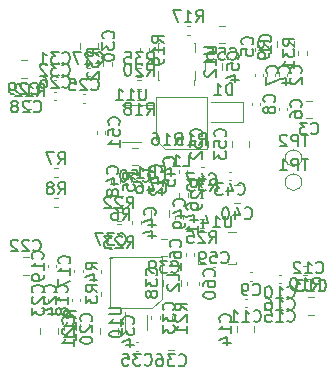
<source format=gbr>
%TF.GenerationSoftware,KiCad,Pcbnew,7.0.6*%
%TF.CreationDate,2023-07-24T08:09:00-07:00*%
%TF.ProjectId,minidrone,6d696e69-6472-46f6-9e65-2e6b69636164,rev?*%
%TF.SameCoordinates,Original*%
%TF.FileFunction,Legend,Bot*%
%TF.FilePolarity,Positive*%
%FSLAX46Y46*%
G04 Gerber Fmt 4.6, Leading zero omitted, Abs format (unit mm)*
G04 Created by KiCad (PCBNEW 7.0.6) date 2023-07-24 08:09:00*
%MOMM*%
%LPD*%
G01*
G04 APERTURE LIST*
%ADD10C,0.150000*%
%ADD11C,0.120000*%
G04 APERTURE END LIST*
D10*
X158916804Y-62678619D02*
X158345376Y-62678619D01*
X158631090Y-63678619D02*
X158631090Y-62678619D01*
X158012042Y-63678619D02*
X158012042Y-62678619D01*
X158012042Y-62678619D02*
X157631090Y-62678619D01*
X157631090Y-62678619D02*
X157535852Y-62726238D01*
X157535852Y-62726238D02*
X157488233Y-62773857D01*
X157488233Y-62773857D02*
X157440614Y-62869095D01*
X157440614Y-62869095D02*
X157440614Y-63011952D01*
X157440614Y-63011952D02*
X157488233Y-63107190D01*
X157488233Y-63107190D02*
X157535852Y-63154809D01*
X157535852Y-63154809D02*
X157631090Y-63202428D01*
X157631090Y-63202428D02*
X158012042Y-63202428D01*
X157059661Y-62773857D02*
X157012042Y-62726238D01*
X157012042Y-62726238D02*
X156916804Y-62678619D01*
X156916804Y-62678619D02*
X156678709Y-62678619D01*
X156678709Y-62678619D02*
X156583471Y-62726238D01*
X156583471Y-62726238D02*
X156535852Y-62773857D01*
X156535852Y-62773857D02*
X156488233Y-62869095D01*
X156488233Y-62869095D02*
X156488233Y-62964333D01*
X156488233Y-62964333D02*
X156535852Y-63107190D01*
X156535852Y-63107190D02*
X157107280Y-63678619D01*
X157107280Y-63678619D02*
X156488233Y-63678619D01*
X147966719Y-75030133D02*
X147966719Y-74553943D01*
X147966719Y-74553943D02*
X146966719Y-74553943D01*
X147061957Y-75315848D02*
X147014338Y-75363467D01*
X147014338Y-75363467D02*
X146966719Y-75458705D01*
X146966719Y-75458705D02*
X146966719Y-75696800D01*
X146966719Y-75696800D02*
X147014338Y-75792038D01*
X147014338Y-75792038D02*
X147061957Y-75839657D01*
X147061957Y-75839657D02*
X147157195Y-75887276D01*
X147157195Y-75887276D02*
X147252433Y-75887276D01*
X147252433Y-75887276D02*
X147395290Y-75839657D01*
X147395290Y-75839657D02*
X147966719Y-75268229D01*
X147966719Y-75268229D02*
X147966719Y-75887276D01*
X152396494Y-69534619D02*
X152396494Y-70344142D01*
X152396494Y-70344142D02*
X152348875Y-70439380D01*
X152348875Y-70439380D02*
X152301256Y-70487000D01*
X152301256Y-70487000D02*
X152206018Y-70534619D01*
X152206018Y-70534619D02*
X152015542Y-70534619D01*
X152015542Y-70534619D02*
X151920304Y-70487000D01*
X151920304Y-70487000D02*
X151872685Y-70439380D01*
X151872685Y-70439380D02*
X151825066Y-70344142D01*
X151825066Y-70344142D02*
X151825066Y-69534619D01*
X150825066Y-70534619D02*
X151396494Y-70534619D01*
X151110780Y-70534619D02*
X151110780Y-69534619D01*
X151110780Y-69534619D02*
X151206018Y-69677476D01*
X151206018Y-69677476D02*
X151301256Y-69772714D01*
X151301256Y-69772714D02*
X151396494Y-69820333D01*
X149967923Y-69867952D02*
X149967923Y-70534619D01*
X150206018Y-69487000D02*
X150444113Y-70201285D01*
X150444113Y-70201285D02*
X149825066Y-70201285D01*
X150096119Y-55253105D02*
X150905642Y-55253105D01*
X150905642Y-55253105D02*
X151000880Y-55300724D01*
X151000880Y-55300724D02*
X151048500Y-55348343D01*
X151048500Y-55348343D02*
X151096119Y-55443581D01*
X151096119Y-55443581D02*
X151096119Y-55634057D01*
X151096119Y-55634057D02*
X151048500Y-55729295D01*
X151048500Y-55729295D02*
X151000880Y-55776914D01*
X151000880Y-55776914D02*
X150905642Y-55824533D01*
X150905642Y-55824533D02*
X150096119Y-55824533D01*
X151096119Y-56824533D02*
X151096119Y-56253105D01*
X151096119Y-56538819D02*
X150096119Y-56538819D01*
X150096119Y-56538819D02*
X150238976Y-56443581D01*
X150238976Y-56443581D02*
X150334214Y-56348343D01*
X150334214Y-56348343D02*
X150381833Y-56253105D01*
X150191357Y-57205486D02*
X150143738Y-57253105D01*
X150143738Y-57253105D02*
X150096119Y-57348343D01*
X150096119Y-57348343D02*
X150096119Y-57586438D01*
X150096119Y-57586438D02*
X150143738Y-57681676D01*
X150143738Y-57681676D02*
X150191357Y-57729295D01*
X150191357Y-57729295D02*
X150286595Y-57776914D01*
X150286595Y-57776914D02*
X150381833Y-57776914D01*
X150381833Y-57776914D02*
X150524690Y-57729295D01*
X150524690Y-57729295D02*
X151096119Y-57157867D01*
X151096119Y-57157867D02*
X151096119Y-57776914D01*
X145151994Y-58777019D02*
X145151994Y-59586542D01*
X145151994Y-59586542D02*
X145104375Y-59681780D01*
X145104375Y-59681780D02*
X145056756Y-59729400D01*
X145056756Y-59729400D02*
X144961518Y-59777019D01*
X144961518Y-59777019D02*
X144771042Y-59777019D01*
X144771042Y-59777019D02*
X144675804Y-59729400D01*
X144675804Y-59729400D02*
X144628185Y-59681780D01*
X144628185Y-59681780D02*
X144580566Y-59586542D01*
X144580566Y-59586542D02*
X144580566Y-58777019D01*
X143580566Y-59777019D02*
X144151994Y-59777019D01*
X143866280Y-59777019D02*
X143866280Y-58777019D01*
X143866280Y-58777019D02*
X143961518Y-58919876D01*
X143961518Y-58919876D02*
X144056756Y-59015114D01*
X144056756Y-59015114D02*
X144151994Y-59062733D01*
X142628185Y-59777019D02*
X143199613Y-59777019D01*
X142913899Y-59777019D02*
X142913899Y-58777019D01*
X142913899Y-58777019D02*
X143009137Y-58919876D01*
X143009137Y-58919876D02*
X143104375Y-59015114D01*
X143104375Y-59015114D02*
X143199613Y-59062733D01*
X142066719Y-77333705D02*
X142876242Y-77333705D01*
X142876242Y-77333705D02*
X142971480Y-77381324D01*
X142971480Y-77381324D02*
X143019100Y-77428943D01*
X143019100Y-77428943D02*
X143066719Y-77524181D01*
X143066719Y-77524181D02*
X143066719Y-77714657D01*
X143066719Y-77714657D02*
X143019100Y-77809895D01*
X143019100Y-77809895D02*
X142971480Y-77857514D01*
X142971480Y-77857514D02*
X142876242Y-77905133D01*
X142876242Y-77905133D02*
X142066719Y-77905133D01*
X143066719Y-78905133D02*
X143066719Y-78333705D01*
X143066719Y-78619419D02*
X142066719Y-78619419D01*
X142066719Y-78619419D02*
X142209576Y-78524181D01*
X142209576Y-78524181D02*
X142304814Y-78428943D01*
X142304814Y-78428943D02*
X142352433Y-78333705D01*
X142066719Y-79524181D02*
X142066719Y-79619419D01*
X142066719Y-79619419D02*
X142114338Y-79714657D01*
X142114338Y-79714657D02*
X142161957Y-79762276D01*
X142161957Y-79762276D02*
X142257195Y-79809895D01*
X142257195Y-79809895D02*
X142447671Y-79857514D01*
X142447671Y-79857514D02*
X142685766Y-79857514D01*
X142685766Y-79857514D02*
X142876242Y-79809895D01*
X142876242Y-79809895D02*
X142971480Y-79762276D01*
X142971480Y-79762276D02*
X143019100Y-79714657D01*
X143019100Y-79714657D02*
X143066719Y-79619419D01*
X143066719Y-79619419D02*
X143066719Y-79524181D01*
X143066719Y-79524181D02*
X143019100Y-79428943D01*
X143019100Y-79428943D02*
X142971480Y-79381324D01*
X142971480Y-79381324D02*
X142876242Y-79333705D01*
X142876242Y-79333705D02*
X142685766Y-79286086D01*
X142685766Y-79286086D02*
X142447671Y-79286086D01*
X142447671Y-79286086D02*
X142257195Y-79333705D01*
X142257195Y-79333705D02*
X142161957Y-79381324D01*
X142161957Y-79381324D02*
X142114338Y-79428943D01*
X142114338Y-79428943D02*
X142066719Y-79524181D01*
X158916804Y-64710619D02*
X158345376Y-64710619D01*
X158631090Y-65710619D02*
X158631090Y-64710619D01*
X158012042Y-65710619D02*
X158012042Y-64710619D01*
X158012042Y-64710619D02*
X157631090Y-64710619D01*
X157631090Y-64710619D02*
X157535852Y-64758238D01*
X157535852Y-64758238D02*
X157488233Y-64805857D01*
X157488233Y-64805857D02*
X157440614Y-64901095D01*
X157440614Y-64901095D02*
X157440614Y-65043952D01*
X157440614Y-65043952D02*
X157488233Y-65139190D01*
X157488233Y-65139190D02*
X157535852Y-65186809D01*
X157535852Y-65186809D02*
X157631090Y-65234428D01*
X157631090Y-65234428D02*
X158012042Y-65234428D01*
X156488233Y-65710619D02*
X157059661Y-65710619D01*
X156773947Y-65710619D02*
X156773947Y-64710619D01*
X156773947Y-64710619D02*
X156869185Y-64853476D01*
X156869185Y-64853476D02*
X156964423Y-64948714D01*
X156964423Y-64948714D02*
X157059661Y-64996333D01*
X145232557Y-56726919D02*
X145565890Y-56250728D01*
X145803985Y-56726919D02*
X145803985Y-55726919D01*
X145803985Y-55726919D02*
X145423033Y-55726919D01*
X145423033Y-55726919D02*
X145327795Y-55774538D01*
X145327795Y-55774538D02*
X145280176Y-55822157D01*
X145280176Y-55822157D02*
X145232557Y-55917395D01*
X145232557Y-55917395D02*
X145232557Y-56060252D01*
X145232557Y-56060252D02*
X145280176Y-56155490D01*
X145280176Y-56155490D02*
X145327795Y-56203109D01*
X145327795Y-56203109D02*
X145423033Y-56250728D01*
X145423033Y-56250728D02*
X145803985Y-56250728D01*
X144899223Y-55726919D02*
X144280176Y-55726919D01*
X144280176Y-55726919D02*
X144613509Y-56107871D01*
X144613509Y-56107871D02*
X144470652Y-56107871D01*
X144470652Y-56107871D02*
X144375414Y-56155490D01*
X144375414Y-56155490D02*
X144327795Y-56203109D01*
X144327795Y-56203109D02*
X144280176Y-56298347D01*
X144280176Y-56298347D02*
X144280176Y-56536442D01*
X144280176Y-56536442D02*
X144327795Y-56631680D01*
X144327795Y-56631680D02*
X144375414Y-56679300D01*
X144375414Y-56679300D02*
X144470652Y-56726919D01*
X144470652Y-56726919D02*
X144756366Y-56726919D01*
X144756366Y-56726919D02*
X144851604Y-56679300D01*
X144851604Y-56679300D02*
X144899223Y-56631680D01*
X143375414Y-55726919D02*
X143851604Y-55726919D01*
X143851604Y-55726919D02*
X143899223Y-56203109D01*
X143899223Y-56203109D02*
X143851604Y-56155490D01*
X143851604Y-56155490D02*
X143756366Y-56107871D01*
X143756366Y-56107871D02*
X143518271Y-56107871D01*
X143518271Y-56107871D02*
X143423033Y-56155490D01*
X143423033Y-56155490D02*
X143375414Y-56203109D01*
X143375414Y-56203109D02*
X143327795Y-56298347D01*
X143327795Y-56298347D02*
X143327795Y-56536442D01*
X143327795Y-56536442D02*
X143375414Y-56631680D01*
X143375414Y-56631680D02*
X143423033Y-56679300D01*
X143423033Y-56679300D02*
X143518271Y-56726919D01*
X143518271Y-56726919D02*
X143756366Y-56726919D01*
X143756366Y-56726919D02*
X143851604Y-56679300D01*
X143851604Y-56679300D02*
X143899223Y-56631680D01*
X150580057Y-67454919D02*
X150913390Y-66978728D01*
X151151485Y-67454919D02*
X151151485Y-66454919D01*
X151151485Y-66454919D02*
X150770533Y-66454919D01*
X150770533Y-66454919D02*
X150675295Y-66502538D01*
X150675295Y-66502538D02*
X150627676Y-66550157D01*
X150627676Y-66550157D02*
X150580057Y-66645395D01*
X150580057Y-66645395D02*
X150580057Y-66788252D01*
X150580057Y-66788252D02*
X150627676Y-66883490D01*
X150627676Y-66883490D02*
X150675295Y-66931109D01*
X150675295Y-66931109D02*
X150770533Y-66978728D01*
X150770533Y-66978728D02*
X151151485Y-66978728D01*
X150246723Y-66454919D02*
X149627676Y-66454919D01*
X149627676Y-66454919D02*
X149961009Y-66835871D01*
X149961009Y-66835871D02*
X149818152Y-66835871D01*
X149818152Y-66835871D02*
X149722914Y-66883490D01*
X149722914Y-66883490D02*
X149675295Y-66931109D01*
X149675295Y-66931109D02*
X149627676Y-67026347D01*
X149627676Y-67026347D02*
X149627676Y-67264442D01*
X149627676Y-67264442D02*
X149675295Y-67359680D01*
X149675295Y-67359680D02*
X149722914Y-67407300D01*
X149722914Y-67407300D02*
X149818152Y-67454919D01*
X149818152Y-67454919D02*
X150103866Y-67454919D01*
X150103866Y-67454919D02*
X150199104Y-67407300D01*
X150199104Y-67407300D02*
X150246723Y-67359680D01*
X149294342Y-66454919D02*
X148675295Y-66454919D01*
X148675295Y-66454919D02*
X149008628Y-66835871D01*
X149008628Y-66835871D02*
X148865771Y-66835871D01*
X148865771Y-66835871D02*
X148770533Y-66883490D01*
X148770533Y-66883490D02*
X148722914Y-66931109D01*
X148722914Y-66931109D02*
X148675295Y-67026347D01*
X148675295Y-67026347D02*
X148675295Y-67264442D01*
X148675295Y-67264442D02*
X148722914Y-67359680D01*
X148722914Y-67359680D02*
X148770533Y-67407300D01*
X148770533Y-67407300D02*
X148865771Y-67454919D01*
X148865771Y-67454919D02*
X149151485Y-67454919D01*
X149151485Y-67454919D02*
X149246723Y-67407300D01*
X149246723Y-67407300D02*
X149294342Y-67359680D01*
X141184119Y-56039242D02*
X140707928Y-55705909D01*
X141184119Y-55467814D02*
X140184119Y-55467814D01*
X140184119Y-55467814D02*
X140184119Y-55848766D01*
X140184119Y-55848766D02*
X140231738Y-55944004D01*
X140231738Y-55944004D02*
X140279357Y-55991623D01*
X140279357Y-55991623D02*
X140374595Y-56039242D01*
X140374595Y-56039242D02*
X140517452Y-56039242D01*
X140517452Y-56039242D02*
X140612690Y-55991623D01*
X140612690Y-55991623D02*
X140660309Y-55944004D01*
X140660309Y-55944004D02*
X140707928Y-55848766D01*
X140707928Y-55848766D02*
X140707928Y-55467814D01*
X140184119Y-56372576D02*
X140184119Y-56991623D01*
X140184119Y-56991623D02*
X140565071Y-56658290D01*
X140565071Y-56658290D02*
X140565071Y-56801147D01*
X140565071Y-56801147D02*
X140612690Y-56896385D01*
X140612690Y-56896385D02*
X140660309Y-56944004D01*
X140660309Y-56944004D02*
X140755547Y-56991623D01*
X140755547Y-56991623D02*
X140993642Y-56991623D01*
X140993642Y-56991623D02*
X141088880Y-56944004D01*
X141088880Y-56944004D02*
X141136500Y-56896385D01*
X141136500Y-56896385D02*
X141184119Y-56801147D01*
X141184119Y-56801147D02*
X141184119Y-56515433D01*
X141184119Y-56515433D02*
X141136500Y-56420195D01*
X141136500Y-56420195D02*
X141088880Y-56372576D01*
X140279357Y-57372576D02*
X140231738Y-57420195D01*
X140231738Y-57420195D02*
X140184119Y-57515433D01*
X140184119Y-57515433D02*
X140184119Y-57753528D01*
X140184119Y-57753528D02*
X140231738Y-57848766D01*
X140231738Y-57848766D02*
X140279357Y-57896385D01*
X140279357Y-57896385D02*
X140374595Y-57944004D01*
X140374595Y-57944004D02*
X140469833Y-57944004D01*
X140469833Y-57944004D02*
X140612690Y-57896385D01*
X140612690Y-57896385D02*
X141184119Y-57324957D01*
X141184119Y-57324957D02*
X141184119Y-57944004D01*
X157736019Y-55136742D02*
X157259828Y-54803409D01*
X157736019Y-54565314D02*
X156736019Y-54565314D01*
X156736019Y-54565314D02*
X156736019Y-54946266D01*
X156736019Y-54946266D02*
X156783638Y-55041504D01*
X156783638Y-55041504D02*
X156831257Y-55089123D01*
X156831257Y-55089123D02*
X156926495Y-55136742D01*
X156926495Y-55136742D02*
X157069352Y-55136742D01*
X157069352Y-55136742D02*
X157164590Y-55089123D01*
X157164590Y-55089123D02*
X157212209Y-55041504D01*
X157212209Y-55041504D02*
X157259828Y-54946266D01*
X157259828Y-54946266D02*
X157259828Y-54565314D01*
X156736019Y-55470076D02*
X156736019Y-56089123D01*
X156736019Y-56089123D02*
X157116971Y-55755790D01*
X157116971Y-55755790D02*
X157116971Y-55898647D01*
X157116971Y-55898647D02*
X157164590Y-55993885D01*
X157164590Y-55993885D02*
X157212209Y-56041504D01*
X157212209Y-56041504D02*
X157307447Y-56089123D01*
X157307447Y-56089123D02*
X157545542Y-56089123D01*
X157545542Y-56089123D02*
X157640780Y-56041504D01*
X157640780Y-56041504D02*
X157688400Y-55993885D01*
X157688400Y-55993885D02*
X157736019Y-55898647D01*
X157736019Y-55898647D02*
X157736019Y-55612933D01*
X157736019Y-55612933D02*
X157688400Y-55517695D01*
X157688400Y-55517695D02*
X157640780Y-55470076D01*
X157736019Y-57041504D02*
X157736019Y-56470076D01*
X157736019Y-56755790D02*
X156736019Y-56755790D01*
X156736019Y-56755790D02*
X156878876Y-56660552D01*
X156878876Y-56660552D02*
X156974114Y-56565314D01*
X156974114Y-56565314D02*
X157021733Y-56470076D01*
X149938419Y-67124542D02*
X149462228Y-66791209D01*
X149938419Y-66553114D02*
X148938419Y-66553114D01*
X148938419Y-66553114D02*
X148938419Y-66934066D01*
X148938419Y-66934066D02*
X148986038Y-67029304D01*
X148986038Y-67029304D02*
X149033657Y-67076923D01*
X149033657Y-67076923D02*
X149128895Y-67124542D01*
X149128895Y-67124542D02*
X149271752Y-67124542D01*
X149271752Y-67124542D02*
X149366990Y-67076923D01*
X149366990Y-67076923D02*
X149414609Y-67029304D01*
X149414609Y-67029304D02*
X149462228Y-66934066D01*
X149462228Y-66934066D02*
X149462228Y-66553114D01*
X149033657Y-67505495D02*
X148986038Y-67553114D01*
X148986038Y-67553114D02*
X148938419Y-67648352D01*
X148938419Y-67648352D02*
X148938419Y-67886447D01*
X148938419Y-67886447D02*
X148986038Y-67981685D01*
X148986038Y-67981685D02*
X149033657Y-68029304D01*
X149033657Y-68029304D02*
X149128895Y-68076923D01*
X149128895Y-68076923D02*
X149224133Y-68076923D01*
X149224133Y-68076923D02*
X149366990Y-68029304D01*
X149366990Y-68029304D02*
X149938419Y-67457876D01*
X149938419Y-67457876D02*
X149938419Y-68076923D01*
X149938419Y-68553114D02*
X149938419Y-68743590D01*
X149938419Y-68743590D02*
X149890800Y-68838828D01*
X149890800Y-68838828D02*
X149843180Y-68886447D01*
X149843180Y-68886447D02*
X149700323Y-68981685D01*
X149700323Y-68981685D02*
X149509847Y-69029304D01*
X149509847Y-69029304D02*
X149128895Y-69029304D01*
X149128895Y-69029304D02*
X149033657Y-68981685D01*
X149033657Y-68981685D02*
X148986038Y-68934066D01*
X148986038Y-68934066D02*
X148938419Y-68838828D01*
X148938419Y-68838828D02*
X148938419Y-68648352D01*
X148938419Y-68648352D02*
X148986038Y-68553114D01*
X148986038Y-68553114D02*
X149033657Y-68505495D01*
X149033657Y-68505495D02*
X149128895Y-68457876D01*
X149128895Y-68457876D02*
X149366990Y-68457876D01*
X149366990Y-68457876D02*
X149462228Y-68505495D01*
X149462228Y-68505495D02*
X149509847Y-68553114D01*
X149509847Y-68553114D02*
X149557466Y-68648352D01*
X149557466Y-68648352D02*
X149557466Y-68838828D01*
X149557466Y-68838828D02*
X149509847Y-68934066D01*
X149509847Y-68934066D02*
X149462228Y-68981685D01*
X149462228Y-68981685D02*
X149366990Y-69029304D01*
X150529257Y-71849119D02*
X150862590Y-71372928D01*
X151100685Y-71849119D02*
X151100685Y-70849119D01*
X151100685Y-70849119D02*
X150719733Y-70849119D01*
X150719733Y-70849119D02*
X150624495Y-70896738D01*
X150624495Y-70896738D02*
X150576876Y-70944357D01*
X150576876Y-70944357D02*
X150529257Y-71039595D01*
X150529257Y-71039595D02*
X150529257Y-71182452D01*
X150529257Y-71182452D02*
X150576876Y-71277690D01*
X150576876Y-71277690D02*
X150624495Y-71325309D01*
X150624495Y-71325309D02*
X150719733Y-71372928D01*
X150719733Y-71372928D02*
X151100685Y-71372928D01*
X150148304Y-70944357D02*
X150100685Y-70896738D01*
X150100685Y-70896738D02*
X150005447Y-70849119D01*
X150005447Y-70849119D02*
X149767352Y-70849119D01*
X149767352Y-70849119D02*
X149672114Y-70896738D01*
X149672114Y-70896738D02*
X149624495Y-70944357D01*
X149624495Y-70944357D02*
X149576876Y-71039595D01*
X149576876Y-71039595D02*
X149576876Y-71134833D01*
X149576876Y-71134833D02*
X149624495Y-71277690D01*
X149624495Y-71277690D02*
X150195923Y-71849119D01*
X150195923Y-71849119D02*
X149576876Y-71849119D01*
X148672114Y-70849119D02*
X149148304Y-70849119D01*
X149148304Y-70849119D02*
X149195923Y-71325309D01*
X149195923Y-71325309D02*
X149148304Y-71277690D01*
X149148304Y-71277690D02*
X149053066Y-71230071D01*
X149053066Y-71230071D02*
X148814971Y-71230071D01*
X148814971Y-71230071D02*
X148719733Y-71277690D01*
X148719733Y-71277690D02*
X148672114Y-71325309D01*
X148672114Y-71325309D02*
X148624495Y-71420547D01*
X148624495Y-71420547D02*
X148624495Y-71658642D01*
X148624495Y-71658642D02*
X148672114Y-71753880D01*
X148672114Y-71753880D02*
X148719733Y-71801500D01*
X148719733Y-71801500D02*
X148814971Y-71849119D01*
X148814971Y-71849119D02*
X149053066Y-71849119D01*
X149053066Y-71849119D02*
X149148304Y-71801500D01*
X149148304Y-71801500D02*
X149195923Y-71753880D01*
X143529857Y-72285819D02*
X143863190Y-71809628D01*
X144101285Y-72285819D02*
X144101285Y-71285819D01*
X144101285Y-71285819D02*
X143720333Y-71285819D01*
X143720333Y-71285819D02*
X143625095Y-71333438D01*
X143625095Y-71333438D02*
X143577476Y-71381057D01*
X143577476Y-71381057D02*
X143529857Y-71476295D01*
X143529857Y-71476295D02*
X143529857Y-71619152D01*
X143529857Y-71619152D02*
X143577476Y-71714390D01*
X143577476Y-71714390D02*
X143625095Y-71762009D01*
X143625095Y-71762009D02*
X143720333Y-71809628D01*
X143720333Y-71809628D02*
X144101285Y-71809628D01*
X143148904Y-71381057D02*
X143101285Y-71333438D01*
X143101285Y-71333438D02*
X143006047Y-71285819D01*
X143006047Y-71285819D02*
X142767952Y-71285819D01*
X142767952Y-71285819D02*
X142672714Y-71333438D01*
X142672714Y-71333438D02*
X142625095Y-71381057D01*
X142625095Y-71381057D02*
X142577476Y-71476295D01*
X142577476Y-71476295D02*
X142577476Y-71571533D01*
X142577476Y-71571533D02*
X142625095Y-71714390D01*
X142625095Y-71714390D02*
X143196523Y-72285819D01*
X143196523Y-72285819D02*
X142577476Y-72285819D01*
X142244142Y-71285819D02*
X141625095Y-71285819D01*
X141625095Y-71285819D02*
X141958428Y-71666771D01*
X141958428Y-71666771D02*
X141815571Y-71666771D01*
X141815571Y-71666771D02*
X141720333Y-71714390D01*
X141720333Y-71714390D02*
X141672714Y-71762009D01*
X141672714Y-71762009D02*
X141625095Y-71857247D01*
X141625095Y-71857247D02*
X141625095Y-72095342D01*
X141625095Y-72095342D02*
X141672714Y-72190580D01*
X141672714Y-72190580D02*
X141720333Y-72238200D01*
X141720333Y-72238200D02*
X141815571Y-72285819D01*
X141815571Y-72285819D02*
X142101285Y-72285819D01*
X142101285Y-72285819D02*
X142196523Y-72238200D01*
X142196523Y-72238200D02*
X142244142Y-72190580D01*
X143529857Y-68929819D02*
X143863190Y-68453628D01*
X144101285Y-68929819D02*
X144101285Y-67929819D01*
X144101285Y-67929819D02*
X143720333Y-67929819D01*
X143720333Y-67929819D02*
X143625095Y-67977438D01*
X143625095Y-67977438D02*
X143577476Y-68025057D01*
X143577476Y-68025057D02*
X143529857Y-68120295D01*
X143529857Y-68120295D02*
X143529857Y-68263152D01*
X143529857Y-68263152D02*
X143577476Y-68358390D01*
X143577476Y-68358390D02*
X143625095Y-68406009D01*
X143625095Y-68406009D02*
X143720333Y-68453628D01*
X143720333Y-68453628D02*
X144101285Y-68453628D01*
X143148904Y-68025057D02*
X143101285Y-67977438D01*
X143101285Y-67977438D02*
X143006047Y-67929819D01*
X143006047Y-67929819D02*
X142767952Y-67929819D01*
X142767952Y-67929819D02*
X142672714Y-67977438D01*
X142672714Y-67977438D02*
X142625095Y-68025057D01*
X142625095Y-68025057D02*
X142577476Y-68120295D01*
X142577476Y-68120295D02*
X142577476Y-68215533D01*
X142577476Y-68215533D02*
X142625095Y-68358390D01*
X142625095Y-68358390D02*
X143196523Y-68929819D01*
X143196523Y-68929819D02*
X142577476Y-68929819D01*
X142196523Y-68025057D02*
X142148904Y-67977438D01*
X142148904Y-67977438D02*
X142053666Y-67929819D01*
X142053666Y-67929819D02*
X141815571Y-67929819D01*
X141815571Y-67929819D02*
X141720333Y-67977438D01*
X141720333Y-67977438D02*
X141672714Y-68025057D01*
X141672714Y-68025057D02*
X141625095Y-68120295D01*
X141625095Y-68120295D02*
X141625095Y-68215533D01*
X141625095Y-68215533D02*
X141672714Y-68358390D01*
X141672714Y-68358390D02*
X142244142Y-68929819D01*
X142244142Y-68929819D02*
X141625095Y-68929819D01*
X148603719Y-77561942D02*
X148127528Y-77228609D01*
X148603719Y-76990514D02*
X147603719Y-76990514D01*
X147603719Y-76990514D02*
X147603719Y-77371466D01*
X147603719Y-77371466D02*
X147651338Y-77466704D01*
X147651338Y-77466704D02*
X147698957Y-77514323D01*
X147698957Y-77514323D02*
X147794195Y-77561942D01*
X147794195Y-77561942D02*
X147937052Y-77561942D01*
X147937052Y-77561942D02*
X148032290Y-77514323D01*
X148032290Y-77514323D02*
X148079909Y-77466704D01*
X148079909Y-77466704D02*
X148127528Y-77371466D01*
X148127528Y-77371466D02*
X148127528Y-76990514D01*
X147698957Y-77942895D02*
X147651338Y-77990514D01*
X147651338Y-77990514D02*
X147603719Y-78085752D01*
X147603719Y-78085752D02*
X147603719Y-78323847D01*
X147603719Y-78323847D02*
X147651338Y-78419085D01*
X147651338Y-78419085D02*
X147698957Y-78466704D01*
X147698957Y-78466704D02*
X147794195Y-78514323D01*
X147794195Y-78514323D02*
X147889433Y-78514323D01*
X147889433Y-78514323D02*
X148032290Y-78466704D01*
X148032290Y-78466704D02*
X148603719Y-77895276D01*
X148603719Y-77895276D02*
X148603719Y-78514323D01*
X148603719Y-79466704D02*
X148603719Y-78895276D01*
X148603719Y-79180990D02*
X147603719Y-79180990D01*
X147603719Y-79180990D02*
X147746576Y-79085752D01*
X147746576Y-79085752D02*
X147841814Y-78990514D01*
X147841814Y-78990514D02*
X147889433Y-78895276D01*
X145232557Y-57692119D02*
X145565890Y-57215928D01*
X145803985Y-57692119D02*
X145803985Y-56692119D01*
X145803985Y-56692119D02*
X145423033Y-56692119D01*
X145423033Y-56692119D02*
X145327795Y-56739738D01*
X145327795Y-56739738D02*
X145280176Y-56787357D01*
X145280176Y-56787357D02*
X145232557Y-56882595D01*
X145232557Y-56882595D02*
X145232557Y-57025452D01*
X145232557Y-57025452D02*
X145280176Y-57120690D01*
X145280176Y-57120690D02*
X145327795Y-57168309D01*
X145327795Y-57168309D02*
X145423033Y-57215928D01*
X145423033Y-57215928D02*
X145803985Y-57215928D01*
X144851604Y-56787357D02*
X144803985Y-56739738D01*
X144803985Y-56739738D02*
X144708747Y-56692119D01*
X144708747Y-56692119D02*
X144470652Y-56692119D01*
X144470652Y-56692119D02*
X144375414Y-56739738D01*
X144375414Y-56739738D02*
X144327795Y-56787357D01*
X144327795Y-56787357D02*
X144280176Y-56882595D01*
X144280176Y-56882595D02*
X144280176Y-56977833D01*
X144280176Y-56977833D02*
X144327795Y-57120690D01*
X144327795Y-57120690D02*
X144899223Y-57692119D01*
X144899223Y-57692119D02*
X144280176Y-57692119D01*
X143661128Y-56692119D02*
X143565890Y-56692119D01*
X143565890Y-56692119D02*
X143470652Y-56739738D01*
X143470652Y-56739738D02*
X143423033Y-56787357D01*
X143423033Y-56787357D02*
X143375414Y-56882595D01*
X143375414Y-56882595D02*
X143327795Y-57073071D01*
X143327795Y-57073071D02*
X143327795Y-57311166D01*
X143327795Y-57311166D02*
X143375414Y-57501642D01*
X143375414Y-57501642D02*
X143423033Y-57596880D01*
X143423033Y-57596880D02*
X143470652Y-57644500D01*
X143470652Y-57644500D02*
X143565890Y-57692119D01*
X143565890Y-57692119D02*
X143661128Y-57692119D01*
X143661128Y-57692119D02*
X143756366Y-57644500D01*
X143756366Y-57644500D02*
X143803985Y-57596880D01*
X143803985Y-57596880D02*
X143851604Y-57501642D01*
X143851604Y-57501642D02*
X143899223Y-57311166D01*
X143899223Y-57311166D02*
X143899223Y-57073071D01*
X143899223Y-57073071D02*
X143851604Y-56882595D01*
X143851604Y-56882595D02*
X143803985Y-56787357D01*
X143803985Y-56787357D02*
X143756366Y-56739738D01*
X143756366Y-56739738D02*
X143661128Y-56692119D01*
X146664819Y-54886742D02*
X146188628Y-54553409D01*
X146664819Y-54315314D02*
X145664819Y-54315314D01*
X145664819Y-54315314D02*
X145664819Y-54696266D01*
X145664819Y-54696266D02*
X145712438Y-54791504D01*
X145712438Y-54791504D02*
X145760057Y-54839123D01*
X145760057Y-54839123D02*
X145855295Y-54886742D01*
X145855295Y-54886742D02*
X145998152Y-54886742D01*
X145998152Y-54886742D02*
X146093390Y-54839123D01*
X146093390Y-54839123D02*
X146141009Y-54791504D01*
X146141009Y-54791504D02*
X146188628Y-54696266D01*
X146188628Y-54696266D02*
X146188628Y-54315314D01*
X146664819Y-55839123D02*
X146664819Y-55267695D01*
X146664819Y-55553409D02*
X145664819Y-55553409D01*
X145664819Y-55553409D02*
X145807676Y-55458171D01*
X145807676Y-55458171D02*
X145902914Y-55362933D01*
X145902914Y-55362933D02*
X145950533Y-55267695D01*
X146664819Y-56315314D02*
X146664819Y-56505790D01*
X146664819Y-56505790D02*
X146617200Y-56601028D01*
X146617200Y-56601028D02*
X146569580Y-56648647D01*
X146569580Y-56648647D02*
X146426723Y-56743885D01*
X146426723Y-56743885D02*
X146236247Y-56791504D01*
X146236247Y-56791504D02*
X145855295Y-56791504D01*
X145855295Y-56791504D02*
X145760057Y-56743885D01*
X145760057Y-56743885D02*
X145712438Y-56696266D01*
X145712438Y-56696266D02*
X145664819Y-56601028D01*
X145664819Y-56601028D02*
X145664819Y-56410552D01*
X145664819Y-56410552D02*
X145712438Y-56315314D01*
X145712438Y-56315314D02*
X145760057Y-56267695D01*
X145760057Y-56267695D02*
X145855295Y-56220076D01*
X145855295Y-56220076D02*
X146093390Y-56220076D01*
X146093390Y-56220076D02*
X146188628Y-56267695D01*
X146188628Y-56267695D02*
X146236247Y-56315314D01*
X146236247Y-56315314D02*
X146283866Y-56410552D01*
X146283866Y-56410552D02*
X146283866Y-56601028D01*
X146283866Y-56601028D02*
X146236247Y-56696266D01*
X146236247Y-56696266D02*
X146188628Y-56743885D01*
X146188628Y-56743885D02*
X146093390Y-56791504D01*
X145232557Y-60997319D02*
X145565890Y-60521128D01*
X145803985Y-60997319D02*
X145803985Y-59997319D01*
X145803985Y-59997319D02*
X145423033Y-59997319D01*
X145423033Y-59997319D02*
X145327795Y-60044938D01*
X145327795Y-60044938D02*
X145280176Y-60092557D01*
X145280176Y-60092557D02*
X145232557Y-60187795D01*
X145232557Y-60187795D02*
X145232557Y-60330652D01*
X145232557Y-60330652D02*
X145280176Y-60425890D01*
X145280176Y-60425890D02*
X145327795Y-60473509D01*
X145327795Y-60473509D02*
X145423033Y-60521128D01*
X145423033Y-60521128D02*
X145803985Y-60521128D01*
X144280176Y-60997319D02*
X144851604Y-60997319D01*
X144565890Y-60997319D02*
X144565890Y-59997319D01*
X144565890Y-59997319D02*
X144661128Y-60140176D01*
X144661128Y-60140176D02*
X144756366Y-60235414D01*
X144756366Y-60235414D02*
X144851604Y-60283033D01*
X143708747Y-60425890D02*
X143803985Y-60378271D01*
X143803985Y-60378271D02*
X143851604Y-60330652D01*
X143851604Y-60330652D02*
X143899223Y-60235414D01*
X143899223Y-60235414D02*
X143899223Y-60187795D01*
X143899223Y-60187795D02*
X143851604Y-60092557D01*
X143851604Y-60092557D02*
X143803985Y-60044938D01*
X143803985Y-60044938D02*
X143708747Y-59997319D01*
X143708747Y-59997319D02*
X143518271Y-59997319D01*
X143518271Y-59997319D02*
X143423033Y-60044938D01*
X143423033Y-60044938D02*
X143375414Y-60092557D01*
X143375414Y-60092557D02*
X143327795Y-60187795D01*
X143327795Y-60187795D02*
X143327795Y-60235414D01*
X143327795Y-60235414D02*
X143375414Y-60330652D01*
X143375414Y-60330652D02*
X143423033Y-60378271D01*
X143423033Y-60378271D02*
X143518271Y-60425890D01*
X143518271Y-60425890D02*
X143708747Y-60425890D01*
X143708747Y-60425890D02*
X143803985Y-60473509D01*
X143803985Y-60473509D02*
X143851604Y-60521128D01*
X143851604Y-60521128D02*
X143899223Y-60616366D01*
X143899223Y-60616366D02*
X143899223Y-60806842D01*
X143899223Y-60806842D02*
X143851604Y-60902080D01*
X143851604Y-60902080D02*
X143803985Y-60949700D01*
X143803985Y-60949700D02*
X143708747Y-60997319D01*
X143708747Y-60997319D02*
X143518271Y-60997319D01*
X143518271Y-60997319D02*
X143423033Y-60949700D01*
X143423033Y-60949700D02*
X143375414Y-60902080D01*
X143375414Y-60902080D02*
X143327795Y-60806842D01*
X143327795Y-60806842D02*
X143327795Y-60616366D01*
X143327795Y-60616366D02*
X143375414Y-60521128D01*
X143375414Y-60521128D02*
X143423033Y-60473509D01*
X143423033Y-60473509D02*
X143518271Y-60425890D01*
X149394157Y-53132619D02*
X149727490Y-52656428D01*
X149965585Y-53132619D02*
X149965585Y-52132619D01*
X149965585Y-52132619D02*
X149584633Y-52132619D01*
X149584633Y-52132619D02*
X149489395Y-52180238D01*
X149489395Y-52180238D02*
X149441776Y-52227857D01*
X149441776Y-52227857D02*
X149394157Y-52323095D01*
X149394157Y-52323095D02*
X149394157Y-52465952D01*
X149394157Y-52465952D02*
X149441776Y-52561190D01*
X149441776Y-52561190D02*
X149489395Y-52608809D01*
X149489395Y-52608809D02*
X149584633Y-52656428D01*
X149584633Y-52656428D02*
X149965585Y-52656428D01*
X148441776Y-53132619D02*
X149013204Y-53132619D01*
X148727490Y-53132619D02*
X148727490Y-52132619D01*
X148727490Y-52132619D02*
X148822728Y-52275476D01*
X148822728Y-52275476D02*
X148917966Y-52370714D01*
X148917966Y-52370714D02*
X149013204Y-52418333D01*
X148108442Y-52132619D02*
X147441776Y-52132619D01*
X147441776Y-52132619D02*
X147870347Y-53132619D01*
X147602757Y-63547019D02*
X147936090Y-63070828D01*
X148174185Y-63547019D02*
X148174185Y-62547019D01*
X148174185Y-62547019D02*
X147793233Y-62547019D01*
X147793233Y-62547019D02*
X147697995Y-62594638D01*
X147697995Y-62594638D02*
X147650376Y-62642257D01*
X147650376Y-62642257D02*
X147602757Y-62737495D01*
X147602757Y-62737495D02*
X147602757Y-62880352D01*
X147602757Y-62880352D02*
X147650376Y-62975590D01*
X147650376Y-62975590D02*
X147697995Y-63023209D01*
X147697995Y-63023209D02*
X147793233Y-63070828D01*
X147793233Y-63070828D02*
X148174185Y-63070828D01*
X146650376Y-63547019D02*
X147221804Y-63547019D01*
X146936090Y-63547019D02*
X146936090Y-62547019D01*
X146936090Y-62547019D02*
X147031328Y-62689876D01*
X147031328Y-62689876D02*
X147126566Y-62785114D01*
X147126566Y-62785114D02*
X147221804Y-62832733D01*
X145793233Y-62547019D02*
X145983709Y-62547019D01*
X145983709Y-62547019D02*
X146078947Y-62594638D01*
X146078947Y-62594638D02*
X146126566Y-62642257D01*
X146126566Y-62642257D02*
X146221804Y-62785114D01*
X146221804Y-62785114D02*
X146269423Y-62975590D01*
X146269423Y-62975590D02*
X146269423Y-63356542D01*
X146269423Y-63356542D02*
X146221804Y-63451780D01*
X146221804Y-63451780D02*
X146174185Y-63499400D01*
X146174185Y-63499400D02*
X146078947Y-63547019D01*
X146078947Y-63547019D02*
X145888471Y-63547019D01*
X145888471Y-63547019D02*
X145793233Y-63499400D01*
X145793233Y-63499400D02*
X145745614Y-63451780D01*
X145745614Y-63451780D02*
X145697995Y-63356542D01*
X145697995Y-63356542D02*
X145697995Y-63118447D01*
X145697995Y-63118447D02*
X145745614Y-63023209D01*
X145745614Y-63023209D02*
X145793233Y-62975590D01*
X145793233Y-62975590D02*
X145888471Y-62927971D01*
X145888471Y-62927971D02*
X146078947Y-62927971D01*
X146078947Y-62927971D02*
X146174185Y-62975590D01*
X146174185Y-62975590D02*
X146221804Y-63023209D01*
X146221804Y-63023209D02*
X146269423Y-63118447D01*
X149634757Y-63547019D02*
X149968090Y-63070828D01*
X150206185Y-63547019D02*
X150206185Y-62547019D01*
X150206185Y-62547019D02*
X149825233Y-62547019D01*
X149825233Y-62547019D02*
X149729995Y-62594638D01*
X149729995Y-62594638D02*
X149682376Y-62642257D01*
X149682376Y-62642257D02*
X149634757Y-62737495D01*
X149634757Y-62737495D02*
X149634757Y-62880352D01*
X149634757Y-62880352D02*
X149682376Y-62975590D01*
X149682376Y-62975590D02*
X149729995Y-63023209D01*
X149729995Y-63023209D02*
X149825233Y-63070828D01*
X149825233Y-63070828D02*
X150206185Y-63070828D01*
X148682376Y-63547019D02*
X149253804Y-63547019D01*
X148968090Y-63547019D02*
X148968090Y-62547019D01*
X148968090Y-62547019D02*
X149063328Y-62689876D01*
X149063328Y-62689876D02*
X149158566Y-62785114D01*
X149158566Y-62785114D02*
X149253804Y-62832733D01*
X147777614Y-62547019D02*
X148253804Y-62547019D01*
X148253804Y-62547019D02*
X148301423Y-63023209D01*
X148301423Y-63023209D02*
X148253804Y-62975590D01*
X148253804Y-62975590D02*
X148158566Y-62927971D01*
X148158566Y-62927971D02*
X147920471Y-62927971D01*
X147920471Y-62927971D02*
X147825233Y-62975590D01*
X147825233Y-62975590D02*
X147777614Y-63023209D01*
X147777614Y-63023209D02*
X147729995Y-63118447D01*
X147729995Y-63118447D02*
X147729995Y-63356542D01*
X147729995Y-63356542D02*
X147777614Y-63451780D01*
X147777614Y-63451780D02*
X147825233Y-63499400D01*
X147825233Y-63499400D02*
X147920471Y-63547019D01*
X147920471Y-63547019D02*
X148158566Y-63547019D01*
X148158566Y-63547019D02*
X148253804Y-63499400D01*
X148253804Y-63499400D02*
X148301423Y-63451780D01*
X135937657Y-59435619D02*
X136270990Y-58959428D01*
X136509085Y-59435619D02*
X136509085Y-58435619D01*
X136509085Y-58435619D02*
X136128133Y-58435619D01*
X136128133Y-58435619D02*
X136032895Y-58483238D01*
X136032895Y-58483238D02*
X135985276Y-58530857D01*
X135985276Y-58530857D02*
X135937657Y-58626095D01*
X135937657Y-58626095D02*
X135937657Y-58768952D01*
X135937657Y-58768952D02*
X135985276Y-58864190D01*
X135985276Y-58864190D02*
X136032895Y-58911809D01*
X136032895Y-58911809D02*
X136128133Y-58959428D01*
X136128133Y-58959428D02*
X136509085Y-58959428D01*
X134985276Y-59435619D02*
X135556704Y-59435619D01*
X135270990Y-59435619D02*
X135270990Y-58435619D01*
X135270990Y-58435619D02*
X135366228Y-58578476D01*
X135366228Y-58578476D02*
X135461466Y-58673714D01*
X135461466Y-58673714D02*
X135556704Y-58721333D01*
X134604323Y-58530857D02*
X134556704Y-58483238D01*
X134556704Y-58483238D02*
X134461466Y-58435619D01*
X134461466Y-58435619D02*
X134223371Y-58435619D01*
X134223371Y-58435619D02*
X134128133Y-58483238D01*
X134128133Y-58483238D02*
X134080514Y-58530857D01*
X134080514Y-58530857D02*
X134032895Y-58626095D01*
X134032895Y-58626095D02*
X134032895Y-58721333D01*
X134032895Y-58721333D02*
X134080514Y-58864190D01*
X134080514Y-58864190D02*
X134651942Y-59435619D01*
X134651942Y-59435619D02*
X134032895Y-59435619D01*
X139245219Y-78193542D02*
X138769028Y-77860209D01*
X139245219Y-77622114D02*
X138245219Y-77622114D01*
X138245219Y-77622114D02*
X138245219Y-78003066D01*
X138245219Y-78003066D02*
X138292838Y-78098304D01*
X138292838Y-78098304D02*
X138340457Y-78145923D01*
X138340457Y-78145923D02*
X138435695Y-78193542D01*
X138435695Y-78193542D02*
X138578552Y-78193542D01*
X138578552Y-78193542D02*
X138673790Y-78145923D01*
X138673790Y-78145923D02*
X138721409Y-78098304D01*
X138721409Y-78098304D02*
X138769028Y-78003066D01*
X138769028Y-78003066D02*
X138769028Y-77622114D01*
X139245219Y-79145923D02*
X139245219Y-78574495D01*
X139245219Y-78860209D02*
X138245219Y-78860209D01*
X138245219Y-78860209D02*
X138388076Y-78764971D01*
X138388076Y-78764971D02*
X138483314Y-78669733D01*
X138483314Y-78669733D02*
X138530933Y-78574495D01*
X139245219Y-80098304D02*
X139245219Y-79526876D01*
X139245219Y-79812590D02*
X138245219Y-79812590D01*
X138245219Y-79812590D02*
X138388076Y-79717352D01*
X138388076Y-79717352D02*
X138483314Y-79622114D01*
X138483314Y-79622114D02*
X138530933Y-79526876D01*
X159288857Y-75795619D02*
X159622190Y-75319428D01*
X159860285Y-75795619D02*
X159860285Y-74795619D01*
X159860285Y-74795619D02*
X159479333Y-74795619D01*
X159479333Y-74795619D02*
X159384095Y-74843238D01*
X159384095Y-74843238D02*
X159336476Y-74890857D01*
X159336476Y-74890857D02*
X159288857Y-74986095D01*
X159288857Y-74986095D02*
X159288857Y-75128952D01*
X159288857Y-75128952D02*
X159336476Y-75224190D01*
X159336476Y-75224190D02*
X159384095Y-75271809D01*
X159384095Y-75271809D02*
X159479333Y-75319428D01*
X159479333Y-75319428D02*
X159860285Y-75319428D01*
X158336476Y-75795619D02*
X158907904Y-75795619D01*
X158622190Y-75795619D02*
X158622190Y-74795619D01*
X158622190Y-74795619D02*
X158717428Y-74938476D01*
X158717428Y-74938476D02*
X158812666Y-75033714D01*
X158812666Y-75033714D02*
X158907904Y-75081333D01*
X157717428Y-74795619D02*
X157622190Y-74795619D01*
X157622190Y-74795619D02*
X157526952Y-74843238D01*
X157526952Y-74843238D02*
X157479333Y-74890857D01*
X157479333Y-74890857D02*
X157431714Y-74986095D01*
X157431714Y-74986095D02*
X157384095Y-75176571D01*
X157384095Y-75176571D02*
X157384095Y-75414666D01*
X157384095Y-75414666D02*
X157431714Y-75605142D01*
X157431714Y-75605142D02*
X157479333Y-75700380D01*
X157479333Y-75700380D02*
X157526952Y-75748000D01*
X157526952Y-75748000D02*
X157622190Y-75795619D01*
X157622190Y-75795619D02*
X157717428Y-75795619D01*
X157717428Y-75795619D02*
X157812666Y-75748000D01*
X157812666Y-75748000D02*
X157860285Y-75700380D01*
X157860285Y-75700380D02*
X157907904Y-75605142D01*
X157907904Y-75605142D02*
X157955523Y-75414666D01*
X157955523Y-75414666D02*
X157955523Y-75176571D01*
X157955523Y-75176571D02*
X157907904Y-74986095D01*
X157907904Y-74986095D02*
X157860285Y-74890857D01*
X157860285Y-74890857D02*
X157812666Y-74843238D01*
X157812666Y-74843238D02*
X157717428Y-74795619D01*
X155605219Y-55318533D02*
X155129028Y-54985200D01*
X155605219Y-54747105D02*
X154605219Y-54747105D01*
X154605219Y-54747105D02*
X154605219Y-55128057D01*
X154605219Y-55128057D02*
X154652838Y-55223295D01*
X154652838Y-55223295D02*
X154700457Y-55270914D01*
X154700457Y-55270914D02*
X154795695Y-55318533D01*
X154795695Y-55318533D02*
X154938552Y-55318533D01*
X154938552Y-55318533D02*
X155033790Y-55270914D01*
X155033790Y-55270914D02*
X155081409Y-55223295D01*
X155081409Y-55223295D02*
X155129028Y-55128057D01*
X155129028Y-55128057D02*
X155129028Y-54747105D01*
X155605219Y-55794724D02*
X155605219Y-55985200D01*
X155605219Y-55985200D02*
X155557600Y-56080438D01*
X155557600Y-56080438D02*
X155509980Y-56128057D01*
X155509980Y-56128057D02*
X155367123Y-56223295D01*
X155367123Y-56223295D02*
X155176647Y-56270914D01*
X155176647Y-56270914D02*
X154795695Y-56270914D01*
X154795695Y-56270914D02*
X154700457Y-56223295D01*
X154700457Y-56223295D02*
X154652838Y-56175676D01*
X154652838Y-56175676D02*
X154605219Y-56080438D01*
X154605219Y-56080438D02*
X154605219Y-55889962D01*
X154605219Y-55889962D02*
X154652838Y-55794724D01*
X154652838Y-55794724D02*
X154700457Y-55747105D01*
X154700457Y-55747105D02*
X154795695Y-55699486D01*
X154795695Y-55699486D02*
X155033790Y-55699486D01*
X155033790Y-55699486D02*
X155129028Y-55747105D01*
X155129028Y-55747105D02*
X155176647Y-55794724D01*
X155176647Y-55794724D02*
X155224266Y-55889962D01*
X155224266Y-55889962D02*
X155224266Y-56080438D01*
X155224266Y-56080438D02*
X155176647Y-56175676D01*
X155176647Y-56175676D02*
X155129028Y-56223295D01*
X155129028Y-56223295D02*
X155033790Y-56270914D01*
X137719666Y-67720619D02*
X138052999Y-67244428D01*
X138291094Y-67720619D02*
X138291094Y-66720619D01*
X138291094Y-66720619D02*
X137910142Y-66720619D01*
X137910142Y-66720619D02*
X137814904Y-66768238D01*
X137814904Y-66768238D02*
X137767285Y-66815857D01*
X137767285Y-66815857D02*
X137719666Y-66911095D01*
X137719666Y-66911095D02*
X137719666Y-67053952D01*
X137719666Y-67053952D02*
X137767285Y-67149190D01*
X137767285Y-67149190D02*
X137814904Y-67196809D01*
X137814904Y-67196809D02*
X137910142Y-67244428D01*
X137910142Y-67244428D02*
X138291094Y-67244428D01*
X137148237Y-67149190D02*
X137243475Y-67101571D01*
X137243475Y-67101571D02*
X137291094Y-67053952D01*
X137291094Y-67053952D02*
X137338713Y-66958714D01*
X137338713Y-66958714D02*
X137338713Y-66911095D01*
X137338713Y-66911095D02*
X137291094Y-66815857D01*
X137291094Y-66815857D02*
X137243475Y-66768238D01*
X137243475Y-66768238D02*
X137148237Y-66720619D01*
X137148237Y-66720619D02*
X136957761Y-66720619D01*
X136957761Y-66720619D02*
X136862523Y-66768238D01*
X136862523Y-66768238D02*
X136814904Y-66815857D01*
X136814904Y-66815857D02*
X136767285Y-66911095D01*
X136767285Y-66911095D02*
X136767285Y-66958714D01*
X136767285Y-66958714D02*
X136814904Y-67053952D01*
X136814904Y-67053952D02*
X136862523Y-67101571D01*
X136862523Y-67101571D02*
X136957761Y-67149190D01*
X136957761Y-67149190D02*
X137148237Y-67149190D01*
X137148237Y-67149190D02*
X137243475Y-67196809D01*
X137243475Y-67196809D02*
X137291094Y-67244428D01*
X137291094Y-67244428D02*
X137338713Y-67339666D01*
X137338713Y-67339666D02*
X137338713Y-67530142D01*
X137338713Y-67530142D02*
X137291094Y-67625380D01*
X137291094Y-67625380D02*
X137243475Y-67673000D01*
X137243475Y-67673000D02*
X137148237Y-67720619D01*
X137148237Y-67720619D02*
X136957761Y-67720619D01*
X136957761Y-67720619D02*
X136862523Y-67673000D01*
X136862523Y-67673000D02*
X136814904Y-67625380D01*
X136814904Y-67625380D02*
X136767285Y-67530142D01*
X136767285Y-67530142D02*
X136767285Y-67339666D01*
X136767285Y-67339666D02*
X136814904Y-67244428D01*
X136814904Y-67244428D02*
X136862523Y-67196809D01*
X136862523Y-67196809D02*
X136957761Y-67149190D01*
X137719666Y-65180619D02*
X138052999Y-64704428D01*
X138291094Y-65180619D02*
X138291094Y-64180619D01*
X138291094Y-64180619D02*
X137910142Y-64180619D01*
X137910142Y-64180619D02*
X137814904Y-64228238D01*
X137814904Y-64228238D02*
X137767285Y-64275857D01*
X137767285Y-64275857D02*
X137719666Y-64371095D01*
X137719666Y-64371095D02*
X137719666Y-64513952D01*
X137719666Y-64513952D02*
X137767285Y-64609190D01*
X137767285Y-64609190D02*
X137814904Y-64656809D01*
X137814904Y-64656809D02*
X137910142Y-64704428D01*
X137910142Y-64704428D02*
X138291094Y-64704428D01*
X137386332Y-64180619D02*
X136719666Y-64180619D01*
X136719666Y-64180619D02*
X137148237Y-65180619D01*
X143189566Y-69918719D02*
X143522899Y-69442528D01*
X143760994Y-69918719D02*
X143760994Y-68918719D01*
X143760994Y-68918719D02*
X143380042Y-68918719D01*
X143380042Y-68918719D02*
X143284804Y-68966338D01*
X143284804Y-68966338D02*
X143237185Y-69013957D01*
X143237185Y-69013957D02*
X143189566Y-69109195D01*
X143189566Y-69109195D02*
X143189566Y-69252052D01*
X143189566Y-69252052D02*
X143237185Y-69347290D01*
X143237185Y-69347290D02*
X143284804Y-69394909D01*
X143284804Y-69394909D02*
X143380042Y-69442528D01*
X143380042Y-69442528D02*
X143760994Y-69442528D01*
X142332423Y-68918719D02*
X142522899Y-68918719D01*
X142522899Y-68918719D02*
X142618137Y-68966338D01*
X142618137Y-68966338D02*
X142665756Y-69013957D01*
X142665756Y-69013957D02*
X142760994Y-69156814D01*
X142760994Y-69156814D02*
X142808613Y-69347290D01*
X142808613Y-69347290D02*
X142808613Y-69728242D01*
X142808613Y-69728242D02*
X142760994Y-69823480D01*
X142760994Y-69823480D02*
X142713375Y-69871100D01*
X142713375Y-69871100D02*
X142618137Y-69918719D01*
X142618137Y-69918719D02*
X142427661Y-69918719D01*
X142427661Y-69918719D02*
X142332423Y-69871100D01*
X142332423Y-69871100D02*
X142284804Y-69823480D01*
X142284804Y-69823480D02*
X142237185Y-69728242D01*
X142237185Y-69728242D02*
X142237185Y-69490147D01*
X142237185Y-69490147D02*
X142284804Y-69394909D01*
X142284804Y-69394909D02*
X142332423Y-69347290D01*
X142332423Y-69347290D02*
X142427661Y-69299671D01*
X142427661Y-69299671D02*
X142618137Y-69299671D01*
X142618137Y-69299671D02*
X142713375Y-69347290D01*
X142713375Y-69347290D02*
X142760994Y-69394909D01*
X142760994Y-69394909D02*
X142808613Y-69490147D01*
X144192819Y-66478933D02*
X143716628Y-66145600D01*
X144192819Y-65907505D02*
X143192819Y-65907505D01*
X143192819Y-65907505D02*
X143192819Y-66288457D01*
X143192819Y-66288457D02*
X143240438Y-66383695D01*
X143240438Y-66383695D02*
X143288057Y-66431314D01*
X143288057Y-66431314D02*
X143383295Y-66478933D01*
X143383295Y-66478933D02*
X143526152Y-66478933D01*
X143526152Y-66478933D02*
X143621390Y-66431314D01*
X143621390Y-66431314D02*
X143669009Y-66383695D01*
X143669009Y-66383695D02*
X143716628Y-66288457D01*
X143716628Y-66288457D02*
X143716628Y-65907505D01*
X143192819Y-67383695D02*
X143192819Y-66907505D01*
X143192819Y-66907505D02*
X143669009Y-66859886D01*
X143669009Y-66859886D02*
X143621390Y-66907505D01*
X143621390Y-66907505D02*
X143573771Y-67002743D01*
X143573771Y-67002743D02*
X143573771Y-67240838D01*
X143573771Y-67240838D02*
X143621390Y-67336076D01*
X143621390Y-67336076D02*
X143669009Y-67383695D01*
X143669009Y-67383695D02*
X143764247Y-67431314D01*
X143764247Y-67431314D02*
X144002342Y-67431314D01*
X144002342Y-67431314D02*
X144097580Y-67383695D01*
X144097580Y-67383695D02*
X144145200Y-67336076D01*
X144145200Y-67336076D02*
X144192819Y-67240838D01*
X144192819Y-67240838D02*
X144192819Y-67002743D01*
X144192819Y-67002743D02*
X144145200Y-66907505D01*
X144145200Y-66907505D02*
X144097580Y-66859886D01*
X141056719Y-74097133D02*
X140580528Y-73763800D01*
X141056719Y-73525705D02*
X140056719Y-73525705D01*
X140056719Y-73525705D02*
X140056719Y-73906657D01*
X140056719Y-73906657D02*
X140104338Y-74001895D01*
X140104338Y-74001895D02*
X140151957Y-74049514D01*
X140151957Y-74049514D02*
X140247195Y-74097133D01*
X140247195Y-74097133D02*
X140390052Y-74097133D01*
X140390052Y-74097133D02*
X140485290Y-74049514D01*
X140485290Y-74049514D02*
X140532909Y-74001895D01*
X140532909Y-74001895D02*
X140580528Y-73906657D01*
X140580528Y-73906657D02*
X140580528Y-73525705D01*
X140390052Y-74954276D02*
X141056719Y-74954276D01*
X140009100Y-74716181D02*
X140723385Y-74478086D01*
X140723385Y-74478086D02*
X140723385Y-75097133D01*
X141056719Y-76002133D02*
X140580528Y-75668800D01*
X141056719Y-75430705D02*
X140056719Y-75430705D01*
X140056719Y-75430705D02*
X140056719Y-75811657D01*
X140056719Y-75811657D02*
X140104338Y-75906895D01*
X140104338Y-75906895D02*
X140151957Y-75954514D01*
X140151957Y-75954514D02*
X140247195Y-76002133D01*
X140247195Y-76002133D02*
X140390052Y-76002133D01*
X140390052Y-76002133D02*
X140485290Y-75954514D01*
X140485290Y-75954514D02*
X140532909Y-75906895D01*
X140532909Y-75906895D02*
X140580528Y-75811657D01*
X140580528Y-75811657D02*
X140580528Y-75430705D01*
X140056719Y-76335467D02*
X140056719Y-76954514D01*
X140056719Y-76954514D02*
X140437671Y-76621181D01*
X140437671Y-76621181D02*
X140437671Y-76764038D01*
X140437671Y-76764038D02*
X140485290Y-76859276D01*
X140485290Y-76859276D02*
X140532909Y-76906895D01*
X140532909Y-76906895D02*
X140628147Y-76954514D01*
X140628147Y-76954514D02*
X140866242Y-76954514D01*
X140866242Y-76954514D02*
X140961480Y-76906895D01*
X140961480Y-76906895D02*
X141009100Y-76859276D01*
X141009100Y-76859276D02*
X141056719Y-76764038D01*
X141056719Y-76764038D02*
X141056719Y-76478324D01*
X141056719Y-76478324D02*
X141009100Y-76383086D01*
X141009100Y-76383086D02*
X140961480Y-76335467D01*
X148313566Y-65377019D02*
X148789756Y-65377019D01*
X148789756Y-65377019D02*
X148789756Y-64377019D01*
X147456423Y-65377019D02*
X148027851Y-65377019D01*
X147742137Y-65377019D02*
X147742137Y-64377019D01*
X147742137Y-64377019D02*
X147837375Y-64519876D01*
X147837375Y-64519876D02*
X147932613Y-64615114D01*
X147932613Y-64615114D02*
X148027851Y-64662733D01*
X146430133Y-65810309D02*
X146763466Y-65810309D01*
X146763466Y-66334119D02*
X146763466Y-65334119D01*
X146763466Y-65334119D02*
X146287276Y-65334119D01*
X145572990Y-65810309D02*
X145430133Y-65857928D01*
X145430133Y-65857928D02*
X145382514Y-65905547D01*
X145382514Y-65905547D02*
X145334895Y-66000785D01*
X145334895Y-66000785D02*
X145334895Y-66143642D01*
X145334895Y-66143642D02*
X145382514Y-66238880D01*
X145382514Y-66238880D02*
X145430133Y-66286500D01*
X145430133Y-66286500D02*
X145525371Y-66334119D01*
X145525371Y-66334119D02*
X145906323Y-66334119D01*
X145906323Y-66334119D02*
X145906323Y-65334119D01*
X145906323Y-65334119D02*
X145572990Y-65334119D01*
X145572990Y-65334119D02*
X145477752Y-65381738D01*
X145477752Y-65381738D02*
X145430133Y-65429357D01*
X145430133Y-65429357D02*
X145382514Y-65524595D01*
X145382514Y-65524595D02*
X145382514Y-65619833D01*
X145382514Y-65619833D02*
X145430133Y-65715071D01*
X145430133Y-65715071D02*
X145477752Y-65762690D01*
X145477752Y-65762690D02*
X145572990Y-65810309D01*
X145572990Y-65810309D02*
X145906323Y-65810309D01*
X144382514Y-66334119D02*
X144953942Y-66334119D01*
X144668228Y-66334119D02*
X144668228Y-65334119D01*
X144668228Y-65334119D02*
X144763466Y-65476976D01*
X144763466Y-65476976D02*
X144858704Y-65572214D01*
X144858704Y-65572214D02*
X144953942Y-65619833D01*
X152483794Y-59336419D02*
X152483794Y-58336419D01*
X152483794Y-58336419D02*
X152245699Y-58336419D01*
X152245699Y-58336419D02*
X152102842Y-58384038D01*
X152102842Y-58384038D02*
X152007604Y-58479276D01*
X152007604Y-58479276D02*
X151959985Y-58574514D01*
X151959985Y-58574514D02*
X151912366Y-58764990D01*
X151912366Y-58764990D02*
X151912366Y-58907847D01*
X151912366Y-58907847D02*
X151959985Y-59098323D01*
X151959985Y-59098323D02*
X152007604Y-59193561D01*
X152007604Y-59193561D02*
X152102842Y-59288800D01*
X152102842Y-59288800D02*
X152245699Y-59336419D01*
X152245699Y-59336419D02*
X152483794Y-59336419D01*
X150959985Y-59336419D02*
X151531413Y-59336419D01*
X151245699Y-59336419D02*
X151245699Y-58336419D01*
X151245699Y-58336419D02*
X151340937Y-58479276D01*
X151340937Y-58479276D02*
X151436175Y-58574514D01*
X151436175Y-58574514D02*
X151531413Y-58622133D01*
X148071980Y-72197642D02*
X148119600Y-72150023D01*
X148119600Y-72150023D02*
X148167219Y-72007166D01*
X148167219Y-72007166D02*
X148167219Y-71911928D01*
X148167219Y-71911928D02*
X148119600Y-71769071D01*
X148119600Y-71769071D02*
X148024361Y-71673833D01*
X148024361Y-71673833D02*
X147929123Y-71626214D01*
X147929123Y-71626214D02*
X147738647Y-71578595D01*
X147738647Y-71578595D02*
X147595790Y-71578595D01*
X147595790Y-71578595D02*
X147405314Y-71626214D01*
X147405314Y-71626214D02*
X147310076Y-71673833D01*
X147310076Y-71673833D02*
X147214838Y-71769071D01*
X147214838Y-71769071D02*
X147167219Y-71911928D01*
X147167219Y-71911928D02*
X147167219Y-72007166D01*
X147167219Y-72007166D02*
X147214838Y-72150023D01*
X147214838Y-72150023D02*
X147262457Y-72197642D01*
X147167219Y-73054785D02*
X147167219Y-72864309D01*
X147167219Y-72864309D02*
X147214838Y-72769071D01*
X147214838Y-72769071D02*
X147262457Y-72721452D01*
X147262457Y-72721452D02*
X147405314Y-72626214D01*
X147405314Y-72626214D02*
X147595790Y-72578595D01*
X147595790Y-72578595D02*
X147976742Y-72578595D01*
X147976742Y-72578595D02*
X148071980Y-72626214D01*
X148071980Y-72626214D02*
X148119600Y-72673833D01*
X148119600Y-72673833D02*
X148167219Y-72769071D01*
X148167219Y-72769071D02*
X148167219Y-72959547D01*
X148167219Y-72959547D02*
X148119600Y-73054785D01*
X148119600Y-73054785D02*
X148071980Y-73102404D01*
X148071980Y-73102404D02*
X147976742Y-73150023D01*
X147976742Y-73150023D02*
X147738647Y-73150023D01*
X147738647Y-73150023D02*
X147643409Y-73102404D01*
X147643409Y-73102404D02*
X147595790Y-73054785D01*
X147595790Y-73054785D02*
X147548171Y-72959547D01*
X147548171Y-72959547D02*
X147548171Y-72769071D01*
X147548171Y-72769071D02*
X147595790Y-72673833D01*
X147595790Y-72673833D02*
X147643409Y-72626214D01*
X147643409Y-72626214D02*
X147738647Y-72578595D01*
X148167219Y-74102404D02*
X148167219Y-73530976D01*
X148167219Y-73816690D02*
X147167219Y-73816690D01*
X147167219Y-73816690D02*
X147310076Y-73721452D01*
X147310076Y-73721452D02*
X147405314Y-73626214D01*
X147405314Y-73626214D02*
X147452933Y-73530976D01*
X150915980Y-74661442D02*
X150963600Y-74613823D01*
X150963600Y-74613823D02*
X151011219Y-74470966D01*
X151011219Y-74470966D02*
X151011219Y-74375728D01*
X151011219Y-74375728D02*
X150963600Y-74232871D01*
X150963600Y-74232871D02*
X150868361Y-74137633D01*
X150868361Y-74137633D02*
X150773123Y-74090014D01*
X150773123Y-74090014D02*
X150582647Y-74042395D01*
X150582647Y-74042395D02*
X150439790Y-74042395D01*
X150439790Y-74042395D02*
X150249314Y-74090014D01*
X150249314Y-74090014D02*
X150154076Y-74137633D01*
X150154076Y-74137633D02*
X150058838Y-74232871D01*
X150058838Y-74232871D02*
X150011219Y-74375728D01*
X150011219Y-74375728D02*
X150011219Y-74470966D01*
X150011219Y-74470966D02*
X150058838Y-74613823D01*
X150058838Y-74613823D02*
X150106457Y-74661442D01*
X150011219Y-75518585D02*
X150011219Y-75328109D01*
X150011219Y-75328109D02*
X150058838Y-75232871D01*
X150058838Y-75232871D02*
X150106457Y-75185252D01*
X150106457Y-75185252D02*
X150249314Y-75090014D01*
X150249314Y-75090014D02*
X150439790Y-75042395D01*
X150439790Y-75042395D02*
X150820742Y-75042395D01*
X150820742Y-75042395D02*
X150915980Y-75090014D01*
X150915980Y-75090014D02*
X150963600Y-75137633D01*
X150963600Y-75137633D02*
X151011219Y-75232871D01*
X151011219Y-75232871D02*
X151011219Y-75423347D01*
X151011219Y-75423347D02*
X150963600Y-75518585D01*
X150963600Y-75518585D02*
X150915980Y-75566204D01*
X150915980Y-75566204D02*
X150820742Y-75613823D01*
X150820742Y-75613823D02*
X150582647Y-75613823D01*
X150582647Y-75613823D02*
X150487409Y-75566204D01*
X150487409Y-75566204D02*
X150439790Y-75518585D01*
X150439790Y-75518585D02*
X150392171Y-75423347D01*
X150392171Y-75423347D02*
X150392171Y-75232871D01*
X150392171Y-75232871D02*
X150439790Y-75137633D01*
X150439790Y-75137633D02*
X150487409Y-75090014D01*
X150487409Y-75090014D02*
X150582647Y-75042395D01*
X150011219Y-76232871D02*
X150011219Y-76328109D01*
X150011219Y-76328109D02*
X150058838Y-76423347D01*
X150058838Y-76423347D02*
X150106457Y-76470966D01*
X150106457Y-76470966D02*
X150201695Y-76518585D01*
X150201695Y-76518585D02*
X150392171Y-76566204D01*
X150392171Y-76566204D02*
X150630266Y-76566204D01*
X150630266Y-76566204D02*
X150820742Y-76518585D01*
X150820742Y-76518585D02*
X150915980Y-76470966D01*
X150915980Y-76470966D02*
X150963600Y-76423347D01*
X150963600Y-76423347D02*
X151011219Y-76328109D01*
X151011219Y-76328109D02*
X151011219Y-76232871D01*
X151011219Y-76232871D02*
X150963600Y-76137633D01*
X150963600Y-76137633D02*
X150915980Y-76090014D01*
X150915980Y-76090014D02*
X150820742Y-76042395D01*
X150820742Y-76042395D02*
X150630266Y-75994776D01*
X150630266Y-75994776D02*
X150392171Y-75994776D01*
X150392171Y-75994776D02*
X150201695Y-76042395D01*
X150201695Y-76042395D02*
X150106457Y-76090014D01*
X150106457Y-76090014D02*
X150058838Y-76137633D01*
X150058838Y-76137633D02*
X150011219Y-76232871D01*
X151547257Y-73487880D02*
X151594876Y-73535500D01*
X151594876Y-73535500D02*
X151737733Y-73583119D01*
X151737733Y-73583119D02*
X151832971Y-73583119D01*
X151832971Y-73583119D02*
X151975828Y-73535500D01*
X151975828Y-73535500D02*
X152071066Y-73440261D01*
X152071066Y-73440261D02*
X152118685Y-73345023D01*
X152118685Y-73345023D02*
X152166304Y-73154547D01*
X152166304Y-73154547D02*
X152166304Y-73011690D01*
X152166304Y-73011690D02*
X152118685Y-72821214D01*
X152118685Y-72821214D02*
X152071066Y-72725976D01*
X152071066Y-72725976D02*
X151975828Y-72630738D01*
X151975828Y-72630738D02*
X151832971Y-72583119D01*
X151832971Y-72583119D02*
X151737733Y-72583119D01*
X151737733Y-72583119D02*
X151594876Y-72630738D01*
X151594876Y-72630738D02*
X151547257Y-72678357D01*
X150642495Y-72583119D02*
X151118685Y-72583119D01*
X151118685Y-72583119D02*
X151166304Y-73059309D01*
X151166304Y-73059309D02*
X151118685Y-73011690D01*
X151118685Y-73011690D02*
X151023447Y-72964071D01*
X151023447Y-72964071D02*
X150785352Y-72964071D01*
X150785352Y-72964071D02*
X150690114Y-73011690D01*
X150690114Y-73011690D02*
X150642495Y-73059309D01*
X150642495Y-73059309D02*
X150594876Y-73154547D01*
X150594876Y-73154547D02*
X150594876Y-73392642D01*
X150594876Y-73392642D02*
X150642495Y-73487880D01*
X150642495Y-73487880D02*
X150690114Y-73535500D01*
X150690114Y-73535500D02*
X150785352Y-73583119D01*
X150785352Y-73583119D02*
X151023447Y-73583119D01*
X151023447Y-73583119D02*
X151118685Y-73535500D01*
X151118685Y-73535500D02*
X151166304Y-73487880D01*
X150118685Y-73583119D02*
X149928209Y-73583119D01*
X149928209Y-73583119D02*
X149832971Y-73535500D01*
X149832971Y-73535500D02*
X149785352Y-73487880D01*
X149785352Y-73487880D02*
X149690114Y-73345023D01*
X149690114Y-73345023D02*
X149642495Y-73154547D01*
X149642495Y-73154547D02*
X149642495Y-72773595D01*
X149642495Y-72773595D02*
X149690114Y-72678357D01*
X149690114Y-72678357D02*
X149737733Y-72630738D01*
X149737733Y-72630738D02*
X149832971Y-72583119D01*
X149832971Y-72583119D02*
X150023447Y-72583119D01*
X150023447Y-72583119D02*
X150118685Y-72630738D01*
X150118685Y-72630738D02*
X150166304Y-72678357D01*
X150166304Y-72678357D02*
X150213923Y-72773595D01*
X150213923Y-72773595D02*
X150213923Y-73011690D01*
X150213923Y-73011690D02*
X150166304Y-73106928D01*
X150166304Y-73106928D02*
X150118685Y-73154547D01*
X150118685Y-73154547D02*
X150023447Y-73202166D01*
X150023447Y-73202166D02*
X149832971Y-73202166D01*
X149832971Y-73202166D02*
X149737733Y-73154547D01*
X149737733Y-73154547D02*
X149690114Y-73106928D01*
X149690114Y-73106928D02*
X149642495Y-73011690D01*
X152245757Y-56242980D02*
X152293376Y-56290600D01*
X152293376Y-56290600D02*
X152436233Y-56338219D01*
X152436233Y-56338219D02*
X152531471Y-56338219D01*
X152531471Y-56338219D02*
X152674328Y-56290600D01*
X152674328Y-56290600D02*
X152769566Y-56195361D01*
X152769566Y-56195361D02*
X152817185Y-56100123D01*
X152817185Y-56100123D02*
X152864804Y-55909647D01*
X152864804Y-55909647D02*
X152864804Y-55766790D01*
X152864804Y-55766790D02*
X152817185Y-55576314D01*
X152817185Y-55576314D02*
X152769566Y-55481076D01*
X152769566Y-55481076D02*
X152674328Y-55385838D01*
X152674328Y-55385838D02*
X152531471Y-55338219D01*
X152531471Y-55338219D02*
X152436233Y-55338219D01*
X152436233Y-55338219D02*
X152293376Y-55385838D01*
X152293376Y-55385838D02*
X152245757Y-55433457D01*
X151340995Y-55338219D02*
X151817185Y-55338219D01*
X151817185Y-55338219D02*
X151864804Y-55814409D01*
X151864804Y-55814409D02*
X151817185Y-55766790D01*
X151817185Y-55766790D02*
X151721947Y-55719171D01*
X151721947Y-55719171D02*
X151483852Y-55719171D01*
X151483852Y-55719171D02*
X151388614Y-55766790D01*
X151388614Y-55766790D02*
X151340995Y-55814409D01*
X151340995Y-55814409D02*
X151293376Y-55909647D01*
X151293376Y-55909647D02*
X151293376Y-56147742D01*
X151293376Y-56147742D02*
X151340995Y-56242980D01*
X151340995Y-56242980D02*
X151388614Y-56290600D01*
X151388614Y-56290600D02*
X151483852Y-56338219D01*
X151483852Y-56338219D02*
X151721947Y-56338219D01*
X151721947Y-56338219D02*
X151817185Y-56290600D01*
X151817185Y-56290600D02*
X151864804Y-56242980D01*
X150388614Y-55338219D02*
X150864804Y-55338219D01*
X150864804Y-55338219D02*
X150912423Y-55814409D01*
X150912423Y-55814409D02*
X150864804Y-55766790D01*
X150864804Y-55766790D02*
X150769566Y-55719171D01*
X150769566Y-55719171D02*
X150531471Y-55719171D01*
X150531471Y-55719171D02*
X150436233Y-55766790D01*
X150436233Y-55766790D02*
X150388614Y-55814409D01*
X150388614Y-55814409D02*
X150340995Y-55909647D01*
X150340995Y-55909647D02*
X150340995Y-56147742D01*
X150340995Y-56147742D02*
X150388614Y-56242980D01*
X150388614Y-56242980D02*
X150436233Y-56290600D01*
X150436233Y-56290600D02*
X150531471Y-56338219D01*
X150531471Y-56338219D02*
X150769566Y-56338219D01*
X150769566Y-56338219D02*
X150864804Y-56290600D01*
X150864804Y-56290600D02*
X150912423Y-56242980D01*
X152930480Y-56276042D02*
X152978100Y-56228423D01*
X152978100Y-56228423D02*
X153025719Y-56085566D01*
X153025719Y-56085566D02*
X153025719Y-55990328D01*
X153025719Y-55990328D02*
X152978100Y-55847471D01*
X152978100Y-55847471D02*
X152882861Y-55752233D01*
X152882861Y-55752233D02*
X152787623Y-55704614D01*
X152787623Y-55704614D02*
X152597147Y-55656995D01*
X152597147Y-55656995D02*
X152454290Y-55656995D01*
X152454290Y-55656995D02*
X152263814Y-55704614D01*
X152263814Y-55704614D02*
X152168576Y-55752233D01*
X152168576Y-55752233D02*
X152073338Y-55847471D01*
X152073338Y-55847471D02*
X152025719Y-55990328D01*
X152025719Y-55990328D02*
X152025719Y-56085566D01*
X152025719Y-56085566D02*
X152073338Y-56228423D01*
X152073338Y-56228423D02*
X152120957Y-56276042D01*
X152025719Y-57180804D02*
X152025719Y-56704614D01*
X152025719Y-56704614D02*
X152501909Y-56656995D01*
X152501909Y-56656995D02*
X152454290Y-56704614D01*
X152454290Y-56704614D02*
X152406671Y-56799852D01*
X152406671Y-56799852D02*
X152406671Y-57037947D01*
X152406671Y-57037947D02*
X152454290Y-57133185D01*
X152454290Y-57133185D02*
X152501909Y-57180804D01*
X152501909Y-57180804D02*
X152597147Y-57228423D01*
X152597147Y-57228423D02*
X152835242Y-57228423D01*
X152835242Y-57228423D02*
X152930480Y-57180804D01*
X152930480Y-57180804D02*
X152978100Y-57133185D01*
X152978100Y-57133185D02*
X153025719Y-57037947D01*
X153025719Y-57037947D02*
X153025719Y-56799852D01*
X153025719Y-56799852D02*
X152978100Y-56704614D01*
X152978100Y-56704614D02*
X152930480Y-56656995D01*
X152359052Y-58085566D02*
X153025719Y-58085566D01*
X151978100Y-57847471D02*
X152692385Y-57609376D01*
X152692385Y-57609376D02*
X152692385Y-58228423D01*
X151856280Y-62821742D02*
X151903900Y-62774123D01*
X151903900Y-62774123D02*
X151951519Y-62631266D01*
X151951519Y-62631266D02*
X151951519Y-62536028D01*
X151951519Y-62536028D02*
X151903900Y-62393171D01*
X151903900Y-62393171D02*
X151808661Y-62297933D01*
X151808661Y-62297933D02*
X151713423Y-62250314D01*
X151713423Y-62250314D02*
X151522947Y-62202695D01*
X151522947Y-62202695D02*
X151380090Y-62202695D01*
X151380090Y-62202695D02*
X151189614Y-62250314D01*
X151189614Y-62250314D02*
X151094376Y-62297933D01*
X151094376Y-62297933D02*
X150999138Y-62393171D01*
X150999138Y-62393171D02*
X150951519Y-62536028D01*
X150951519Y-62536028D02*
X150951519Y-62631266D01*
X150951519Y-62631266D02*
X150999138Y-62774123D01*
X150999138Y-62774123D02*
X151046757Y-62821742D01*
X150951519Y-63726504D02*
X150951519Y-63250314D01*
X150951519Y-63250314D02*
X151427709Y-63202695D01*
X151427709Y-63202695D02*
X151380090Y-63250314D01*
X151380090Y-63250314D02*
X151332471Y-63345552D01*
X151332471Y-63345552D02*
X151332471Y-63583647D01*
X151332471Y-63583647D02*
X151380090Y-63678885D01*
X151380090Y-63678885D02*
X151427709Y-63726504D01*
X151427709Y-63726504D02*
X151522947Y-63774123D01*
X151522947Y-63774123D02*
X151761042Y-63774123D01*
X151761042Y-63774123D02*
X151856280Y-63726504D01*
X151856280Y-63726504D02*
X151903900Y-63678885D01*
X151903900Y-63678885D02*
X151951519Y-63583647D01*
X151951519Y-63583647D02*
X151951519Y-63345552D01*
X151951519Y-63345552D02*
X151903900Y-63250314D01*
X151903900Y-63250314D02*
X151856280Y-63202695D01*
X150951519Y-64107457D02*
X150951519Y-64726504D01*
X150951519Y-64726504D02*
X151332471Y-64393171D01*
X151332471Y-64393171D02*
X151332471Y-64536028D01*
X151332471Y-64536028D02*
X151380090Y-64631266D01*
X151380090Y-64631266D02*
X151427709Y-64678885D01*
X151427709Y-64678885D02*
X151522947Y-64726504D01*
X151522947Y-64726504D02*
X151761042Y-64726504D01*
X151761042Y-64726504D02*
X151856280Y-64678885D01*
X151856280Y-64678885D02*
X151903900Y-64631266D01*
X151903900Y-64631266D02*
X151951519Y-64536028D01*
X151951519Y-64536028D02*
X151951519Y-64250314D01*
X151951519Y-64250314D02*
X151903900Y-64155076D01*
X151903900Y-64155076D02*
X151856280Y-64107457D01*
X149824280Y-62821742D02*
X149871900Y-62774123D01*
X149871900Y-62774123D02*
X149919519Y-62631266D01*
X149919519Y-62631266D02*
X149919519Y-62536028D01*
X149919519Y-62536028D02*
X149871900Y-62393171D01*
X149871900Y-62393171D02*
X149776661Y-62297933D01*
X149776661Y-62297933D02*
X149681423Y-62250314D01*
X149681423Y-62250314D02*
X149490947Y-62202695D01*
X149490947Y-62202695D02*
X149348090Y-62202695D01*
X149348090Y-62202695D02*
X149157614Y-62250314D01*
X149157614Y-62250314D02*
X149062376Y-62297933D01*
X149062376Y-62297933D02*
X148967138Y-62393171D01*
X148967138Y-62393171D02*
X148919519Y-62536028D01*
X148919519Y-62536028D02*
X148919519Y-62631266D01*
X148919519Y-62631266D02*
X148967138Y-62774123D01*
X148967138Y-62774123D02*
X149014757Y-62821742D01*
X148919519Y-63726504D02*
X148919519Y-63250314D01*
X148919519Y-63250314D02*
X149395709Y-63202695D01*
X149395709Y-63202695D02*
X149348090Y-63250314D01*
X149348090Y-63250314D02*
X149300471Y-63345552D01*
X149300471Y-63345552D02*
X149300471Y-63583647D01*
X149300471Y-63583647D02*
X149348090Y-63678885D01*
X149348090Y-63678885D02*
X149395709Y-63726504D01*
X149395709Y-63726504D02*
X149490947Y-63774123D01*
X149490947Y-63774123D02*
X149729042Y-63774123D01*
X149729042Y-63774123D02*
X149824280Y-63726504D01*
X149824280Y-63726504D02*
X149871900Y-63678885D01*
X149871900Y-63678885D02*
X149919519Y-63583647D01*
X149919519Y-63583647D02*
X149919519Y-63345552D01*
X149919519Y-63345552D02*
X149871900Y-63250314D01*
X149871900Y-63250314D02*
X149824280Y-63202695D01*
X149014757Y-64155076D02*
X148967138Y-64202695D01*
X148967138Y-64202695D02*
X148919519Y-64297933D01*
X148919519Y-64297933D02*
X148919519Y-64536028D01*
X148919519Y-64536028D02*
X148967138Y-64631266D01*
X148967138Y-64631266D02*
X149014757Y-64678885D01*
X149014757Y-64678885D02*
X149109995Y-64726504D01*
X149109995Y-64726504D02*
X149205233Y-64726504D01*
X149205233Y-64726504D02*
X149348090Y-64678885D01*
X149348090Y-64678885D02*
X149919519Y-64107457D01*
X149919519Y-64107457D02*
X149919519Y-64726504D01*
X142868080Y-61838742D02*
X142915700Y-61791123D01*
X142915700Y-61791123D02*
X142963319Y-61648266D01*
X142963319Y-61648266D02*
X142963319Y-61553028D01*
X142963319Y-61553028D02*
X142915700Y-61410171D01*
X142915700Y-61410171D02*
X142820461Y-61314933D01*
X142820461Y-61314933D02*
X142725223Y-61267314D01*
X142725223Y-61267314D02*
X142534747Y-61219695D01*
X142534747Y-61219695D02*
X142391890Y-61219695D01*
X142391890Y-61219695D02*
X142201414Y-61267314D01*
X142201414Y-61267314D02*
X142106176Y-61314933D01*
X142106176Y-61314933D02*
X142010938Y-61410171D01*
X142010938Y-61410171D02*
X141963319Y-61553028D01*
X141963319Y-61553028D02*
X141963319Y-61648266D01*
X141963319Y-61648266D02*
X142010938Y-61791123D01*
X142010938Y-61791123D02*
X142058557Y-61838742D01*
X141963319Y-62743504D02*
X141963319Y-62267314D01*
X141963319Y-62267314D02*
X142439509Y-62219695D01*
X142439509Y-62219695D02*
X142391890Y-62267314D01*
X142391890Y-62267314D02*
X142344271Y-62362552D01*
X142344271Y-62362552D02*
X142344271Y-62600647D01*
X142344271Y-62600647D02*
X142391890Y-62695885D01*
X142391890Y-62695885D02*
X142439509Y-62743504D01*
X142439509Y-62743504D02*
X142534747Y-62791123D01*
X142534747Y-62791123D02*
X142772842Y-62791123D01*
X142772842Y-62791123D02*
X142868080Y-62743504D01*
X142868080Y-62743504D02*
X142915700Y-62695885D01*
X142915700Y-62695885D02*
X142963319Y-62600647D01*
X142963319Y-62600647D02*
X142963319Y-62362552D01*
X142963319Y-62362552D02*
X142915700Y-62267314D01*
X142915700Y-62267314D02*
X142868080Y-62219695D01*
X142963319Y-63743504D02*
X142963319Y-63172076D01*
X142963319Y-63457790D02*
X141963319Y-63457790D01*
X141963319Y-63457790D02*
X142106176Y-63362552D01*
X142106176Y-63362552D02*
X142201414Y-63267314D01*
X142201414Y-63267314D02*
X142249033Y-63172076D01*
X144871757Y-66555780D02*
X144919376Y-66603400D01*
X144919376Y-66603400D02*
X145062233Y-66651019D01*
X145062233Y-66651019D02*
X145157471Y-66651019D01*
X145157471Y-66651019D02*
X145300328Y-66603400D01*
X145300328Y-66603400D02*
X145395566Y-66508161D01*
X145395566Y-66508161D02*
X145443185Y-66412923D01*
X145443185Y-66412923D02*
X145490804Y-66222447D01*
X145490804Y-66222447D02*
X145490804Y-66079590D01*
X145490804Y-66079590D02*
X145443185Y-65889114D01*
X145443185Y-65889114D02*
X145395566Y-65793876D01*
X145395566Y-65793876D02*
X145300328Y-65698638D01*
X145300328Y-65698638D02*
X145157471Y-65651019D01*
X145157471Y-65651019D02*
X145062233Y-65651019D01*
X145062233Y-65651019D02*
X144919376Y-65698638D01*
X144919376Y-65698638D02*
X144871757Y-65746257D01*
X143966995Y-65651019D02*
X144443185Y-65651019D01*
X144443185Y-65651019D02*
X144490804Y-66127209D01*
X144490804Y-66127209D02*
X144443185Y-66079590D01*
X144443185Y-66079590D02*
X144347947Y-66031971D01*
X144347947Y-66031971D02*
X144109852Y-66031971D01*
X144109852Y-66031971D02*
X144014614Y-66079590D01*
X144014614Y-66079590D02*
X143966995Y-66127209D01*
X143966995Y-66127209D02*
X143919376Y-66222447D01*
X143919376Y-66222447D02*
X143919376Y-66460542D01*
X143919376Y-66460542D02*
X143966995Y-66555780D01*
X143966995Y-66555780D02*
X144014614Y-66603400D01*
X144014614Y-66603400D02*
X144109852Y-66651019D01*
X144109852Y-66651019D02*
X144347947Y-66651019D01*
X144347947Y-66651019D02*
X144443185Y-66603400D01*
X144443185Y-66603400D02*
X144490804Y-66555780D01*
X143300328Y-65651019D02*
X143205090Y-65651019D01*
X143205090Y-65651019D02*
X143109852Y-65698638D01*
X143109852Y-65698638D02*
X143062233Y-65746257D01*
X143062233Y-65746257D02*
X143014614Y-65841495D01*
X143014614Y-65841495D02*
X142966995Y-66031971D01*
X142966995Y-66031971D02*
X142966995Y-66270066D01*
X142966995Y-66270066D02*
X143014614Y-66460542D01*
X143014614Y-66460542D02*
X143062233Y-66555780D01*
X143062233Y-66555780D02*
X143109852Y-66603400D01*
X143109852Y-66603400D02*
X143205090Y-66651019D01*
X143205090Y-66651019D02*
X143300328Y-66651019D01*
X143300328Y-66651019D02*
X143395566Y-66603400D01*
X143395566Y-66603400D02*
X143443185Y-66555780D01*
X143443185Y-66555780D02*
X143490804Y-66460542D01*
X143490804Y-66460542D02*
X143538423Y-66270066D01*
X143538423Y-66270066D02*
X143538423Y-66031971D01*
X143538423Y-66031971D02*
X143490804Y-65841495D01*
X143490804Y-65841495D02*
X143443185Y-65746257D01*
X143443185Y-65746257D02*
X143395566Y-65698638D01*
X143395566Y-65698638D02*
X143300328Y-65651019D01*
X148383480Y-68720742D02*
X148431100Y-68673123D01*
X148431100Y-68673123D02*
X148478719Y-68530266D01*
X148478719Y-68530266D02*
X148478719Y-68435028D01*
X148478719Y-68435028D02*
X148431100Y-68292171D01*
X148431100Y-68292171D02*
X148335861Y-68196933D01*
X148335861Y-68196933D02*
X148240623Y-68149314D01*
X148240623Y-68149314D02*
X148050147Y-68101695D01*
X148050147Y-68101695D02*
X147907290Y-68101695D01*
X147907290Y-68101695D02*
X147716814Y-68149314D01*
X147716814Y-68149314D02*
X147621576Y-68196933D01*
X147621576Y-68196933D02*
X147526338Y-68292171D01*
X147526338Y-68292171D02*
X147478719Y-68435028D01*
X147478719Y-68435028D02*
X147478719Y-68530266D01*
X147478719Y-68530266D02*
X147526338Y-68673123D01*
X147526338Y-68673123D02*
X147573957Y-68720742D01*
X147812052Y-69577885D02*
X148478719Y-69577885D01*
X147431100Y-69339790D02*
X148145385Y-69101695D01*
X148145385Y-69101695D02*
X148145385Y-69720742D01*
X148478719Y-70149314D02*
X148478719Y-70339790D01*
X148478719Y-70339790D02*
X148431100Y-70435028D01*
X148431100Y-70435028D02*
X148383480Y-70482647D01*
X148383480Y-70482647D02*
X148240623Y-70577885D01*
X148240623Y-70577885D02*
X148050147Y-70625504D01*
X148050147Y-70625504D02*
X147669195Y-70625504D01*
X147669195Y-70625504D02*
X147573957Y-70577885D01*
X147573957Y-70577885D02*
X147526338Y-70530266D01*
X147526338Y-70530266D02*
X147478719Y-70435028D01*
X147478719Y-70435028D02*
X147478719Y-70244552D01*
X147478719Y-70244552D02*
X147526338Y-70149314D01*
X147526338Y-70149314D02*
X147573957Y-70101695D01*
X147573957Y-70101695D02*
X147669195Y-70054076D01*
X147669195Y-70054076D02*
X147907290Y-70054076D01*
X147907290Y-70054076D02*
X148002528Y-70101695D01*
X148002528Y-70101695D02*
X148050147Y-70149314D01*
X148050147Y-70149314D02*
X148097766Y-70244552D01*
X148097766Y-70244552D02*
X148097766Y-70435028D01*
X148097766Y-70435028D02*
X148050147Y-70530266D01*
X148050147Y-70530266D02*
X148002528Y-70577885D01*
X148002528Y-70577885D02*
X147907290Y-70625504D01*
X142732780Y-65981942D02*
X142780400Y-65934323D01*
X142780400Y-65934323D02*
X142828019Y-65791466D01*
X142828019Y-65791466D02*
X142828019Y-65696228D01*
X142828019Y-65696228D02*
X142780400Y-65553371D01*
X142780400Y-65553371D02*
X142685161Y-65458133D01*
X142685161Y-65458133D02*
X142589923Y-65410514D01*
X142589923Y-65410514D02*
X142399447Y-65362895D01*
X142399447Y-65362895D02*
X142256590Y-65362895D01*
X142256590Y-65362895D02*
X142066114Y-65410514D01*
X142066114Y-65410514D02*
X141970876Y-65458133D01*
X141970876Y-65458133D02*
X141875638Y-65553371D01*
X141875638Y-65553371D02*
X141828019Y-65696228D01*
X141828019Y-65696228D02*
X141828019Y-65791466D01*
X141828019Y-65791466D02*
X141875638Y-65934323D01*
X141875638Y-65934323D02*
X141923257Y-65981942D01*
X142161352Y-66839085D02*
X142828019Y-66839085D01*
X141780400Y-66600990D02*
X142494685Y-66362895D01*
X142494685Y-66362895D02*
X142494685Y-66981942D01*
X142256590Y-67505752D02*
X142208971Y-67410514D01*
X142208971Y-67410514D02*
X142161352Y-67362895D01*
X142161352Y-67362895D02*
X142066114Y-67315276D01*
X142066114Y-67315276D02*
X142018495Y-67315276D01*
X142018495Y-67315276D02*
X141923257Y-67362895D01*
X141923257Y-67362895D02*
X141875638Y-67410514D01*
X141875638Y-67410514D02*
X141828019Y-67505752D01*
X141828019Y-67505752D02*
X141828019Y-67696228D01*
X141828019Y-67696228D02*
X141875638Y-67791466D01*
X141875638Y-67791466D02*
X141923257Y-67839085D01*
X141923257Y-67839085D02*
X142018495Y-67886704D01*
X142018495Y-67886704D02*
X142066114Y-67886704D01*
X142066114Y-67886704D02*
X142161352Y-67839085D01*
X142161352Y-67839085D02*
X142208971Y-67791466D01*
X142208971Y-67791466D02*
X142256590Y-67696228D01*
X142256590Y-67696228D02*
X142256590Y-67505752D01*
X142256590Y-67505752D02*
X142304209Y-67410514D01*
X142304209Y-67410514D02*
X142351828Y-67362895D01*
X142351828Y-67362895D02*
X142447066Y-67315276D01*
X142447066Y-67315276D02*
X142637542Y-67315276D01*
X142637542Y-67315276D02*
X142732780Y-67362895D01*
X142732780Y-67362895D02*
X142780400Y-67410514D01*
X142780400Y-67410514D02*
X142828019Y-67505752D01*
X142828019Y-67505752D02*
X142828019Y-67696228D01*
X142828019Y-67696228D02*
X142780400Y-67791466D01*
X142780400Y-67791466D02*
X142732780Y-67839085D01*
X142732780Y-67839085D02*
X142637542Y-67886704D01*
X142637542Y-67886704D02*
X142447066Y-67886704D01*
X142447066Y-67886704D02*
X142351828Y-67839085D01*
X142351828Y-67839085D02*
X142304209Y-67791466D01*
X142304209Y-67791466D02*
X142256590Y-67696228D01*
X150486057Y-66868380D02*
X150533676Y-66916000D01*
X150533676Y-66916000D02*
X150676533Y-66963619D01*
X150676533Y-66963619D02*
X150771771Y-66963619D01*
X150771771Y-66963619D02*
X150914628Y-66916000D01*
X150914628Y-66916000D02*
X151009866Y-66820761D01*
X151009866Y-66820761D02*
X151057485Y-66725523D01*
X151057485Y-66725523D02*
X151105104Y-66535047D01*
X151105104Y-66535047D02*
X151105104Y-66392190D01*
X151105104Y-66392190D02*
X151057485Y-66201714D01*
X151057485Y-66201714D02*
X151009866Y-66106476D01*
X151009866Y-66106476D02*
X150914628Y-66011238D01*
X150914628Y-66011238D02*
X150771771Y-65963619D01*
X150771771Y-65963619D02*
X150676533Y-65963619D01*
X150676533Y-65963619D02*
X150533676Y-66011238D01*
X150533676Y-66011238D02*
X150486057Y-66058857D01*
X149628914Y-66296952D02*
X149628914Y-66963619D01*
X149867009Y-65916000D02*
X150105104Y-66630285D01*
X150105104Y-66630285D02*
X149486057Y-66630285D01*
X149200342Y-65963619D02*
X148533676Y-65963619D01*
X148533676Y-65963619D02*
X148962247Y-66963619D01*
X146247557Y-67565980D02*
X146295176Y-67613600D01*
X146295176Y-67613600D02*
X146438033Y-67661219D01*
X146438033Y-67661219D02*
X146533271Y-67661219D01*
X146533271Y-67661219D02*
X146676128Y-67613600D01*
X146676128Y-67613600D02*
X146771366Y-67518361D01*
X146771366Y-67518361D02*
X146818985Y-67423123D01*
X146818985Y-67423123D02*
X146866604Y-67232647D01*
X146866604Y-67232647D02*
X146866604Y-67089790D01*
X146866604Y-67089790D02*
X146818985Y-66899314D01*
X146818985Y-66899314D02*
X146771366Y-66804076D01*
X146771366Y-66804076D02*
X146676128Y-66708838D01*
X146676128Y-66708838D02*
X146533271Y-66661219D01*
X146533271Y-66661219D02*
X146438033Y-66661219D01*
X146438033Y-66661219D02*
X146295176Y-66708838D01*
X146295176Y-66708838D02*
X146247557Y-66756457D01*
X145390414Y-66994552D02*
X145390414Y-67661219D01*
X145628509Y-66613600D02*
X145866604Y-67327885D01*
X145866604Y-67327885D02*
X145247557Y-67327885D01*
X144438033Y-66661219D02*
X144628509Y-66661219D01*
X144628509Y-66661219D02*
X144723747Y-66708838D01*
X144723747Y-66708838D02*
X144771366Y-66756457D01*
X144771366Y-66756457D02*
X144866604Y-66899314D01*
X144866604Y-66899314D02*
X144914223Y-67089790D01*
X144914223Y-67089790D02*
X144914223Y-67470742D01*
X144914223Y-67470742D02*
X144866604Y-67565980D01*
X144866604Y-67565980D02*
X144818985Y-67613600D01*
X144818985Y-67613600D02*
X144723747Y-67661219D01*
X144723747Y-67661219D02*
X144533271Y-67661219D01*
X144533271Y-67661219D02*
X144438033Y-67613600D01*
X144438033Y-67613600D02*
X144390414Y-67565980D01*
X144390414Y-67565980D02*
X144342795Y-67470742D01*
X144342795Y-67470742D02*
X144342795Y-67232647D01*
X144342795Y-67232647D02*
X144390414Y-67137409D01*
X144390414Y-67137409D02*
X144438033Y-67089790D01*
X144438033Y-67089790D02*
X144533271Y-67042171D01*
X144533271Y-67042171D02*
X144723747Y-67042171D01*
X144723747Y-67042171D02*
X144818985Y-67089790D01*
X144818985Y-67089790D02*
X144866604Y-67137409D01*
X144866604Y-67137409D02*
X144914223Y-67232647D01*
X147513180Y-65159242D02*
X147560800Y-65111623D01*
X147560800Y-65111623D02*
X147608419Y-64968766D01*
X147608419Y-64968766D02*
X147608419Y-64873528D01*
X147608419Y-64873528D02*
X147560800Y-64730671D01*
X147560800Y-64730671D02*
X147465561Y-64635433D01*
X147465561Y-64635433D02*
X147370323Y-64587814D01*
X147370323Y-64587814D02*
X147179847Y-64540195D01*
X147179847Y-64540195D02*
X147036990Y-64540195D01*
X147036990Y-64540195D02*
X146846514Y-64587814D01*
X146846514Y-64587814D02*
X146751276Y-64635433D01*
X146751276Y-64635433D02*
X146656038Y-64730671D01*
X146656038Y-64730671D02*
X146608419Y-64873528D01*
X146608419Y-64873528D02*
X146608419Y-64968766D01*
X146608419Y-64968766D02*
X146656038Y-65111623D01*
X146656038Y-65111623D02*
X146703657Y-65159242D01*
X146941752Y-66016385D02*
X147608419Y-66016385D01*
X146560800Y-65778290D02*
X147275085Y-65540195D01*
X147275085Y-65540195D02*
X147275085Y-66159242D01*
X146608419Y-67016385D02*
X146608419Y-66540195D01*
X146608419Y-66540195D02*
X147084609Y-66492576D01*
X147084609Y-66492576D02*
X147036990Y-66540195D01*
X147036990Y-66540195D02*
X146989371Y-66635433D01*
X146989371Y-66635433D02*
X146989371Y-66873528D01*
X146989371Y-66873528D02*
X147036990Y-66968766D01*
X147036990Y-66968766D02*
X147084609Y-67016385D01*
X147084609Y-67016385D02*
X147179847Y-67064004D01*
X147179847Y-67064004D02*
X147417942Y-67064004D01*
X147417942Y-67064004D02*
X147513180Y-67016385D01*
X147513180Y-67016385D02*
X147560800Y-66968766D01*
X147560800Y-66968766D02*
X147608419Y-66873528D01*
X147608419Y-66873528D02*
X147608419Y-66635433D01*
X147608419Y-66635433D02*
X147560800Y-66540195D01*
X147560800Y-66540195D02*
X147513180Y-66492576D01*
X145889980Y-69475442D02*
X145937600Y-69427823D01*
X145937600Y-69427823D02*
X145985219Y-69284966D01*
X145985219Y-69284966D02*
X145985219Y-69189728D01*
X145985219Y-69189728D02*
X145937600Y-69046871D01*
X145937600Y-69046871D02*
X145842361Y-68951633D01*
X145842361Y-68951633D02*
X145747123Y-68904014D01*
X145747123Y-68904014D02*
X145556647Y-68856395D01*
X145556647Y-68856395D02*
X145413790Y-68856395D01*
X145413790Y-68856395D02*
X145223314Y-68904014D01*
X145223314Y-68904014D02*
X145128076Y-68951633D01*
X145128076Y-68951633D02*
X145032838Y-69046871D01*
X145032838Y-69046871D02*
X144985219Y-69189728D01*
X144985219Y-69189728D02*
X144985219Y-69284966D01*
X144985219Y-69284966D02*
X145032838Y-69427823D01*
X145032838Y-69427823D02*
X145080457Y-69475442D01*
X145318552Y-70332585D02*
X145985219Y-70332585D01*
X144937600Y-70094490D02*
X145651885Y-69856395D01*
X145651885Y-69856395D02*
X145651885Y-70475442D01*
X145318552Y-71284966D02*
X145985219Y-71284966D01*
X144937600Y-71046871D02*
X145651885Y-70808776D01*
X145651885Y-70808776D02*
X145651885Y-71427823D01*
X152927757Y-67699380D02*
X152975376Y-67747000D01*
X152975376Y-67747000D02*
X153118233Y-67794619D01*
X153118233Y-67794619D02*
X153213471Y-67794619D01*
X153213471Y-67794619D02*
X153356328Y-67747000D01*
X153356328Y-67747000D02*
X153451566Y-67651761D01*
X153451566Y-67651761D02*
X153499185Y-67556523D01*
X153499185Y-67556523D02*
X153546804Y-67366047D01*
X153546804Y-67366047D02*
X153546804Y-67223190D01*
X153546804Y-67223190D02*
X153499185Y-67032714D01*
X153499185Y-67032714D02*
X153451566Y-66937476D01*
X153451566Y-66937476D02*
X153356328Y-66842238D01*
X153356328Y-66842238D02*
X153213471Y-66794619D01*
X153213471Y-66794619D02*
X153118233Y-66794619D01*
X153118233Y-66794619D02*
X152975376Y-66842238D01*
X152975376Y-66842238D02*
X152927757Y-66889857D01*
X152070614Y-67127952D02*
X152070614Y-67794619D01*
X152308709Y-66747000D02*
X152546804Y-67461285D01*
X152546804Y-67461285D02*
X151927757Y-67461285D01*
X151642042Y-66794619D02*
X151022995Y-66794619D01*
X151022995Y-66794619D02*
X151356328Y-67175571D01*
X151356328Y-67175571D02*
X151213471Y-67175571D01*
X151213471Y-67175571D02*
X151118233Y-67223190D01*
X151118233Y-67223190D02*
X151070614Y-67270809D01*
X151070614Y-67270809D02*
X151022995Y-67366047D01*
X151022995Y-67366047D02*
X151022995Y-67604142D01*
X151022995Y-67604142D02*
X151070614Y-67699380D01*
X151070614Y-67699380D02*
X151118233Y-67747000D01*
X151118233Y-67747000D02*
X151213471Y-67794619D01*
X151213471Y-67794619D02*
X151499185Y-67794619D01*
X151499185Y-67794619D02*
X151594423Y-67747000D01*
X151594423Y-67747000D02*
X151642042Y-67699380D01*
X146423980Y-65885542D02*
X146471600Y-65837923D01*
X146471600Y-65837923D02*
X146519219Y-65695066D01*
X146519219Y-65695066D02*
X146519219Y-65599828D01*
X146519219Y-65599828D02*
X146471600Y-65456971D01*
X146471600Y-65456971D02*
X146376361Y-65361733D01*
X146376361Y-65361733D02*
X146281123Y-65314114D01*
X146281123Y-65314114D02*
X146090647Y-65266495D01*
X146090647Y-65266495D02*
X145947790Y-65266495D01*
X145947790Y-65266495D02*
X145757314Y-65314114D01*
X145757314Y-65314114D02*
X145662076Y-65361733D01*
X145662076Y-65361733D02*
X145566838Y-65456971D01*
X145566838Y-65456971D02*
X145519219Y-65599828D01*
X145519219Y-65599828D02*
X145519219Y-65695066D01*
X145519219Y-65695066D02*
X145566838Y-65837923D01*
X145566838Y-65837923D02*
X145614457Y-65885542D01*
X145852552Y-66742685D02*
X146519219Y-66742685D01*
X145471600Y-66504590D02*
X146185885Y-66266495D01*
X146185885Y-66266495D02*
X146185885Y-66885542D01*
X145614457Y-67218876D02*
X145566838Y-67266495D01*
X145566838Y-67266495D02*
X145519219Y-67361733D01*
X145519219Y-67361733D02*
X145519219Y-67599828D01*
X145519219Y-67599828D02*
X145566838Y-67695066D01*
X145566838Y-67695066D02*
X145614457Y-67742685D01*
X145614457Y-67742685D02*
X145709695Y-67790304D01*
X145709695Y-67790304D02*
X145804933Y-67790304D01*
X145804933Y-67790304D02*
X145947790Y-67742685D01*
X145947790Y-67742685D02*
X146519219Y-67171257D01*
X146519219Y-67171257D02*
X146519219Y-67790304D01*
X149489980Y-69063842D02*
X149537600Y-69016223D01*
X149537600Y-69016223D02*
X149585219Y-68873366D01*
X149585219Y-68873366D02*
X149585219Y-68778128D01*
X149585219Y-68778128D02*
X149537600Y-68635271D01*
X149537600Y-68635271D02*
X149442361Y-68540033D01*
X149442361Y-68540033D02*
X149347123Y-68492414D01*
X149347123Y-68492414D02*
X149156647Y-68444795D01*
X149156647Y-68444795D02*
X149013790Y-68444795D01*
X149013790Y-68444795D02*
X148823314Y-68492414D01*
X148823314Y-68492414D02*
X148728076Y-68540033D01*
X148728076Y-68540033D02*
X148632838Y-68635271D01*
X148632838Y-68635271D02*
X148585219Y-68778128D01*
X148585219Y-68778128D02*
X148585219Y-68873366D01*
X148585219Y-68873366D02*
X148632838Y-69016223D01*
X148632838Y-69016223D02*
X148680457Y-69063842D01*
X148918552Y-69920985D02*
X149585219Y-69920985D01*
X148537600Y-69682890D02*
X149251885Y-69444795D01*
X149251885Y-69444795D02*
X149251885Y-70063842D01*
X149585219Y-70968604D02*
X149585219Y-70397176D01*
X149585219Y-70682890D02*
X148585219Y-70682890D01*
X148585219Y-70682890D02*
X148728076Y-70587652D01*
X148728076Y-70587652D02*
X148823314Y-70492414D01*
X148823314Y-70492414D02*
X148870933Y-70397176D01*
X153524757Y-69743380D02*
X153572376Y-69791000D01*
X153572376Y-69791000D02*
X153715233Y-69838619D01*
X153715233Y-69838619D02*
X153810471Y-69838619D01*
X153810471Y-69838619D02*
X153953328Y-69791000D01*
X153953328Y-69791000D02*
X154048566Y-69695761D01*
X154048566Y-69695761D02*
X154096185Y-69600523D01*
X154096185Y-69600523D02*
X154143804Y-69410047D01*
X154143804Y-69410047D02*
X154143804Y-69267190D01*
X154143804Y-69267190D02*
X154096185Y-69076714D01*
X154096185Y-69076714D02*
X154048566Y-68981476D01*
X154048566Y-68981476D02*
X153953328Y-68886238D01*
X153953328Y-68886238D02*
X153810471Y-68838619D01*
X153810471Y-68838619D02*
X153715233Y-68838619D01*
X153715233Y-68838619D02*
X153572376Y-68886238D01*
X153572376Y-68886238D02*
X153524757Y-68933857D01*
X152667614Y-69171952D02*
X152667614Y-69838619D01*
X152905709Y-68791000D02*
X153143804Y-69505285D01*
X153143804Y-69505285D02*
X152524757Y-69505285D01*
X151953328Y-68838619D02*
X151858090Y-68838619D01*
X151858090Y-68838619D02*
X151762852Y-68886238D01*
X151762852Y-68886238D02*
X151715233Y-68933857D01*
X151715233Y-68933857D02*
X151667614Y-69029095D01*
X151667614Y-69029095D02*
X151619995Y-69219571D01*
X151619995Y-69219571D02*
X151619995Y-69457666D01*
X151619995Y-69457666D02*
X151667614Y-69648142D01*
X151667614Y-69648142D02*
X151715233Y-69743380D01*
X151715233Y-69743380D02*
X151762852Y-69791000D01*
X151762852Y-69791000D02*
X151858090Y-69838619D01*
X151858090Y-69838619D02*
X151953328Y-69838619D01*
X151953328Y-69838619D02*
X152048566Y-69791000D01*
X152048566Y-69791000D02*
X152096185Y-69743380D01*
X152096185Y-69743380D02*
X152143804Y-69648142D01*
X152143804Y-69648142D02*
X152191423Y-69457666D01*
X152191423Y-69457666D02*
X152191423Y-69219571D01*
X152191423Y-69219571D02*
X152143804Y-69029095D01*
X152143804Y-69029095D02*
X152096185Y-68933857D01*
X152096185Y-68933857D02*
X152048566Y-68886238D01*
X152048566Y-68886238D02*
X151953328Y-68838619D01*
X147306757Y-74273380D02*
X147354376Y-74321000D01*
X147354376Y-74321000D02*
X147497233Y-74368619D01*
X147497233Y-74368619D02*
X147592471Y-74368619D01*
X147592471Y-74368619D02*
X147735328Y-74321000D01*
X147735328Y-74321000D02*
X147830566Y-74225761D01*
X147830566Y-74225761D02*
X147878185Y-74130523D01*
X147878185Y-74130523D02*
X147925804Y-73940047D01*
X147925804Y-73940047D02*
X147925804Y-73797190D01*
X147925804Y-73797190D02*
X147878185Y-73606714D01*
X147878185Y-73606714D02*
X147830566Y-73511476D01*
X147830566Y-73511476D02*
X147735328Y-73416238D01*
X147735328Y-73416238D02*
X147592471Y-73368619D01*
X147592471Y-73368619D02*
X147497233Y-73368619D01*
X147497233Y-73368619D02*
X147354376Y-73416238D01*
X147354376Y-73416238D02*
X147306757Y-73463857D01*
X146973423Y-73368619D02*
X146354376Y-73368619D01*
X146354376Y-73368619D02*
X146687709Y-73749571D01*
X146687709Y-73749571D02*
X146544852Y-73749571D01*
X146544852Y-73749571D02*
X146449614Y-73797190D01*
X146449614Y-73797190D02*
X146401995Y-73844809D01*
X146401995Y-73844809D02*
X146354376Y-73940047D01*
X146354376Y-73940047D02*
X146354376Y-74178142D01*
X146354376Y-74178142D02*
X146401995Y-74273380D01*
X146401995Y-74273380D02*
X146449614Y-74321000D01*
X146449614Y-74321000D02*
X146544852Y-74368619D01*
X146544852Y-74368619D02*
X146830566Y-74368619D01*
X146830566Y-74368619D02*
X146925804Y-74321000D01*
X146925804Y-74321000D02*
X146973423Y-74273380D01*
X145878185Y-74368619D02*
X145687709Y-74368619D01*
X145687709Y-74368619D02*
X145592471Y-74321000D01*
X145592471Y-74321000D02*
X145544852Y-74273380D01*
X145544852Y-74273380D02*
X145449614Y-74130523D01*
X145449614Y-74130523D02*
X145401995Y-73940047D01*
X145401995Y-73940047D02*
X145401995Y-73559095D01*
X145401995Y-73559095D02*
X145449614Y-73463857D01*
X145449614Y-73463857D02*
X145497233Y-73416238D01*
X145497233Y-73416238D02*
X145592471Y-73368619D01*
X145592471Y-73368619D02*
X145782947Y-73368619D01*
X145782947Y-73368619D02*
X145878185Y-73416238D01*
X145878185Y-73416238D02*
X145925804Y-73463857D01*
X145925804Y-73463857D02*
X145973423Y-73559095D01*
X145973423Y-73559095D02*
X145973423Y-73797190D01*
X145973423Y-73797190D02*
X145925804Y-73892428D01*
X145925804Y-73892428D02*
X145878185Y-73940047D01*
X145878185Y-73940047D02*
X145782947Y-73987666D01*
X145782947Y-73987666D02*
X145592471Y-73987666D01*
X145592471Y-73987666D02*
X145497233Y-73940047D01*
X145497233Y-73940047D02*
X145449614Y-73892428D01*
X145449614Y-73892428D02*
X145401995Y-73797190D01*
X146039480Y-74572942D02*
X146087100Y-74525323D01*
X146087100Y-74525323D02*
X146134719Y-74382466D01*
X146134719Y-74382466D02*
X146134719Y-74287228D01*
X146134719Y-74287228D02*
X146087100Y-74144371D01*
X146087100Y-74144371D02*
X145991861Y-74049133D01*
X145991861Y-74049133D02*
X145896623Y-74001514D01*
X145896623Y-74001514D02*
X145706147Y-73953895D01*
X145706147Y-73953895D02*
X145563290Y-73953895D01*
X145563290Y-73953895D02*
X145372814Y-74001514D01*
X145372814Y-74001514D02*
X145277576Y-74049133D01*
X145277576Y-74049133D02*
X145182338Y-74144371D01*
X145182338Y-74144371D02*
X145134719Y-74287228D01*
X145134719Y-74287228D02*
X145134719Y-74382466D01*
X145134719Y-74382466D02*
X145182338Y-74525323D01*
X145182338Y-74525323D02*
X145229957Y-74572942D01*
X145134719Y-74906276D02*
X145134719Y-75525323D01*
X145134719Y-75525323D02*
X145515671Y-75191990D01*
X145515671Y-75191990D02*
X145515671Y-75334847D01*
X145515671Y-75334847D02*
X145563290Y-75430085D01*
X145563290Y-75430085D02*
X145610909Y-75477704D01*
X145610909Y-75477704D02*
X145706147Y-75525323D01*
X145706147Y-75525323D02*
X145944242Y-75525323D01*
X145944242Y-75525323D02*
X146039480Y-75477704D01*
X146039480Y-75477704D02*
X146087100Y-75430085D01*
X146087100Y-75430085D02*
X146134719Y-75334847D01*
X146134719Y-75334847D02*
X146134719Y-75049133D01*
X146134719Y-75049133D02*
X146087100Y-74953895D01*
X146087100Y-74953895D02*
X146039480Y-74906276D01*
X145563290Y-76096752D02*
X145515671Y-76001514D01*
X145515671Y-76001514D02*
X145468052Y-75953895D01*
X145468052Y-75953895D02*
X145372814Y-75906276D01*
X145372814Y-75906276D02*
X145325195Y-75906276D01*
X145325195Y-75906276D02*
X145229957Y-75953895D01*
X145229957Y-75953895D02*
X145182338Y-76001514D01*
X145182338Y-76001514D02*
X145134719Y-76096752D01*
X145134719Y-76096752D02*
X145134719Y-76287228D01*
X145134719Y-76287228D02*
X145182338Y-76382466D01*
X145182338Y-76382466D02*
X145229957Y-76430085D01*
X145229957Y-76430085D02*
X145325195Y-76477704D01*
X145325195Y-76477704D02*
X145372814Y-76477704D01*
X145372814Y-76477704D02*
X145468052Y-76430085D01*
X145468052Y-76430085D02*
X145515671Y-76382466D01*
X145515671Y-76382466D02*
X145563290Y-76287228D01*
X145563290Y-76287228D02*
X145563290Y-76096752D01*
X145563290Y-76096752D02*
X145610909Y-76001514D01*
X145610909Y-76001514D02*
X145658528Y-75953895D01*
X145658528Y-75953895D02*
X145753766Y-75906276D01*
X145753766Y-75906276D02*
X145944242Y-75906276D01*
X145944242Y-75906276D02*
X146039480Y-75953895D01*
X146039480Y-75953895D02*
X146087100Y-76001514D01*
X146087100Y-76001514D02*
X146134719Y-76096752D01*
X146134719Y-76096752D02*
X146134719Y-76287228D01*
X146134719Y-76287228D02*
X146087100Y-76382466D01*
X146087100Y-76382466D02*
X146039480Y-76430085D01*
X146039480Y-76430085D02*
X145944242Y-76477704D01*
X145944242Y-76477704D02*
X145753766Y-76477704D01*
X145753766Y-76477704D02*
X145658528Y-76430085D01*
X145658528Y-76430085D02*
X145610909Y-76382466D01*
X145610909Y-76382466D02*
X145563290Y-76287228D01*
X142823757Y-71941380D02*
X142871376Y-71989000D01*
X142871376Y-71989000D02*
X143014233Y-72036619D01*
X143014233Y-72036619D02*
X143109471Y-72036619D01*
X143109471Y-72036619D02*
X143252328Y-71989000D01*
X143252328Y-71989000D02*
X143347566Y-71893761D01*
X143347566Y-71893761D02*
X143395185Y-71798523D01*
X143395185Y-71798523D02*
X143442804Y-71608047D01*
X143442804Y-71608047D02*
X143442804Y-71465190D01*
X143442804Y-71465190D02*
X143395185Y-71274714D01*
X143395185Y-71274714D02*
X143347566Y-71179476D01*
X143347566Y-71179476D02*
X143252328Y-71084238D01*
X143252328Y-71084238D02*
X143109471Y-71036619D01*
X143109471Y-71036619D02*
X143014233Y-71036619D01*
X143014233Y-71036619D02*
X142871376Y-71084238D01*
X142871376Y-71084238D02*
X142823757Y-71131857D01*
X142490423Y-71036619D02*
X141871376Y-71036619D01*
X141871376Y-71036619D02*
X142204709Y-71417571D01*
X142204709Y-71417571D02*
X142061852Y-71417571D01*
X142061852Y-71417571D02*
X141966614Y-71465190D01*
X141966614Y-71465190D02*
X141918995Y-71512809D01*
X141918995Y-71512809D02*
X141871376Y-71608047D01*
X141871376Y-71608047D02*
X141871376Y-71846142D01*
X141871376Y-71846142D02*
X141918995Y-71941380D01*
X141918995Y-71941380D02*
X141966614Y-71989000D01*
X141966614Y-71989000D02*
X142061852Y-72036619D01*
X142061852Y-72036619D02*
X142347566Y-72036619D01*
X142347566Y-72036619D02*
X142442804Y-71989000D01*
X142442804Y-71989000D02*
X142490423Y-71941380D01*
X141538042Y-71036619D02*
X140871376Y-71036619D01*
X140871376Y-71036619D02*
X141299947Y-72036619D01*
X147936757Y-82189380D02*
X147984376Y-82237000D01*
X147984376Y-82237000D02*
X148127233Y-82284619D01*
X148127233Y-82284619D02*
X148222471Y-82284619D01*
X148222471Y-82284619D02*
X148365328Y-82237000D01*
X148365328Y-82237000D02*
X148460566Y-82141761D01*
X148460566Y-82141761D02*
X148508185Y-82046523D01*
X148508185Y-82046523D02*
X148555804Y-81856047D01*
X148555804Y-81856047D02*
X148555804Y-81713190D01*
X148555804Y-81713190D02*
X148508185Y-81522714D01*
X148508185Y-81522714D02*
X148460566Y-81427476D01*
X148460566Y-81427476D02*
X148365328Y-81332238D01*
X148365328Y-81332238D02*
X148222471Y-81284619D01*
X148222471Y-81284619D02*
X148127233Y-81284619D01*
X148127233Y-81284619D02*
X147984376Y-81332238D01*
X147984376Y-81332238D02*
X147936757Y-81379857D01*
X147603423Y-81284619D02*
X146984376Y-81284619D01*
X146984376Y-81284619D02*
X147317709Y-81665571D01*
X147317709Y-81665571D02*
X147174852Y-81665571D01*
X147174852Y-81665571D02*
X147079614Y-81713190D01*
X147079614Y-81713190D02*
X147031995Y-81760809D01*
X147031995Y-81760809D02*
X146984376Y-81856047D01*
X146984376Y-81856047D02*
X146984376Y-82094142D01*
X146984376Y-82094142D02*
X147031995Y-82189380D01*
X147031995Y-82189380D02*
X147079614Y-82237000D01*
X147079614Y-82237000D02*
X147174852Y-82284619D01*
X147174852Y-82284619D02*
X147460566Y-82284619D01*
X147460566Y-82284619D02*
X147555804Y-82237000D01*
X147555804Y-82237000D02*
X147603423Y-82189380D01*
X146127233Y-81284619D02*
X146317709Y-81284619D01*
X146317709Y-81284619D02*
X146412947Y-81332238D01*
X146412947Y-81332238D02*
X146460566Y-81379857D01*
X146460566Y-81379857D02*
X146555804Y-81522714D01*
X146555804Y-81522714D02*
X146603423Y-81713190D01*
X146603423Y-81713190D02*
X146603423Y-82094142D01*
X146603423Y-82094142D02*
X146555804Y-82189380D01*
X146555804Y-82189380D02*
X146508185Y-82237000D01*
X146508185Y-82237000D02*
X146412947Y-82284619D01*
X146412947Y-82284619D02*
X146222471Y-82284619D01*
X146222471Y-82284619D02*
X146127233Y-82237000D01*
X146127233Y-82237000D02*
X146079614Y-82189380D01*
X146079614Y-82189380D02*
X146031995Y-82094142D01*
X146031995Y-82094142D02*
X146031995Y-81856047D01*
X146031995Y-81856047D02*
X146079614Y-81760809D01*
X146079614Y-81760809D02*
X146127233Y-81713190D01*
X146127233Y-81713190D02*
X146222471Y-81665571D01*
X146222471Y-81665571D02*
X146412947Y-81665571D01*
X146412947Y-81665571D02*
X146508185Y-81713190D01*
X146508185Y-81713190D02*
X146555804Y-81760809D01*
X146555804Y-81760809D02*
X146603423Y-81856047D01*
X145053757Y-82135380D02*
X145101376Y-82183000D01*
X145101376Y-82183000D02*
X145244233Y-82230619D01*
X145244233Y-82230619D02*
X145339471Y-82230619D01*
X145339471Y-82230619D02*
X145482328Y-82183000D01*
X145482328Y-82183000D02*
X145577566Y-82087761D01*
X145577566Y-82087761D02*
X145625185Y-81992523D01*
X145625185Y-81992523D02*
X145672804Y-81802047D01*
X145672804Y-81802047D02*
X145672804Y-81659190D01*
X145672804Y-81659190D02*
X145625185Y-81468714D01*
X145625185Y-81468714D02*
X145577566Y-81373476D01*
X145577566Y-81373476D02*
X145482328Y-81278238D01*
X145482328Y-81278238D02*
X145339471Y-81230619D01*
X145339471Y-81230619D02*
X145244233Y-81230619D01*
X145244233Y-81230619D02*
X145101376Y-81278238D01*
X145101376Y-81278238D02*
X145053757Y-81325857D01*
X144720423Y-81230619D02*
X144101376Y-81230619D01*
X144101376Y-81230619D02*
X144434709Y-81611571D01*
X144434709Y-81611571D02*
X144291852Y-81611571D01*
X144291852Y-81611571D02*
X144196614Y-81659190D01*
X144196614Y-81659190D02*
X144148995Y-81706809D01*
X144148995Y-81706809D02*
X144101376Y-81802047D01*
X144101376Y-81802047D02*
X144101376Y-82040142D01*
X144101376Y-82040142D02*
X144148995Y-82135380D01*
X144148995Y-82135380D02*
X144196614Y-82183000D01*
X144196614Y-82183000D02*
X144291852Y-82230619D01*
X144291852Y-82230619D02*
X144577566Y-82230619D01*
X144577566Y-82230619D02*
X144672804Y-82183000D01*
X144672804Y-82183000D02*
X144720423Y-82135380D01*
X143196614Y-81230619D02*
X143672804Y-81230619D01*
X143672804Y-81230619D02*
X143720423Y-81706809D01*
X143720423Y-81706809D02*
X143672804Y-81659190D01*
X143672804Y-81659190D02*
X143577566Y-81611571D01*
X143577566Y-81611571D02*
X143339471Y-81611571D01*
X143339471Y-81611571D02*
X143244233Y-81659190D01*
X143244233Y-81659190D02*
X143196614Y-81706809D01*
X143196614Y-81706809D02*
X143148995Y-81802047D01*
X143148995Y-81802047D02*
X143148995Y-82040142D01*
X143148995Y-82040142D02*
X143196614Y-82135380D01*
X143196614Y-82135380D02*
X143244233Y-82183000D01*
X143244233Y-82183000D02*
X143339471Y-82230619D01*
X143339471Y-82230619D02*
X143577566Y-82230619D01*
X143577566Y-82230619D02*
X143672804Y-82183000D01*
X143672804Y-82183000D02*
X143720423Y-82135380D01*
X144065480Y-78683942D02*
X144113100Y-78636323D01*
X144113100Y-78636323D02*
X144160719Y-78493466D01*
X144160719Y-78493466D02*
X144160719Y-78398228D01*
X144160719Y-78398228D02*
X144113100Y-78255371D01*
X144113100Y-78255371D02*
X144017861Y-78160133D01*
X144017861Y-78160133D02*
X143922623Y-78112514D01*
X143922623Y-78112514D02*
X143732147Y-78064895D01*
X143732147Y-78064895D02*
X143589290Y-78064895D01*
X143589290Y-78064895D02*
X143398814Y-78112514D01*
X143398814Y-78112514D02*
X143303576Y-78160133D01*
X143303576Y-78160133D02*
X143208338Y-78255371D01*
X143208338Y-78255371D02*
X143160719Y-78398228D01*
X143160719Y-78398228D02*
X143160719Y-78493466D01*
X143160719Y-78493466D02*
X143208338Y-78636323D01*
X143208338Y-78636323D02*
X143255957Y-78683942D01*
X143160719Y-79017276D02*
X143160719Y-79636323D01*
X143160719Y-79636323D02*
X143541671Y-79302990D01*
X143541671Y-79302990D02*
X143541671Y-79445847D01*
X143541671Y-79445847D02*
X143589290Y-79541085D01*
X143589290Y-79541085D02*
X143636909Y-79588704D01*
X143636909Y-79588704D02*
X143732147Y-79636323D01*
X143732147Y-79636323D02*
X143970242Y-79636323D01*
X143970242Y-79636323D02*
X144065480Y-79588704D01*
X144065480Y-79588704D02*
X144113100Y-79541085D01*
X144113100Y-79541085D02*
X144160719Y-79445847D01*
X144160719Y-79445847D02*
X144160719Y-79160133D01*
X144160719Y-79160133D02*
X144113100Y-79064895D01*
X144113100Y-79064895D02*
X144065480Y-79017276D01*
X143494052Y-80493466D02*
X144160719Y-80493466D01*
X143113100Y-80255371D02*
X143827385Y-80017276D01*
X143827385Y-80017276D02*
X143827385Y-80636323D01*
X147482480Y-77531942D02*
X147530100Y-77484323D01*
X147530100Y-77484323D02*
X147577719Y-77341466D01*
X147577719Y-77341466D02*
X147577719Y-77246228D01*
X147577719Y-77246228D02*
X147530100Y-77103371D01*
X147530100Y-77103371D02*
X147434861Y-77008133D01*
X147434861Y-77008133D02*
X147339623Y-76960514D01*
X147339623Y-76960514D02*
X147149147Y-76912895D01*
X147149147Y-76912895D02*
X147006290Y-76912895D01*
X147006290Y-76912895D02*
X146815814Y-76960514D01*
X146815814Y-76960514D02*
X146720576Y-77008133D01*
X146720576Y-77008133D02*
X146625338Y-77103371D01*
X146625338Y-77103371D02*
X146577719Y-77246228D01*
X146577719Y-77246228D02*
X146577719Y-77341466D01*
X146577719Y-77341466D02*
X146625338Y-77484323D01*
X146625338Y-77484323D02*
X146672957Y-77531942D01*
X146577719Y-77865276D02*
X146577719Y-78484323D01*
X146577719Y-78484323D02*
X146958671Y-78150990D01*
X146958671Y-78150990D02*
X146958671Y-78293847D01*
X146958671Y-78293847D02*
X147006290Y-78389085D01*
X147006290Y-78389085D02*
X147053909Y-78436704D01*
X147053909Y-78436704D02*
X147149147Y-78484323D01*
X147149147Y-78484323D02*
X147387242Y-78484323D01*
X147387242Y-78484323D02*
X147482480Y-78436704D01*
X147482480Y-78436704D02*
X147530100Y-78389085D01*
X147530100Y-78389085D02*
X147577719Y-78293847D01*
X147577719Y-78293847D02*
X147577719Y-78008133D01*
X147577719Y-78008133D02*
X147530100Y-77912895D01*
X147530100Y-77912895D02*
X147482480Y-77865276D01*
X146577719Y-78817657D02*
X146577719Y-79436704D01*
X146577719Y-79436704D02*
X146958671Y-79103371D01*
X146958671Y-79103371D02*
X146958671Y-79246228D01*
X146958671Y-79246228D02*
X147006290Y-79341466D01*
X147006290Y-79341466D02*
X147053909Y-79389085D01*
X147053909Y-79389085D02*
X147149147Y-79436704D01*
X147149147Y-79436704D02*
X147387242Y-79436704D01*
X147387242Y-79436704D02*
X147482480Y-79389085D01*
X147482480Y-79389085D02*
X147530100Y-79341466D01*
X147530100Y-79341466D02*
X147577719Y-79246228D01*
X147577719Y-79246228D02*
X147577719Y-78960514D01*
X147577719Y-78960514D02*
X147530100Y-78865276D01*
X147530100Y-78865276D02*
X147482480Y-78817657D01*
X138091257Y-57604380D02*
X138138876Y-57652000D01*
X138138876Y-57652000D02*
X138281733Y-57699619D01*
X138281733Y-57699619D02*
X138376971Y-57699619D01*
X138376971Y-57699619D02*
X138519828Y-57652000D01*
X138519828Y-57652000D02*
X138615066Y-57556761D01*
X138615066Y-57556761D02*
X138662685Y-57461523D01*
X138662685Y-57461523D02*
X138710304Y-57271047D01*
X138710304Y-57271047D02*
X138710304Y-57128190D01*
X138710304Y-57128190D02*
X138662685Y-56937714D01*
X138662685Y-56937714D02*
X138615066Y-56842476D01*
X138615066Y-56842476D02*
X138519828Y-56747238D01*
X138519828Y-56747238D02*
X138376971Y-56699619D01*
X138376971Y-56699619D02*
X138281733Y-56699619D01*
X138281733Y-56699619D02*
X138138876Y-56747238D01*
X138138876Y-56747238D02*
X138091257Y-56794857D01*
X137757923Y-56699619D02*
X137138876Y-56699619D01*
X137138876Y-56699619D02*
X137472209Y-57080571D01*
X137472209Y-57080571D02*
X137329352Y-57080571D01*
X137329352Y-57080571D02*
X137234114Y-57128190D01*
X137234114Y-57128190D02*
X137186495Y-57175809D01*
X137186495Y-57175809D02*
X137138876Y-57271047D01*
X137138876Y-57271047D02*
X137138876Y-57509142D01*
X137138876Y-57509142D02*
X137186495Y-57604380D01*
X137186495Y-57604380D02*
X137234114Y-57652000D01*
X137234114Y-57652000D02*
X137329352Y-57699619D01*
X137329352Y-57699619D02*
X137615066Y-57699619D01*
X137615066Y-57699619D02*
X137710304Y-57652000D01*
X137710304Y-57652000D02*
X137757923Y-57604380D01*
X136757923Y-56794857D02*
X136710304Y-56747238D01*
X136710304Y-56747238D02*
X136615066Y-56699619D01*
X136615066Y-56699619D02*
X136376971Y-56699619D01*
X136376971Y-56699619D02*
X136281733Y-56747238D01*
X136281733Y-56747238D02*
X136234114Y-56794857D01*
X136234114Y-56794857D02*
X136186495Y-56890095D01*
X136186495Y-56890095D02*
X136186495Y-56985333D01*
X136186495Y-56985333D02*
X136234114Y-57128190D01*
X136234114Y-57128190D02*
X136805542Y-57699619D01*
X136805542Y-57699619D02*
X136186495Y-57699619D01*
X138091256Y-56588380D02*
X138138875Y-56636000D01*
X138138875Y-56636000D02*
X138281732Y-56683619D01*
X138281732Y-56683619D02*
X138376970Y-56683619D01*
X138376970Y-56683619D02*
X138519827Y-56636000D01*
X138519827Y-56636000D02*
X138615065Y-56540761D01*
X138615065Y-56540761D02*
X138662684Y-56445523D01*
X138662684Y-56445523D02*
X138710303Y-56255047D01*
X138710303Y-56255047D02*
X138710303Y-56112190D01*
X138710303Y-56112190D02*
X138662684Y-55921714D01*
X138662684Y-55921714D02*
X138615065Y-55826476D01*
X138615065Y-55826476D02*
X138519827Y-55731238D01*
X138519827Y-55731238D02*
X138376970Y-55683619D01*
X138376970Y-55683619D02*
X138281732Y-55683619D01*
X138281732Y-55683619D02*
X138138875Y-55731238D01*
X138138875Y-55731238D02*
X138091256Y-55778857D01*
X137757922Y-55683619D02*
X137138875Y-55683619D01*
X137138875Y-55683619D02*
X137472208Y-56064571D01*
X137472208Y-56064571D02*
X137329351Y-56064571D01*
X137329351Y-56064571D02*
X137234113Y-56112190D01*
X137234113Y-56112190D02*
X137186494Y-56159809D01*
X137186494Y-56159809D02*
X137138875Y-56255047D01*
X137138875Y-56255047D02*
X137138875Y-56493142D01*
X137138875Y-56493142D02*
X137186494Y-56588380D01*
X137186494Y-56588380D02*
X137234113Y-56636000D01*
X137234113Y-56636000D02*
X137329351Y-56683619D01*
X137329351Y-56683619D02*
X137615065Y-56683619D01*
X137615065Y-56683619D02*
X137710303Y-56636000D01*
X137710303Y-56636000D02*
X137757922Y-56588380D01*
X136186494Y-56683619D02*
X136757922Y-56683619D01*
X136472208Y-56683619D02*
X136472208Y-55683619D01*
X136472208Y-55683619D02*
X136567446Y-55826476D01*
X136567446Y-55826476D02*
X136662684Y-55921714D01*
X136662684Y-55921714D02*
X136757922Y-55969333D01*
X142380980Y-54525942D02*
X142428600Y-54478323D01*
X142428600Y-54478323D02*
X142476219Y-54335466D01*
X142476219Y-54335466D02*
X142476219Y-54240228D01*
X142476219Y-54240228D02*
X142428600Y-54097371D01*
X142428600Y-54097371D02*
X142333361Y-54002133D01*
X142333361Y-54002133D02*
X142238123Y-53954514D01*
X142238123Y-53954514D02*
X142047647Y-53906895D01*
X142047647Y-53906895D02*
X141904790Y-53906895D01*
X141904790Y-53906895D02*
X141714314Y-53954514D01*
X141714314Y-53954514D02*
X141619076Y-54002133D01*
X141619076Y-54002133D02*
X141523838Y-54097371D01*
X141523838Y-54097371D02*
X141476219Y-54240228D01*
X141476219Y-54240228D02*
X141476219Y-54335466D01*
X141476219Y-54335466D02*
X141523838Y-54478323D01*
X141523838Y-54478323D02*
X141571457Y-54525942D01*
X141476219Y-54859276D02*
X141476219Y-55478323D01*
X141476219Y-55478323D02*
X141857171Y-55144990D01*
X141857171Y-55144990D02*
X141857171Y-55287847D01*
X141857171Y-55287847D02*
X141904790Y-55383085D01*
X141904790Y-55383085D02*
X141952409Y-55430704D01*
X141952409Y-55430704D02*
X142047647Y-55478323D01*
X142047647Y-55478323D02*
X142285742Y-55478323D01*
X142285742Y-55478323D02*
X142380980Y-55430704D01*
X142380980Y-55430704D02*
X142428600Y-55383085D01*
X142428600Y-55383085D02*
X142476219Y-55287847D01*
X142476219Y-55287847D02*
X142476219Y-55002133D01*
X142476219Y-55002133D02*
X142428600Y-54906895D01*
X142428600Y-54906895D02*
X142380980Y-54859276D01*
X141476219Y-56097371D02*
X141476219Y-56192609D01*
X141476219Y-56192609D02*
X141523838Y-56287847D01*
X141523838Y-56287847D02*
X141571457Y-56335466D01*
X141571457Y-56335466D02*
X141666695Y-56383085D01*
X141666695Y-56383085D02*
X141857171Y-56430704D01*
X141857171Y-56430704D02*
X142095266Y-56430704D01*
X142095266Y-56430704D02*
X142285742Y-56383085D01*
X142285742Y-56383085D02*
X142380980Y-56335466D01*
X142380980Y-56335466D02*
X142428600Y-56287847D01*
X142428600Y-56287847D02*
X142476219Y-56192609D01*
X142476219Y-56192609D02*
X142476219Y-56097371D01*
X142476219Y-56097371D02*
X142428600Y-56002133D01*
X142428600Y-56002133D02*
X142380980Y-55954514D01*
X142380980Y-55954514D02*
X142285742Y-55906895D01*
X142285742Y-55906895D02*
X142095266Y-55859276D01*
X142095266Y-55859276D02*
X141857171Y-55859276D01*
X141857171Y-55859276D02*
X141666695Y-55906895D01*
X141666695Y-55906895D02*
X141571457Y-55954514D01*
X141571457Y-55954514D02*
X141523838Y-56002133D01*
X141523838Y-56002133D02*
X141476219Y-56097371D01*
X135457257Y-59174381D02*
X135504876Y-59222001D01*
X135504876Y-59222001D02*
X135647733Y-59269620D01*
X135647733Y-59269620D02*
X135742971Y-59269620D01*
X135742971Y-59269620D02*
X135885828Y-59222001D01*
X135885828Y-59222001D02*
X135981066Y-59126762D01*
X135981066Y-59126762D02*
X136028685Y-59031524D01*
X136028685Y-59031524D02*
X136076304Y-58841048D01*
X136076304Y-58841048D02*
X136076304Y-58698191D01*
X136076304Y-58698191D02*
X136028685Y-58507715D01*
X136028685Y-58507715D02*
X135981066Y-58412477D01*
X135981066Y-58412477D02*
X135885828Y-58317239D01*
X135885828Y-58317239D02*
X135742971Y-58269620D01*
X135742971Y-58269620D02*
X135647733Y-58269620D01*
X135647733Y-58269620D02*
X135504876Y-58317239D01*
X135504876Y-58317239D02*
X135457257Y-58364858D01*
X135076304Y-58364858D02*
X135028685Y-58317239D01*
X135028685Y-58317239D02*
X134933447Y-58269620D01*
X134933447Y-58269620D02*
X134695352Y-58269620D01*
X134695352Y-58269620D02*
X134600114Y-58317239D01*
X134600114Y-58317239D02*
X134552495Y-58364858D01*
X134552495Y-58364858D02*
X134504876Y-58460096D01*
X134504876Y-58460096D02*
X134504876Y-58555334D01*
X134504876Y-58555334D02*
X134552495Y-58698191D01*
X134552495Y-58698191D02*
X135123923Y-59269620D01*
X135123923Y-59269620D02*
X134504876Y-59269620D01*
X134028685Y-59269620D02*
X133838209Y-59269620D01*
X133838209Y-59269620D02*
X133742971Y-59222001D01*
X133742971Y-59222001D02*
X133695352Y-59174381D01*
X133695352Y-59174381D02*
X133600114Y-59031524D01*
X133600114Y-59031524D02*
X133552495Y-58841048D01*
X133552495Y-58841048D02*
X133552495Y-58460096D01*
X133552495Y-58460096D02*
X133600114Y-58364858D01*
X133600114Y-58364858D02*
X133647733Y-58317239D01*
X133647733Y-58317239D02*
X133742971Y-58269620D01*
X133742971Y-58269620D02*
X133933447Y-58269620D01*
X133933447Y-58269620D02*
X134028685Y-58317239D01*
X134028685Y-58317239D02*
X134076304Y-58364858D01*
X134076304Y-58364858D02*
X134123923Y-58460096D01*
X134123923Y-58460096D02*
X134123923Y-58698191D01*
X134123923Y-58698191D02*
X134076304Y-58793429D01*
X134076304Y-58793429D02*
X134028685Y-58841048D01*
X134028685Y-58841048D02*
X133933447Y-58888667D01*
X133933447Y-58888667D02*
X133742971Y-58888667D01*
X133742971Y-58888667D02*
X133647733Y-58841048D01*
X133647733Y-58841048D02*
X133600114Y-58793429D01*
X133600114Y-58793429D02*
X133552495Y-58698191D01*
X135663257Y-60702380D02*
X135710876Y-60750000D01*
X135710876Y-60750000D02*
X135853733Y-60797619D01*
X135853733Y-60797619D02*
X135948971Y-60797619D01*
X135948971Y-60797619D02*
X136091828Y-60750000D01*
X136091828Y-60750000D02*
X136187066Y-60654761D01*
X136187066Y-60654761D02*
X136234685Y-60559523D01*
X136234685Y-60559523D02*
X136282304Y-60369047D01*
X136282304Y-60369047D02*
X136282304Y-60226190D01*
X136282304Y-60226190D02*
X136234685Y-60035714D01*
X136234685Y-60035714D02*
X136187066Y-59940476D01*
X136187066Y-59940476D02*
X136091828Y-59845238D01*
X136091828Y-59845238D02*
X135948971Y-59797619D01*
X135948971Y-59797619D02*
X135853733Y-59797619D01*
X135853733Y-59797619D02*
X135710876Y-59845238D01*
X135710876Y-59845238D02*
X135663257Y-59892857D01*
X135282304Y-59892857D02*
X135234685Y-59845238D01*
X135234685Y-59845238D02*
X135139447Y-59797619D01*
X135139447Y-59797619D02*
X134901352Y-59797619D01*
X134901352Y-59797619D02*
X134806114Y-59845238D01*
X134806114Y-59845238D02*
X134758495Y-59892857D01*
X134758495Y-59892857D02*
X134710876Y-59988095D01*
X134710876Y-59988095D02*
X134710876Y-60083333D01*
X134710876Y-60083333D02*
X134758495Y-60226190D01*
X134758495Y-60226190D02*
X135329923Y-60797619D01*
X135329923Y-60797619D02*
X134710876Y-60797619D01*
X134139447Y-60226190D02*
X134234685Y-60178571D01*
X134234685Y-60178571D02*
X134282304Y-60130952D01*
X134282304Y-60130952D02*
X134329923Y-60035714D01*
X134329923Y-60035714D02*
X134329923Y-59988095D01*
X134329923Y-59988095D02*
X134282304Y-59892857D01*
X134282304Y-59892857D02*
X134234685Y-59845238D01*
X134234685Y-59845238D02*
X134139447Y-59797619D01*
X134139447Y-59797619D02*
X133948971Y-59797619D01*
X133948971Y-59797619D02*
X133853733Y-59845238D01*
X133853733Y-59845238D02*
X133806114Y-59892857D01*
X133806114Y-59892857D02*
X133758495Y-59988095D01*
X133758495Y-59988095D02*
X133758495Y-60035714D01*
X133758495Y-60035714D02*
X133806114Y-60130952D01*
X133806114Y-60130952D02*
X133853733Y-60178571D01*
X133853733Y-60178571D02*
X133948971Y-60226190D01*
X133948971Y-60226190D02*
X134139447Y-60226190D01*
X134139447Y-60226190D02*
X134234685Y-60273809D01*
X134234685Y-60273809D02*
X134282304Y-60321428D01*
X134282304Y-60321428D02*
X134329923Y-60416666D01*
X134329923Y-60416666D02*
X134329923Y-60607142D01*
X134329923Y-60607142D02*
X134282304Y-60702380D01*
X134282304Y-60702380D02*
X134234685Y-60750000D01*
X134234685Y-60750000D02*
X134139447Y-60797619D01*
X134139447Y-60797619D02*
X133948971Y-60797619D01*
X133948971Y-60797619D02*
X133853733Y-60750000D01*
X133853733Y-60750000D02*
X133806114Y-60702380D01*
X133806114Y-60702380D02*
X133758495Y-60607142D01*
X133758495Y-60607142D02*
X133758495Y-60416666D01*
X133758495Y-60416666D02*
X133806114Y-60321428D01*
X133806114Y-60321428D02*
X133853733Y-60273809D01*
X133853733Y-60273809D02*
X133948971Y-60226190D01*
X140956257Y-56588380D02*
X141003876Y-56636000D01*
X141003876Y-56636000D02*
X141146733Y-56683619D01*
X141146733Y-56683619D02*
X141241971Y-56683619D01*
X141241971Y-56683619D02*
X141384828Y-56636000D01*
X141384828Y-56636000D02*
X141480066Y-56540761D01*
X141480066Y-56540761D02*
X141527685Y-56445523D01*
X141527685Y-56445523D02*
X141575304Y-56255047D01*
X141575304Y-56255047D02*
X141575304Y-56112190D01*
X141575304Y-56112190D02*
X141527685Y-55921714D01*
X141527685Y-55921714D02*
X141480066Y-55826476D01*
X141480066Y-55826476D02*
X141384828Y-55731238D01*
X141384828Y-55731238D02*
X141241971Y-55683619D01*
X141241971Y-55683619D02*
X141146733Y-55683619D01*
X141146733Y-55683619D02*
X141003876Y-55731238D01*
X141003876Y-55731238D02*
X140956257Y-55778857D01*
X140575304Y-55778857D02*
X140527685Y-55731238D01*
X140527685Y-55731238D02*
X140432447Y-55683619D01*
X140432447Y-55683619D02*
X140194352Y-55683619D01*
X140194352Y-55683619D02*
X140099114Y-55731238D01*
X140099114Y-55731238D02*
X140051495Y-55778857D01*
X140051495Y-55778857D02*
X140003876Y-55874095D01*
X140003876Y-55874095D02*
X140003876Y-55969333D01*
X140003876Y-55969333D02*
X140051495Y-56112190D01*
X140051495Y-56112190D02*
X140622923Y-56683619D01*
X140622923Y-56683619D02*
X140003876Y-56683619D01*
X139670542Y-55683619D02*
X139003876Y-55683619D01*
X139003876Y-55683619D02*
X139432447Y-56683619D01*
X138091257Y-58620380D02*
X138138876Y-58668000D01*
X138138876Y-58668000D02*
X138281733Y-58715619D01*
X138281733Y-58715619D02*
X138376971Y-58715619D01*
X138376971Y-58715619D02*
X138519828Y-58668000D01*
X138519828Y-58668000D02*
X138615066Y-58572761D01*
X138615066Y-58572761D02*
X138662685Y-58477523D01*
X138662685Y-58477523D02*
X138710304Y-58287047D01*
X138710304Y-58287047D02*
X138710304Y-58144190D01*
X138710304Y-58144190D02*
X138662685Y-57953714D01*
X138662685Y-57953714D02*
X138615066Y-57858476D01*
X138615066Y-57858476D02*
X138519828Y-57763238D01*
X138519828Y-57763238D02*
X138376971Y-57715619D01*
X138376971Y-57715619D02*
X138281733Y-57715619D01*
X138281733Y-57715619D02*
X138138876Y-57763238D01*
X138138876Y-57763238D02*
X138091257Y-57810857D01*
X137710304Y-57810857D02*
X137662685Y-57763238D01*
X137662685Y-57763238D02*
X137567447Y-57715619D01*
X137567447Y-57715619D02*
X137329352Y-57715619D01*
X137329352Y-57715619D02*
X137234114Y-57763238D01*
X137234114Y-57763238D02*
X137186495Y-57810857D01*
X137186495Y-57810857D02*
X137138876Y-57906095D01*
X137138876Y-57906095D02*
X137138876Y-58001333D01*
X137138876Y-58001333D02*
X137186495Y-58144190D01*
X137186495Y-58144190D02*
X137757923Y-58715619D01*
X137757923Y-58715619D02*
X137138876Y-58715619D01*
X136281733Y-57715619D02*
X136472209Y-57715619D01*
X136472209Y-57715619D02*
X136567447Y-57763238D01*
X136567447Y-57763238D02*
X136615066Y-57810857D01*
X136615066Y-57810857D02*
X136710304Y-57953714D01*
X136710304Y-57953714D02*
X136757923Y-58144190D01*
X136757923Y-58144190D02*
X136757923Y-58525142D01*
X136757923Y-58525142D02*
X136710304Y-58620380D01*
X136710304Y-58620380D02*
X136662685Y-58668000D01*
X136662685Y-58668000D02*
X136567447Y-58715619D01*
X136567447Y-58715619D02*
X136376971Y-58715619D01*
X136376971Y-58715619D02*
X136281733Y-58668000D01*
X136281733Y-58668000D02*
X136234114Y-58620380D01*
X136234114Y-58620380D02*
X136186495Y-58525142D01*
X136186495Y-58525142D02*
X136186495Y-58287047D01*
X136186495Y-58287047D02*
X136234114Y-58191809D01*
X136234114Y-58191809D02*
X136281733Y-58144190D01*
X136281733Y-58144190D02*
X136376971Y-58096571D01*
X136376971Y-58096571D02*
X136567447Y-58096571D01*
X136567447Y-58096571D02*
X136662685Y-58144190D01*
X136662685Y-58144190D02*
X136710304Y-58191809D01*
X136710304Y-58191809D02*
X136757923Y-58287047D01*
X140539657Y-58842379D02*
X140587276Y-58889999D01*
X140587276Y-58889999D02*
X140730133Y-58937618D01*
X140730133Y-58937618D02*
X140825371Y-58937618D01*
X140825371Y-58937618D02*
X140968228Y-58889999D01*
X140968228Y-58889999D02*
X141063466Y-58794760D01*
X141063466Y-58794760D02*
X141111085Y-58699522D01*
X141111085Y-58699522D02*
X141158704Y-58509046D01*
X141158704Y-58509046D02*
X141158704Y-58366189D01*
X141158704Y-58366189D02*
X141111085Y-58175713D01*
X141111085Y-58175713D02*
X141063466Y-58080475D01*
X141063466Y-58080475D02*
X140968228Y-57985237D01*
X140968228Y-57985237D02*
X140825371Y-57937618D01*
X140825371Y-57937618D02*
X140730133Y-57937618D01*
X140730133Y-57937618D02*
X140587276Y-57985237D01*
X140587276Y-57985237D02*
X140539657Y-58032856D01*
X140158704Y-58032856D02*
X140111085Y-57985237D01*
X140111085Y-57985237D02*
X140015847Y-57937618D01*
X140015847Y-57937618D02*
X139777752Y-57937618D01*
X139777752Y-57937618D02*
X139682514Y-57985237D01*
X139682514Y-57985237D02*
X139634895Y-58032856D01*
X139634895Y-58032856D02*
X139587276Y-58128094D01*
X139587276Y-58128094D02*
X139587276Y-58223332D01*
X139587276Y-58223332D02*
X139634895Y-58366189D01*
X139634895Y-58366189D02*
X140206323Y-58937618D01*
X140206323Y-58937618D02*
X139587276Y-58937618D01*
X138682514Y-57937618D02*
X139158704Y-57937618D01*
X139158704Y-57937618D02*
X139206323Y-58413808D01*
X139206323Y-58413808D02*
X139158704Y-58366189D01*
X139158704Y-58366189D02*
X139063466Y-58318570D01*
X139063466Y-58318570D02*
X138825371Y-58318570D01*
X138825371Y-58318570D02*
X138730133Y-58366189D01*
X138730133Y-58366189D02*
X138682514Y-58413808D01*
X138682514Y-58413808D02*
X138634895Y-58509046D01*
X138634895Y-58509046D02*
X138634895Y-58747141D01*
X138634895Y-58747141D02*
X138682514Y-58842379D01*
X138682514Y-58842379D02*
X138730133Y-58889999D01*
X138730133Y-58889999D02*
X138825371Y-58937618D01*
X138825371Y-58937618D02*
X139063466Y-58937618D01*
X139063466Y-58937618D02*
X139158704Y-58889999D01*
X139158704Y-58889999D02*
X139206323Y-58842379D01*
X137413980Y-76039942D02*
X137461600Y-75992323D01*
X137461600Y-75992323D02*
X137509219Y-75849466D01*
X137509219Y-75849466D02*
X137509219Y-75754228D01*
X137509219Y-75754228D02*
X137461600Y-75611371D01*
X137461600Y-75611371D02*
X137366361Y-75516133D01*
X137366361Y-75516133D02*
X137271123Y-75468514D01*
X137271123Y-75468514D02*
X137080647Y-75420895D01*
X137080647Y-75420895D02*
X136937790Y-75420895D01*
X136937790Y-75420895D02*
X136747314Y-75468514D01*
X136747314Y-75468514D02*
X136652076Y-75516133D01*
X136652076Y-75516133D02*
X136556838Y-75611371D01*
X136556838Y-75611371D02*
X136509219Y-75754228D01*
X136509219Y-75754228D02*
X136509219Y-75849466D01*
X136509219Y-75849466D02*
X136556838Y-75992323D01*
X136556838Y-75992323D02*
X136604457Y-76039942D01*
X136604457Y-76420895D02*
X136556838Y-76468514D01*
X136556838Y-76468514D02*
X136509219Y-76563752D01*
X136509219Y-76563752D02*
X136509219Y-76801847D01*
X136509219Y-76801847D02*
X136556838Y-76897085D01*
X136556838Y-76897085D02*
X136604457Y-76944704D01*
X136604457Y-76944704D02*
X136699695Y-76992323D01*
X136699695Y-76992323D02*
X136794933Y-76992323D01*
X136794933Y-76992323D02*
X136937790Y-76944704D01*
X136937790Y-76944704D02*
X137509219Y-76373276D01*
X137509219Y-76373276D02*
X137509219Y-76992323D01*
X136842552Y-77849466D02*
X137509219Y-77849466D01*
X136461600Y-77611371D02*
X137175885Y-77373276D01*
X137175885Y-77373276D02*
X137175885Y-77992323D01*
X136397980Y-76039943D02*
X136445600Y-75992324D01*
X136445600Y-75992324D02*
X136493219Y-75849467D01*
X136493219Y-75849467D02*
X136493219Y-75754229D01*
X136493219Y-75754229D02*
X136445600Y-75611372D01*
X136445600Y-75611372D02*
X136350361Y-75516134D01*
X136350361Y-75516134D02*
X136255123Y-75468515D01*
X136255123Y-75468515D02*
X136064647Y-75420896D01*
X136064647Y-75420896D02*
X135921790Y-75420896D01*
X135921790Y-75420896D02*
X135731314Y-75468515D01*
X135731314Y-75468515D02*
X135636076Y-75516134D01*
X135636076Y-75516134D02*
X135540838Y-75611372D01*
X135540838Y-75611372D02*
X135493219Y-75754229D01*
X135493219Y-75754229D02*
X135493219Y-75849467D01*
X135493219Y-75849467D02*
X135540838Y-75992324D01*
X135540838Y-75992324D02*
X135588457Y-76039943D01*
X135588457Y-76420896D02*
X135540838Y-76468515D01*
X135540838Y-76468515D02*
X135493219Y-76563753D01*
X135493219Y-76563753D02*
X135493219Y-76801848D01*
X135493219Y-76801848D02*
X135540838Y-76897086D01*
X135540838Y-76897086D02*
X135588457Y-76944705D01*
X135588457Y-76944705D02*
X135683695Y-76992324D01*
X135683695Y-76992324D02*
X135778933Y-76992324D01*
X135778933Y-76992324D02*
X135921790Y-76944705D01*
X135921790Y-76944705D02*
X136493219Y-76373277D01*
X136493219Y-76373277D02*
X136493219Y-76992324D01*
X135493219Y-77325658D02*
X135493219Y-77944705D01*
X135493219Y-77944705D02*
X135874171Y-77611372D01*
X135874171Y-77611372D02*
X135874171Y-77754229D01*
X135874171Y-77754229D02*
X135921790Y-77849467D01*
X135921790Y-77849467D02*
X135969409Y-77897086D01*
X135969409Y-77897086D02*
X136064647Y-77944705D01*
X136064647Y-77944705D02*
X136302742Y-77944705D01*
X136302742Y-77944705D02*
X136397980Y-77897086D01*
X136397980Y-77897086D02*
X136445600Y-77849467D01*
X136445600Y-77849467D02*
X136493219Y-77754229D01*
X136493219Y-77754229D02*
X136493219Y-77468515D01*
X136493219Y-77468515D02*
X136445600Y-77373277D01*
X136445600Y-77373277D02*
X136397980Y-77325658D01*
X135621257Y-72469380D02*
X135668876Y-72517000D01*
X135668876Y-72517000D02*
X135811733Y-72564619D01*
X135811733Y-72564619D02*
X135906971Y-72564619D01*
X135906971Y-72564619D02*
X136049828Y-72517000D01*
X136049828Y-72517000D02*
X136145066Y-72421761D01*
X136145066Y-72421761D02*
X136192685Y-72326523D01*
X136192685Y-72326523D02*
X136240304Y-72136047D01*
X136240304Y-72136047D02*
X136240304Y-71993190D01*
X136240304Y-71993190D02*
X136192685Y-71802714D01*
X136192685Y-71802714D02*
X136145066Y-71707476D01*
X136145066Y-71707476D02*
X136049828Y-71612238D01*
X136049828Y-71612238D02*
X135906971Y-71564619D01*
X135906971Y-71564619D02*
X135811733Y-71564619D01*
X135811733Y-71564619D02*
X135668876Y-71612238D01*
X135668876Y-71612238D02*
X135621257Y-71659857D01*
X135240304Y-71659857D02*
X135192685Y-71612238D01*
X135192685Y-71612238D02*
X135097447Y-71564619D01*
X135097447Y-71564619D02*
X134859352Y-71564619D01*
X134859352Y-71564619D02*
X134764114Y-71612238D01*
X134764114Y-71612238D02*
X134716495Y-71659857D01*
X134716495Y-71659857D02*
X134668876Y-71755095D01*
X134668876Y-71755095D02*
X134668876Y-71850333D01*
X134668876Y-71850333D02*
X134716495Y-71993190D01*
X134716495Y-71993190D02*
X135287923Y-72564619D01*
X135287923Y-72564619D02*
X134668876Y-72564619D01*
X134287923Y-71659857D02*
X134240304Y-71612238D01*
X134240304Y-71612238D02*
X134145066Y-71564619D01*
X134145066Y-71564619D02*
X133906971Y-71564619D01*
X133906971Y-71564619D02*
X133811733Y-71612238D01*
X133811733Y-71612238D02*
X133764114Y-71659857D01*
X133764114Y-71659857D02*
X133716495Y-71755095D01*
X133716495Y-71755095D02*
X133716495Y-71850333D01*
X133716495Y-71850333D02*
X133764114Y-71993190D01*
X133764114Y-71993190D02*
X134335542Y-72564619D01*
X134335542Y-72564619D02*
X133716495Y-72564619D01*
X138983981Y-78673942D02*
X139031601Y-78626323D01*
X139031601Y-78626323D02*
X139079220Y-78483466D01*
X139079220Y-78483466D02*
X139079220Y-78388228D01*
X139079220Y-78388228D02*
X139031601Y-78245371D01*
X139031601Y-78245371D02*
X138936362Y-78150133D01*
X138936362Y-78150133D02*
X138841124Y-78102514D01*
X138841124Y-78102514D02*
X138650648Y-78054895D01*
X138650648Y-78054895D02*
X138507791Y-78054895D01*
X138507791Y-78054895D02*
X138317315Y-78102514D01*
X138317315Y-78102514D02*
X138222077Y-78150133D01*
X138222077Y-78150133D02*
X138126839Y-78245371D01*
X138126839Y-78245371D02*
X138079220Y-78388228D01*
X138079220Y-78388228D02*
X138079220Y-78483466D01*
X138079220Y-78483466D02*
X138126839Y-78626323D01*
X138126839Y-78626323D02*
X138174458Y-78673942D01*
X138174458Y-79054895D02*
X138126839Y-79102514D01*
X138126839Y-79102514D02*
X138079220Y-79197752D01*
X138079220Y-79197752D02*
X138079220Y-79435847D01*
X138079220Y-79435847D02*
X138126839Y-79531085D01*
X138126839Y-79531085D02*
X138174458Y-79578704D01*
X138174458Y-79578704D02*
X138269696Y-79626323D01*
X138269696Y-79626323D02*
X138364934Y-79626323D01*
X138364934Y-79626323D02*
X138507791Y-79578704D01*
X138507791Y-79578704D02*
X139079220Y-79007276D01*
X139079220Y-79007276D02*
X139079220Y-79626323D01*
X139079220Y-80578704D02*
X139079220Y-80007276D01*
X139079220Y-80292990D02*
X138079220Y-80292990D01*
X138079220Y-80292990D02*
X138222077Y-80197752D01*
X138222077Y-80197752D02*
X138317315Y-80102514D01*
X138317315Y-80102514D02*
X138364934Y-80007276D01*
X140511980Y-78467942D02*
X140559600Y-78420323D01*
X140559600Y-78420323D02*
X140607219Y-78277466D01*
X140607219Y-78277466D02*
X140607219Y-78182228D01*
X140607219Y-78182228D02*
X140559600Y-78039371D01*
X140559600Y-78039371D02*
X140464361Y-77944133D01*
X140464361Y-77944133D02*
X140369123Y-77896514D01*
X140369123Y-77896514D02*
X140178647Y-77848895D01*
X140178647Y-77848895D02*
X140035790Y-77848895D01*
X140035790Y-77848895D02*
X139845314Y-77896514D01*
X139845314Y-77896514D02*
X139750076Y-77944133D01*
X139750076Y-77944133D02*
X139654838Y-78039371D01*
X139654838Y-78039371D02*
X139607219Y-78182228D01*
X139607219Y-78182228D02*
X139607219Y-78277466D01*
X139607219Y-78277466D02*
X139654838Y-78420323D01*
X139654838Y-78420323D02*
X139702457Y-78467942D01*
X139702457Y-78848895D02*
X139654838Y-78896514D01*
X139654838Y-78896514D02*
X139607219Y-78991752D01*
X139607219Y-78991752D02*
X139607219Y-79229847D01*
X139607219Y-79229847D02*
X139654838Y-79325085D01*
X139654838Y-79325085D02*
X139702457Y-79372704D01*
X139702457Y-79372704D02*
X139797695Y-79420323D01*
X139797695Y-79420323D02*
X139892933Y-79420323D01*
X139892933Y-79420323D02*
X140035790Y-79372704D01*
X140035790Y-79372704D02*
X140607219Y-78801276D01*
X140607219Y-78801276D02*
X140607219Y-79420323D01*
X139607219Y-80039371D02*
X139607219Y-80134609D01*
X139607219Y-80134609D02*
X139654838Y-80229847D01*
X139654838Y-80229847D02*
X139702457Y-80277466D01*
X139702457Y-80277466D02*
X139797695Y-80325085D01*
X139797695Y-80325085D02*
X139988171Y-80372704D01*
X139988171Y-80372704D02*
X140226266Y-80372704D01*
X140226266Y-80372704D02*
X140416742Y-80325085D01*
X140416742Y-80325085D02*
X140511980Y-80277466D01*
X140511980Y-80277466D02*
X140559600Y-80229847D01*
X140559600Y-80229847D02*
X140607219Y-80134609D01*
X140607219Y-80134609D02*
X140607219Y-80039371D01*
X140607219Y-80039371D02*
X140559600Y-79944133D01*
X140559600Y-79944133D02*
X140511980Y-79896514D01*
X140511980Y-79896514D02*
X140416742Y-79848895D01*
X140416742Y-79848895D02*
X140226266Y-79801276D01*
X140226266Y-79801276D02*
X139988171Y-79801276D01*
X139988171Y-79801276D02*
X139797695Y-79848895D01*
X139797695Y-79848895D02*
X139702457Y-79896514D01*
X139702457Y-79896514D02*
X139654838Y-79944133D01*
X139654838Y-79944133D02*
X139607219Y-80039371D01*
X136397980Y-73174942D02*
X136445600Y-73127323D01*
X136445600Y-73127323D02*
X136493219Y-72984466D01*
X136493219Y-72984466D02*
X136493219Y-72889228D01*
X136493219Y-72889228D02*
X136445600Y-72746371D01*
X136445600Y-72746371D02*
X136350361Y-72651133D01*
X136350361Y-72651133D02*
X136255123Y-72603514D01*
X136255123Y-72603514D02*
X136064647Y-72555895D01*
X136064647Y-72555895D02*
X135921790Y-72555895D01*
X135921790Y-72555895D02*
X135731314Y-72603514D01*
X135731314Y-72603514D02*
X135636076Y-72651133D01*
X135636076Y-72651133D02*
X135540838Y-72746371D01*
X135540838Y-72746371D02*
X135493219Y-72889228D01*
X135493219Y-72889228D02*
X135493219Y-72984466D01*
X135493219Y-72984466D02*
X135540838Y-73127323D01*
X135540838Y-73127323D02*
X135588457Y-73174942D01*
X136493219Y-74127323D02*
X136493219Y-73555895D01*
X136493219Y-73841609D02*
X135493219Y-73841609D01*
X135493219Y-73841609D02*
X135636076Y-73746371D01*
X135636076Y-73746371D02*
X135731314Y-73651133D01*
X135731314Y-73651133D02*
X135778933Y-73555895D01*
X136493219Y-74603514D02*
X136493219Y-74793990D01*
X136493219Y-74793990D02*
X136445600Y-74889228D01*
X136445600Y-74889228D02*
X136397980Y-74936847D01*
X136397980Y-74936847D02*
X136255123Y-75032085D01*
X136255123Y-75032085D02*
X136064647Y-75079704D01*
X136064647Y-75079704D02*
X135683695Y-75079704D01*
X135683695Y-75079704D02*
X135588457Y-75032085D01*
X135588457Y-75032085D02*
X135540838Y-74984466D01*
X135540838Y-74984466D02*
X135493219Y-74889228D01*
X135493219Y-74889228D02*
X135493219Y-74698752D01*
X135493219Y-74698752D02*
X135540838Y-74603514D01*
X135540838Y-74603514D02*
X135588457Y-74555895D01*
X135588457Y-74555895D02*
X135683695Y-74508276D01*
X135683695Y-74508276D02*
X135921790Y-74508276D01*
X135921790Y-74508276D02*
X136017028Y-74555895D01*
X136017028Y-74555895D02*
X136064647Y-74603514D01*
X136064647Y-74603514D02*
X136112266Y-74698752D01*
X136112266Y-74698752D02*
X136112266Y-74889228D01*
X136112266Y-74889228D02*
X136064647Y-74984466D01*
X136064647Y-74984466D02*
X136017028Y-75032085D01*
X136017028Y-75032085D02*
X135921790Y-75079704D01*
X138429980Y-76039942D02*
X138477600Y-75992323D01*
X138477600Y-75992323D02*
X138525219Y-75849466D01*
X138525219Y-75849466D02*
X138525219Y-75754228D01*
X138525219Y-75754228D02*
X138477600Y-75611371D01*
X138477600Y-75611371D02*
X138382361Y-75516133D01*
X138382361Y-75516133D02*
X138287123Y-75468514D01*
X138287123Y-75468514D02*
X138096647Y-75420895D01*
X138096647Y-75420895D02*
X137953790Y-75420895D01*
X137953790Y-75420895D02*
X137763314Y-75468514D01*
X137763314Y-75468514D02*
X137668076Y-75516133D01*
X137668076Y-75516133D02*
X137572838Y-75611371D01*
X137572838Y-75611371D02*
X137525219Y-75754228D01*
X137525219Y-75754228D02*
X137525219Y-75849466D01*
X137525219Y-75849466D02*
X137572838Y-75992323D01*
X137572838Y-75992323D02*
X137620457Y-76039942D01*
X138525219Y-76992323D02*
X138525219Y-76420895D01*
X138525219Y-76706609D02*
X137525219Y-76706609D01*
X137525219Y-76706609D02*
X137668076Y-76611371D01*
X137668076Y-76611371D02*
X137763314Y-76516133D01*
X137763314Y-76516133D02*
X137810933Y-76420895D01*
X137953790Y-77563752D02*
X137906171Y-77468514D01*
X137906171Y-77468514D02*
X137858552Y-77420895D01*
X137858552Y-77420895D02*
X137763314Y-77373276D01*
X137763314Y-77373276D02*
X137715695Y-77373276D01*
X137715695Y-77373276D02*
X137620457Y-77420895D01*
X137620457Y-77420895D02*
X137572838Y-77468514D01*
X137572838Y-77468514D02*
X137525219Y-77563752D01*
X137525219Y-77563752D02*
X137525219Y-77754228D01*
X137525219Y-77754228D02*
X137572838Y-77849466D01*
X137572838Y-77849466D02*
X137620457Y-77897085D01*
X137620457Y-77897085D02*
X137715695Y-77944704D01*
X137715695Y-77944704D02*
X137763314Y-77944704D01*
X137763314Y-77944704D02*
X137858552Y-77897085D01*
X137858552Y-77897085D02*
X137906171Y-77849466D01*
X137906171Y-77849466D02*
X137953790Y-77754228D01*
X137953790Y-77754228D02*
X137953790Y-77563752D01*
X137953790Y-77563752D02*
X138001409Y-77468514D01*
X138001409Y-77468514D02*
X138049028Y-77420895D01*
X138049028Y-77420895D02*
X138144266Y-77373276D01*
X138144266Y-77373276D02*
X138334742Y-77373276D01*
X138334742Y-77373276D02*
X138429980Y-77420895D01*
X138429980Y-77420895D02*
X138477600Y-77468514D01*
X138477600Y-77468514D02*
X138525219Y-77563752D01*
X138525219Y-77563752D02*
X138525219Y-77754228D01*
X138525219Y-77754228D02*
X138477600Y-77849466D01*
X138477600Y-77849466D02*
X138429980Y-77897085D01*
X138429980Y-77897085D02*
X138334742Y-77944704D01*
X138334742Y-77944704D02*
X138144266Y-77944704D01*
X138144266Y-77944704D02*
X138049028Y-77897085D01*
X138049028Y-77897085D02*
X138001409Y-77849466D01*
X138001409Y-77849466D02*
X137953790Y-77754228D01*
X138651979Y-73591542D02*
X138699599Y-73543923D01*
X138699599Y-73543923D02*
X138747218Y-73401066D01*
X138747218Y-73401066D02*
X138747218Y-73305828D01*
X138747218Y-73305828D02*
X138699599Y-73162971D01*
X138699599Y-73162971D02*
X138604360Y-73067733D01*
X138604360Y-73067733D02*
X138509122Y-73020114D01*
X138509122Y-73020114D02*
X138318646Y-72972495D01*
X138318646Y-72972495D02*
X138175789Y-72972495D01*
X138175789Y-72972495D02*
X137985313Y-73020114D01*
X137985313Y-73020114D02*
X137890075Y-73067733D01*
X137890075Y-73067733D02*
X137794837Y-73162971D01*
X137794837Y-73162971D02*
X137747218Y-73305828D01*
X137747218Y-73305828D02*
X137747218Y-73401066D01*
X137747218Y-73401066D02*
X137794837Y-73543923D01*
X137794837Y-73543923D02*
X137842456Y-73591542D01*
X138747218Y-74543923D02*
X138747218Y-73972495D01*
X138747218Y-74258209D02*
X137747218Y-74258209D01*
X137747218Y-74258209D02*
X137890075Y-74162971D01*
X137890075Y-74162971D02*
X137985313Y-74067733D01*
X137985313Y-74067733D02*
X138032932Y-73972495D01*
X137747218Y-74877257D02*
X137747218Y-75543923D01*
X137747218Y-75543923D02*
X138747218Y-75115352D01*
X157135257Y-77436380D02*
X157182876Y-77484000D01*
X157182876Y-77484000D02*
X157325733Y-77531619D01*
X157325733Y-77531619D02*
X157420971Y-77531619D01*
X157420971Y-77531619D02*
X157563828Y-77484000D01*
X157563828Y-77484000D02*
X157659066Y-77388761D01*
X157659066Y-77388761D02*
X157706685Y-77293523D01*
X157706685Y-77293523D02*
X157754304Y-77103047D01*
X157754304Y-77103047D02*
X157754304Y-76960190D01*
X157754304Y-76960190D02*
X157706685Y-76769714D01*
X157706685Y-76769714D02*
X157659066Y-76674476D01*
X157659066Y-76674476D02*
X157563828Y-76579238D01*
X157563828Y-76579238D02*
X157420971Y-76531619D01*
X157420971Y-76531619D02*
X157325733Y-76531619D01*
X157325733Y-76531619D02*
X157182876Y-76579238D01*
X157182876Y-76579238D02*
X157135257Y-76626857D01*
X156182876Y-77531619D02*
X156754304Y-77531619D01*
X156468590Y-77531619D02*
X156468590Y-76531619D01*
X156468590Y-76531619D02*
X156563828Y-76674476D01*
X156563828Y-76674476D02*
X156659066Y-76769714D01*
X156659066Y-76769714D02*
X156754304Y-76817333D01*
X155325733Y-76531619D02*
X155516209Y-76531619D01*
X155516209Y-76531619D02*
X155611447Y-76579238D01*
X155611447Y-76579238D02*
X155659066Y-76626857D01*
X155659066Y-76626857D02*
X155754304Y-76769714D01*
X155754304Y-76769714D02*
X155801923Y-76960190D01*
X155801923Y-76960190D02*
X155801923Y-77341142D01*
X155801923Y-77341142D02*
X155754304Y-77436380D01*
X155754304Y-77436380D02*
X155706685Y-77484000D01*
X155706685Y-77484000D02*
X155611447Y-77531619D01*
X155611447Y-77531619D02*
X155420971Y-77531619D01*
X155420971Y-77531619D02*
X155325733Y-77484000D01*
X155325733Y-77484000D02*
X155278114Y-77436380D01*
X155278114Y-77436380D02*
X155230495Y-77341142D01*
X155230495Y-77341142D02*
X155230495Y-77103047D01*
X155230495Y-77103047D02*
X155278114Y-77007809D01*
X155278114Y-77007809D02*
X155325733Y-76960190D01*
X155325733Y-76960190D02*
X155420971Y-76912571D01*
X155420971Y-76912571D02*
X155611447Y-76912571D01*
X155611447Y-76912571D02*
X155706685Y-76960190D01*
X155706685Y-76960190D02*
X155754304Y-77007809D01*
X155754304Y-77007809D02*
X155801923Y-77103047D01*
X157135258Y-78452380D02*
X157182877Y-78500000D01*
X157182877Y-78500000D02*
X157325734Y-78547619D01*
X157325734Y-78547619D02*
X157420972Y-78547619D01*
X157420972Y-78547619D02*
X157563829Y-78500000D01*
X157563829Y-78500000D02*
X157659067Y-78404761D01*
X157659067Y-78404761D02*
X157706686Y-78309523D01*
X157706686Y-78309523D02*
X157754305Y-78119047D01*
X157754305Y-78119047D02*
X157754305Y-77976190D01*
X157754305Y-77976190D02*
X157706686Y-77785714D01*
X157706686Y-77785714D02*
X157659067Y-77690476D01*
X157659067Y-77690476D02*
X157563829Y-77595238D01*
X157563829Y-77595238D02*
X157420972Y-77547619D01*
X157420972Y-77547619D02*
X157325734Y-77547619D01*
X157325734Y-77547619D02*
X157182877Y-77595238D01*
X157182877Y-77595238D02*
X157135258Y-77642857D01*
X156182877Y-78547619D02*
X156754305Y-78547619D01*
X156468591Y-78547619D02*
X156468591Y-77547619D01*
X156468591Y-77547619D02*
X156563829Y-77690476D01*
X156563829Y-77690476D02*
X156659067Y-77785714D01*
X156659067Y-77785714D02*
X156754305Y-77833333D01*
X155278115Y-77547619D02*
X155754305Y-77547619D01*
X155754305Y-77547619D02*
X155801924Y-78023809D01*
X155801924Y-78023809D02*
X155754305Y-77976190D01*
X155754305Y-77976190D02*
X155659067Y-77928571D01*
X155659067Y-77928571D02*
X155420972Y-77928571D01*
X155420972Y-77928571D02*
X155325734Y-77976190D01*
X155325734Y-77976190D02*
X155278115Y-78023809D01*
X155278115Y-78023809D02*
X155230496Y-78119047D01*
X155230496Y-78119047D02*
X155230496Y-78357142D01*
X155230496Y-78357142D02*
X155278115Y-78452380D01*
X155278115Y-78452380D02*
X155325734Y-78500000D01*
X155325734Y-78500000D02*
X155420972Y-78547619D01*
X155420972Y-78547619D02*
X155659067Y-78547619D01*
X155659067Y-78547619D02*
X155754305Y-78500000D01*
X155754305Y-78500000D02*
X155801924Y-78452380D01*
X152278980Y-78509942D02*
X152326600Y-78462323D01*
X152326600Y-78462323D02*
X152374219Y-78319466D01*
X152374219Y-78319466D02*
X152374219Y-78224228D01*
X152374219Y-78224228D02*
X152326600Y-78081371D01*
X152326600Y-78081371D02*
X152231361Y-77986133D01*
X152231361Y-77986133D02*
X152136123Y-77938514D01*
X152136123Y-77938514D02*
X151945647Y-77890895D01*
X151945647Y-77890895D02*
X151802790Y-77890895D01*
X151802790Y-77890895D02*
X151612314Y-77938514D01*
X151612314Y-77938514D02*
X151517076Y-77986133D01*
X151517076Y-77986133D02*
X151421838Y-78081371D01*
X151421838Y-78081371D02*
X151374219Y-78224228D01*
X151374219Y-78224228D02*
X151374219Y-78319466D01*
X151374219Y-78319466D02*
X151421838Y-78462323D01*
X151421838Y-78462323D02*
X151469457Y-78509942D01*
X152374219Y-79462323D02*
X152374219Y-78890895D01*
X152374219Y-79176609D02*
X151374219Y-79176609D01*
X151374219Y-79176609D02*
X151517076Y-79081371D01*
X151517076Y-79081371D02*
X151612314Y-78986133D01*
X151612314Y-78986133D02*
X151659933Y-78890895D01*
X151707552Y-80319466D02*
X152374219Y-80319466D01*
X151326600Y-80081371D02*
X152040885Y-79843276D01*
X152040885Y-79843276D02*
X152040885Y-80462323D01*
X159769257Y-75866379D02*
X159816876Y-75913999D01*
X159816876Y-75913999D02*
X159959733Y-75961618D01*
X159959733Y-75961618D02*
X160054971Y-75961618D01*
X160054971Y-75961618D02*
X160197828Y-75913999D01*
X160197828Y-75913999D02*
X160293066Y-75818760D01*
X160293066Y-75818760D02*
X160340685Y-75723522D01*
X160340685Y-75723522D02*
X160388304Y-75533046D01*
X160388304Y-75533046D02*
X160388304Y-75390189D01*
X160388304Y-75390189D02*
X160340685Y-75199713D01*
X160340685Y-75199713D02*
X160293066Y-75104475D01*
X160293066Y-75104475D02*
X160197828Y-75009237D01*
X160197828Y-75009237D02*
X160054971Y-74961618D01*
X160054971Y-74961618D02*
X159959733Y-74961618D01*
X159959733Y-74961618D02*
X159816876Y-75009237D01*
X159816876Y-75009237D02*
X159769257Y-75056856D01*
X158816876Y-75961618D02*
X159388304Y-75961618D01*
X159102590Y-75961618D02*
X159102590Y-74961618D01*
X159102590Y-74961618D02*
X159197828Y-75104475D01*
X159197828Y-75104475D02*
X159293066Y-75199713D01*
X159293066Y-75199713D02*
X159388304Y-75247332D01*
X158483542Y-74961618D02*
X157864495Y-74961618D01*
X157864495Y-74961618D02*
X158197828Y-75342570D01*
X158197828Y-75342570D02*
X158054971Y-75342570D01*
X158054971Y-75342570D02*
X157959733Y-75390189D01*
X157959733Y-75390189D02*
X157912114Y-75437808D01*
X157912114Y-75437808D02*
X157864495Y-75533046D01*
X157864495Y-75533046D02*
X157864495Y-75771141D01*
X157864495Y-75771141D02*
X157912114Y-75866379D01*
X157912114Y-75866379D02*
X157959733Y-75913999D01*
X157959733Y-75913999D02*
X158054971Y-75961618D01*
X158054971Y-75961618D02*
X158340685Y-75961618D01*
X158340685Y-75961618D02*
X158435923Y-75913999D01*
X158435923Y-75913999D02*
X158483542Y-75866379D01*
X159563257Y-74338380D02*
X159610876Y-74386000D01*
X159610876Y-74386000D02*
X159753733Y-74433619D01*
X159753733Y-74433619D02*
X159848971Y-74433619D01*
X159848971Y-74433619D02*
X159991828Y-74386000D01*
X159991828Y-74386000D02*
X160087066Y-74290761D01*
X160087066Y-74290761D02*
X160134685Y-74195523D01*
X160134685Y-74195523D02*
X160182304Y-74005047D01*
X160182304Y-74005047D02*
X160182304Y-73862190D01*
X160182304Y-73862190D02*
X160134685Y-73671714D01*
X160134685Y-73671714D02*
X160087066Y-73576476D01*
X160087066Y-73576476D02*
X159991828Y-73481238D01*
X159991828Y-73481238D02*
X159848971Y-73433619D01*
X159848971Y-73433619D02*
X159753733Y-73433619D01*
X159753733Y-73433619D02*
X159610876Y-73481238D01*
X159610876Y-73481238D02*
X159563257Y-73528857D01*
X158610876Y-74433619D02*
X159182304Y-74433619D01*
X158896590Y-74433619D02*
X158896590Y-73433619D01*
X158896590Y-73433619D02*
X158991828Y-73576476D01*
X158991828Y-73576476D02*
X159087066Y-73671714D01*
X159087066Y-73671714D02*
X159182304Y-73719333D01*
X158229923Y-73528857D02*
X158182304Y-73481238D01*
X158182304Y-73481238D02*
X158087066Y-73433619D01*
X158087066Y-73433619D02*
X157848971Y-73433619D01*
X157848971Y-73433619D02*
X157753733Y-73481238D01*
X157753733Y-73481238D02*
X157706114Y-73528857D01*
X157706114Y-73528857D02*
X157658495Y-73624095D01*
X157658495Y-73624095D02*
X157658495Y-73719333D01*
X157658495Y-73719333D02*
X157706114Y-73862190D01*
X157706114Y-73862190D02*
X158277542Y-74433619D01*
X158277542Y-74433619D02*
X157658495Y-74433619D01*
X154270257Y-78452380D02*
X154317876Y-78500000D01*
X154317876Y-78500000D02*
X154460733Y-78547619D01*
X154460733Y-78547619D02*
X154555971Y-78547619D01*
X154555971Y-78547619D02*
X154698828Y-78500000D01*
X154698828Y-78500000D02*
X154794066Y-78404761D01*
X154794066Y-78404761D02*
X154841685Y-78309523D01*
X154841685Y-78309523D02*
X154889304Y-78119047D01*
X154889304Y-78119047D02*
X154889304Y-77976190D01*
X154889304Y-77976190D02*
X154841685Y-77785714D01*
X154841685Y-77785714D02*
X154794066Y-77690476D01*
X154794066Y-77690476D02*
X154698828Y-77595238D01*
X154698828Y-77595238D02*
X154555971Y-77547619D01*
X154555971Y-77547619D02*
X154460733Y-77547619D01*
X154460733Y-77547619D02*
X154317876Y-77595238D01*
X154317876Y-77595238D02*
X154270257Y-77642857D01*
X153317876Y-78547619D02*
X153889304Y-78547619D01*
X153603590Y-78547619D02*
X153603590Y-77547619D01*
X153603590Y-77547619D02*
X153698828Y-77690476D01*
X153698828Y-77690476D02*
X153794066Y-77785714D01*
X153794066Y-77785714D02*
X153889304Y-77833333D01*
X152365495Y-78547619D02*
X152936923Y-78547619D01*
X152651209Y-78547619D02*
X152651209Y-77547619D01*
X152651209Y-77547619D02*
X152746447Y-77690476D01*
X152746447Y-77690476D02*
X152841685Y-77785714D01*
X152841685Y-77785714D02*
X152936923Y-77833333D01*
X157135257Y-76420380D02*
X157182876Y-76468000D01*
X157182876Y-76468000D02*
X157325733Y-76515619D01*
X157325733Y-76515619D02*
X157420971Y-76515619D01*
X157420971Y-76515619D02*
X157563828Y-76468000D01*
X157563828Y-76468000D02*
X157659066Y-76372761D01*
X157659066Y-76372761D02*
X157706685Y-76277523D01*
X157706685Y-76277523D02*
X157754304Y-76087047D01*
X157754304Y-76087047D02*
X157754304Y-75944190D01*
X157754304Y-75944190D02*
X157706685Y-75753714D01*
X157706685Y-75753714D02*
X157659066Y-75658476D01*
X157659066Y-75658476D02*
X157563828Y-75563238D01*
X157563828Y-75563238D02*
X157420971Y-75515619D01*
X157420971Y-75515619D02*
X157325733Y-75515619D01*
X157325733Y-75515619D02*
X157182876Y-75563238D01*
X157182876Y-75563238D02*
X157135257Y-75610857D01*
X156182876Y-76515619D02*
X156754304Y-76515619D01*
X156468590Y-76515619D02*
X156468590Y-75515619D01*
X156468590Y-75515619D02*
X156563828Y-75658476D01*
X156563828Y-75658476D02*
X156659066Y-75753714D01*
X156659066Y-75753714D02*
X156754304Y-75801333D01*
X155563828Y-75515619D02*
X155468590Y-75515619D01*
X155468590Y-75515619D02*
X155373352Y-75563238D01*
X155373352Y-75563238D02*
X155325733Y-75610857D01*
X155325733Y-75610857D02*
X155278114Y-75706095D01*
X155278114Y-75706095D02*
X155230495Y-75896571D01*
X155230495Y-75896571D02*
X155230495Y-76134666D01*
X155230495Y-76134666D02*
X155278114Y-76325142D01*
X155278114Y-76325142D02*
X155325733Y-76420380D01*
X155325733Y-76420380D02*
X155373352Y-76468000D01*
X155373352Y-76468000D02*
X155468590Y-76515619D01*
X155468590Y-76515619D02*
X155563828Y-76515619D01*
X155563828Y-76515619D02*
X155659066Y-76468000D01*
X155659066Y-76468000D02*
X155706685Y-76420380D01*
X155706685Y-76420380D02*
X155754304Y-76325142D01*
X155754304Y-76325142D02*
X155801923Y-76134666D01*
X155801923Y-76134666D02*
X155801923Y-75896571D01*
X155801923Y-75896571D02*
X155754304Y-75706095D01*
X155754304Y-75706095D02*
X155706685Y-75610857D01*
X155706685Y-75610857D02*
X155659066Y-75563238D01*
X155659066Y-75563238D02*
X155563828Y-75515619D01*
X154210666Y-76198381D02*
X154258285Y-76246001D01*
X154258285Y-76246001D02*
X154401142Y-76293620D01*
X154401142Y-76293620D02*
X154496380Y-76293620D01*
X154496380Y-76293620D02*
X154639237Y-76246001D01*
X154639237Y-76246001D02*
X154734475Y-76150762D01*
X154734475Y-76150762D02*
X154782094Y-76055524D01*
X154782094Y-76055524D02*
X154829713Y-75865048D01*
X154829713Y-75865048D02*
X154829713Y-75722191D01*
X154829713Y-75722191D02*
X154782094Y-75531715D01*
X154782094Y-75531715D02*
X154734475Y-75436477D01*
X154734475Y-75436477D02*
X154639237Y-75341239D01*
X154639237Y-75341239D02*
X154496380Y-75293620D01*
X154496380Y-75293620D02*
X154401142Y-75293620D01*
X154401142Y-75293620D02*
X154258285Y-75341239D01*
X154258285Y-75341239D02*
X154210666Y-75388858D01*
X153734475Y-76293620D02*
X153543999Y-76293620D01*
X153543999Y-76293620D02*
X153448761Y-76246001D01*
X153448761Y-76246001D02*
X153401142Y-76198381D01*
X153401142Y-76198381D02*
X153305904Y-76055524D01*
X153305904Y-76055524D02*
X153258285Y-75865048D01*
X153258285Y-75865048D02*
X153258285Y-75484096D01*
X153258285Y-75484096D02*
X153305904Y-75388858D01*
X153305904Y-75388858D02*
X153353523Y-75341239D01*
X153353523Y-75341239D02*
X153448761Y-75293620D01*
X153448761Y-75293620D02*
X153639237Y-75293620D01*
X153639237Y-75293620D02*
X153734475Y-75341239D01*
X153734475Y-75341239D02*
X153782094Y-75388858D01*
X153782094Y-75388858D02*
X153829713Y-75484096D01*
X153829713Y-75484096D02*
X153829713Y-75722191D01*
X153829713Y-75722191D02*
X153782094Y-75817429D01*
X153782094Y-75817429D02*
X153734475Y-75865048D01*
X153734475Y-75865048D02*
X153639237Y-75912667D01*
X153639237Y-75912667D02*
X153448761Y-75912667D01*
X153448761Y-75912667D02*
X153353523Y-75865048D01*
X153353523Y-75865048D02*
X153305904Y-75817429D01*
X153305904Y-75817429D02*
X153258285Y-75722191D01*
X156007980Y-59920533D02*
X156055600Y-59872914D01*
X156055600Y-59872914D02*
X156103219Y-59730057D01*
X156103219Y-59730057D02*
X156103219Y-59634819D01*
X156103219Y-59634819D02*
X156055600Y-59491962D01*
X156055600Y-59491962D02*
X155960361Y-59396724D01*
X155960361Y-59396724D02*
X155865123Y-59349105D01*
X155865123Y-59349105D02*
X155674647Y-59301486D01*
X155674647Y-59301486D02*
X155531790Y-59301486D01*
X155531790Y-59301486D02*
X155341314Y-59349105D01*
X155341314Y-59349105D02*
X155246076Y-59396724D01*
X155246076Y-59396724D02*
X155150838Y-59491962D01*
X155150838Y-59491962D02*
X155103219Y-59634819D01*
X155103219Y-59634819D02*
X155103219Y-59730057D01*
X155103219Y-59730057D02*
X155150838Y-59872914D01*
X155150838Y-59872914D02*
X155198457Y-59920533D01*
X155531790Y-60491962D02*
X155484171Y-60396724D01*
X155484171Y-60396724D02*
X155436552Y-60349105D01*
X155436552Y-60349105D02*
X155341314Y-60301486D01*
X155341314Y-60301486D02*
X155293695Y-60301486D01*
X155293695Y-60301486D02*
X155198457Y-60349105D01*
X155198457Y-60349105D02*
X155150838Y-60396724D01*
X155150838Y-60396724D02*
X155103219Y-60491962D01*
X155103219Y-60491962D02*
X155103219Y-60682438D01*
X155103219Y-60682438D02*
X155150838Y-60777676D01*
X155150838Y-60777676D02*
X155198457Y-60825295D01*
X155198457Y-60825295D02*
X155293695Y-60872914D01*
X155293695Y-60872914D02*
X155341314Y-60872914D01*
X155341314Y-60872914D02*
X155436552Y-60825295D01*
X155436552Y-60825295D02*
X155484171Y-60777676D01*
X155484171Y-60777676D02*
X155531790Y-60682438D01*
X155531790Y-60682438D02*
X155531790Y-60491962D01*
X155531790Y-60491962D02*
X155579409Y-60396724D01*
X155579409Y-60396724D02*
X155627028Y-60349105D01*
X155627028Y-60349105D02*
X155722266Y-60301486D01*
X155722266Y-60301486D02*
X155912742Y-60301486D01*
X155912742Y-60301486D02*
X156007980Y-60349105D01*
X156007980Y-60349105D02*
X156055600Y-60396724D01*
X156055600Y-60396724D02*
X156103219Y-60491962D01*
X156103219Y-60491962D02*
X156103219Y-60682438D01*
X156103219Y-60682438D02*
X156055600Y-60777676D01*
X156055600Y-60777676D02*
X156007980Y-60825295D01*
X156007980Y-60825295D02*
X155912742Y-60872914D01*
X155912742Y-60872914D02*
X155722266Y-60872914D01*
X155722266Y-60872914D02*
X155627028Y-60825295D01*
X155627028Y-60825295D02*
X155579409Y-60777676D01*
X155579409Y-60777676D02*
X155531790Y-60682438D01*
X156229980Y-57472133D02*
X156277600Y-57424514D01*
X156277600Y-57424514D02*
X156325219Y-57281657D01*
X156325219Y-57281657D02*
X156325219Y-57186419D01*
X156325219Y-57186419D02*
X156277600Y-57043562D01*
X156277600Y-57043562D02*
X156182361Y-56948324D01*
X156182361Y-56948324D02*
X156087123Y-56900705D01*
X156087123Y-56900705D02*
X155896647Y-56853086D01*
X155896647Y-56853086D02*
X155753790Y-56853086D01*
X155753790Y-56853086D02*
X155563314Y-56900705D01*
X155563314Y-56900705D02*
X155468076Y-56948324D01*
X155468076Y-56948324D02*
X155372838Y-57043562D01*
X155372838Y-57043562D02*
X155325219Y-57186419D01*
X155325219Y-57186419D02*
X155325219Y-57281657D01*
X155325219Y-57281657D02*
X155372838Y-57424514D01*
X155372838Y-57424514D02*
X155420457Y-57472133D01*
X155325219Y-57805467D02*
X155325219Y-58472133D01*
X155325219Y-58472133D02*
X156325219Y-58043562D01*
X158261980Y-60337133D02*
X158309600Y-60289514D01*
X158309600Y-60289514D02*
X158357219Y-60146657D01*
X158357219Y-60146657D02*
X158357219Y-60051419D01*
X158357219Y-60051419D02*
X158309600Y-59908562D01*
X158309600Y-59908562D02*
X158214361Y-59813324D01*
X158214361Y-59813324D02*
X158119123Y-59765705D01*
X158119123Y-59765705D02*
X157928647Y-59718086D01*
X157928647Y-59718086D02*
X157785790Y-59718086D01*
X157785790Y-59718086D02*
X157595314Y-59765705D01*
X157595314Y-59765705D02*
X157500076Y-59813324D01*
X157500076Y-59813324D02*
X157404838Y-59908562D01*
X157404838Y-59908562D02*
X157357219Y-60051419D01*
X157357219Y-60051419D02*
X157357219Y-60146657D01*
X157357219Y-60146657D02*
X157404838Y-60289514D01*
X157404838Y-60289514D02*
X157452457Y-60337133D01*
X157357219Y-61194276D02*
X157357219Y-61003800D01*
X157357219Y-61003800D02*
X157404838Y-60908562D01*
X157404838Y-60908562D02*
X157452457Y-60860943D01*
X157452457Y-60860943D02*
X157595314Y-60765705D01*
X157595314Y-60765705D02*
X157785790Y-60718086D01*
X157785790Y-60718086D02*
X158166742Y-60718086D01*
X158166742Y-60718086D02*
X158261980Y-60765705D01*
X158261980Y-60765705D02*
X158309600Y-60813324D01*
X158309600Y-60813324D02*
X158357219Y-60908562D01*
X158357219Y-60908562D02*
X158357219Y-61099038D01*
X158357219Y-61099038D02*
X158309600Y-61194276D01*
X158309600Y-61194276D02*
X158261980Y-61241895D01*
X158261980Y-61241895D02*
X158166742Y-61289514D01*
X158166742Y-61289514D02*
X157928647Y-61289514D01*
X157928647Y-61289514D02*
X157833409Y-61241895D01*
X157833409Y-61241895D02*
X157785790Y-61194276D01*
X157785790Y-61194276D02*
X157738171Y-61099038D01*
X157738171Y-61099038D02*
X157738171Y-60908562D01*
X157738171Y-60908562D02*
X157785790Y-60813324D01*
X157785790Y-60813324D02*
X157833409Y-60765705D01*
X157833409Y-60765705D02*
X157928647Y-60718086D01*
X154147980Y-55044133D02*
X154195600Y-54996514D01*
X154195600Y-54996514D02*
X154243219Y-54853657D01*
X154243219Y-54853657D02*
X154243219Y-54758419D01*
X154243219Y-54758419D02*
X154195600Y-54615562D01*
X154195600Y-54615562D02*
X154100361Y-54520324D01*
X154100361Y-54520324D02*
X154005123Y-54472705D01*
X154005123Y-54472705D02*
X153814647Y-54425086D01*
X153814647Y-54425086D02*
X153671790Y-54425086D01*
X153671790Y-54425086D02*
X153481314Y-54472705D01*
X153481314Y-54472705D02*
X153386076Y-54520324D01*
X153386076Y-54520324D02*
X153290838Y-54615562D01*
X153290838Y-54615562D02*
X153243219Y-54758419D01*
X153243219Y-54758419D02*
X153243219Y-54853657D01*
X153243219Y-54853657D02*
X153290838Y-54996514D01*
X153290838Y-54996514D02*
X153338457Y-55044133D01*
X153243219Y-55948895D02*
X153243219Y-55472705D01*
X153243219Y-55472705D02*
X153719409Y-55425086D01*
X153719409Y-55425086D02*
X153671790Y-55472705D01*
X153671790Y-55472705D02*
X153624171Y-55567943D01*
X153624171Y-55567943D02*
X153624171Y-55806038D01*
X153624171Y-55806038D02*
X153671790Y-55901276D01*
X153671790Y-55901276D02*
X153719409Y-55948895D01*
X153719409Y-55948895D02*
X153814647Y-55996514D01*
X153814647Y-55996514D02*
X154052742Y-55996514D01*
X154052742Y-55996514D02*
X154147980Y-55948895D01*
X154147980Y-55948895D02*
X154195600Y-55901276D01*
X154195600Y-55901276D02*
X154243219Y-55806038D01*
X154243219Y-55806038D02*
X154243219Y-55567943D01*
X154243219Y-55567943D02*
X154195600Y-55472705D01*
X154195600Y-55472705D02*
X154147980Y-55425086D01*
X157245980Y-57472133D02*
X157293600Y-57424514D01*
X157293600Y-57424514D02*
X157341219Y-57281657D01*
X157341219Y-57281657D02*
X157341219Y-57186419D01*
X157341219Y-57186419D02*
X157293600Y-57043562D01*
X157293600Y-57043562D02*
X157198361Y-56948324D01*
X157198361Y-56948324D02*
X157103123Y-56900705D01*
X157103123Y-56900705D02*
X156912647Y-56853086D01*
X156912647Y-56853086D02*
X156769790Y-56853086D01*
X156769790Y-56853086D02*
X156579314Y-56900705D01*
X156579314Y-56900705D02*
X156484076Y-56948324D01*
X156484076Y-56948324D02*
X156388838Y-57043562D01*
X156388838Y-57043562D02*
X156341219Y-57186419D01*
X156341219Y-57186419D02*
X156341219Y-57281657D01*
X156341219Y-57281657D02*
X156388838Y-57424514D01*
X156388838Y-57424514D02*
X156436457Y-57472133D01*
X156674552Y-58329276D02*
X157341219Y-58329276D01*
X156293600Y-58091181D02*
X157007885Y-57853086D01*
X157007885Y-57853086D02*
X157007885Y-58472133D01*
X159129066Y-62571380D02*
X159176685Y-62619000D01*
X159176685Y-62619000D02*
X159319542Y-62666619D01*
X159319542Y-62666619D02*
X159414780Y-62666619D01*
X159414780Y-62666619D02*
X159557637Y-62619000D01*
X159557637Y-62619000D02*
X159652875Y-62523761D01*
X159652875Y-62523761D02*
X159700494Y-62428523D01*
X159700494Y-62428523D02*
X159748113Y-62238047D01*
X159748113Y-62238047D02*
X159748113Y-62095190D01*
X159748113Y-62095190D02*
X159700494Y-61904714D01*
X159700494Y-61904714D02*
X159652875Y-61809476D01*
X159652875Y-61809476D02*
X159557637Y-61714238D01*
X159557637Y-61714238D02*
X159414780Y-61666619D01*
X159414780Y-61666619D02*
X159319542Y-61666619D01*
X159319542Y-61666619D02*
X159176685Y-61714238D01*
X159176685Y-61714238D02*
X159129066Y-61761857D01*
X158795732Y-61666619D02*
X158176685Y-61666619D01*
X158176685Y-61666619D02*
X158510018Y-62047571D01*
X158510018Y-62047571D02*
X158367161Y-62047571D01*
X158367161Y-62047571D02*
X158271923Y-62095190D01*
X158271923Y-62095190D02*
X158224304Y-62142809D01*
X158224304Y-62142809D02*
X158176685Y-62238047D01*
X158176685Y-62238047D02*
X158176685Y-62476142D01*
X158176685Y-62476142D02*
X158224304Y-62571380D01*
X158224304Y-62571380D02*
X158271923Y-62619000D01*
X158271923Y-62619000D02*
X158367161Y-62666619D01*
X158367161Y-62666619D02*
X158652875Y-62666619D01*
X158652875Y-62666619D02*
X158748113Y-62619000D01*
X158748113Y-62619000D02*
X158795732Y-62571380D01*
X158261980Y-57472133D02*
X158309600Y-57424514D01*
X158309600Y-57424514D02*
X158357219Y-57281657D01*
X158357219Y-57281657D02*
X158357219Y-57186419D01*
X158357219Y-57186419D02*
X158309600Y-57043562D01*
X158309600Y-57043562D02*
X158214361Y-56948324D01*
X158214361Y-56948324D02*
X158119123Y-56900705D01*
X158119123Y-56900705D02*
X157928647Y-56853086D01*
X157928647Y-56853086D02*
X157785790Y-56853086D01*
X157785790Y-56853086D02*
X157595314Y-56900705D01*
X157595314Y-56900705D02*
X157500076Y-56948324D01*
X157500076Y-56948324D02*
X157404838Y-57043562D01*
X157404838Y-57043562D02*
X157357219Y-57186419D01*
X157357219Y-57186419D02*
X157357219Y-57281657D01*
X157357219Y-57281657D02*
X157404838Y-57424514D01*
X157404838Y-57424514D02*
X157452457Y-57472133D01*
X157452457Y-57853086D02*
X157404838Y-57900705D01*
X157404838Y-57900705D02*
X157357219Y-57995943D01*
X157357219Y-57995943D02*
X157357219Y-58234038D01*
X157357219Y-58234038D02*
X157404838Y-58329276D01*
X157404838Y-58329276D02*
X157452457Y-58376895D01*
X157452457Y-58376895D02*
X157547695Y-58424514D01*
X157547695Y-58424514D02*
X157642933Y-58424514D01*
X157642933Y-58424514D02*
X157785790Y-58376895D01*
X157785790Y-58376895D02*
X158357219Y-57805467D01*
X158357219Y-57805467D02*
X158357219Y-58424514D01*
X155675980Y-54838133D02*
X155723600Y-54790514D01*
X155723600Y-54790514D02*
X155771219Y-54647657D01*
X155771219Y-54647657D02*
X155771219Y-54552419D01*
X155771219Y-54552419D02*
X155723600Y-54409562D01*
X155723600Y-54409562D02*
X155628361Y-54314324D01*
X155628361Y-54314324D02*
X155533123Y-54266705D01*
X155533123Y-54266705D02*
X155342647Y-54219086D01*
X155342647Y-54219086D02*
X155199790Y-54219086D01*
X155199790Y-54219086D02*
X155009314Y-54266705D01*
X155009314Y-54266705D02*
X154914076Y-54314324D01*
X154914076Y-54314324D02*
X154818838Y-54409562D01*
X154818838Y-54409562D02*
X154771219Y-54552419D01*
X154771219Y-54552419D02*
X154771219Y-54647657D01*
X154771219Y-54647657D02*
X154818838Y-54790514D01*
X154818838Y-54790514D02*
X154866457Y-54838133D01*
X155771219Y-55790514D02*
X155771219Y-55219086D01*
X155771219Y-55504800D02*
X154771219Y-55504800D01*
X154771219Y-55504800D02*
X154914076Y-55409562D01*
X154914076Y-55409562D02*
X155009314Y-55314324D01*
X155009314Y-55314324D02*
X155056933Y-55219086D01*
D11*
%TO.C,TP2*%
X158354900Y-64671800D02*
G75*
G03*
X158354900Y-64671800I-700000J0D01*
G01*
%TO.C,L2*%
X146511900Y-73021800D02*
X142111900Y-73021800D01*
X146511900Y-76571800D02*
X146511900Y-73021800D01*
X145711900Y-77371800D02*
X146511900Y-76571800D01*
X142111900Y-73021800D02*
X142111900Y-77371800D01*
X142111900Y-77371800D02*
X145711900Y-77371800D01*
%TO.C,U14*%
X150223400Y-70919800D02*
X149548400Y-70919800D01*
X152768400Y-73639800D02*
X152768400Y-73464800D01*
X149548400Y-73639800D02*
X149548400Y-73464800D01*
X152093400Y-73639800D02*
X152768400Y-73639800D01*
X150223400Y-73639800D02*
X149548400Y-73639800D01*
X149548400Y-70919800D02*
X149548400Y-71094800D01*
X152093400Y-70919800D02*
X152768400Y-70919800D01*
%TO.C,U12*%
X146141300Y-54891200D02*
X146241300Y-54891200D01*
X149341300Y-54891200D02*
X149241300Y-54891200D01*
X149341300Y-58091200D02*
X149241300Y-58091200D01*
X146141300Y-58091200D02*
X146141300Y-57291200D01*
X149341300Y-57291200D02*
X149341300Y-58091200D01*
X146141300Y-55691200D02*
X146141300Y-54891200D01*
X146241300Y-58091200D02*
X146141300Y-58091200D01*
X149341300Y-55691200D02*
X149341300Y-54891200D01*
X149241300Y-58091200D02*
X149241300Y-58491200D01*
%TO.C,U11*%
X143913900Y-60162200D02*
X145713900Y-60162200D01*
X143913900Y-63282200D02*
X143113900Y-63282200D01*
X143913900Y-60162200D02*
X143113900Y-60162200D01*
X143913900Y-63282200D02*
X144713900Y-63282200D01*
%TO.C,U10*%
X145211900Y-79221800D02*
X145211900Y-77921800D01*
X143411900Y-77671800D02*
X143411900Y-79221800D01*
%TO.C,TP1*%
X158354900Y-66703800D02*
G75*
G03*
X158354900Y-66703800I-700000J0D01*
G01*
%TO.C,R35*%
X144743341Y-57822100D02*
X144436059Y-57822100D01*
X144743341Y-57062100D02*
X144436059Y-57062100D01*
%TO.C,R33*%
X149783559Y-66210100D02*
X150090841Y-66210100D01*
X149783559Y-65450100D02*
X150090841Y-65450100D01*
%TO.C,R32*%
X142279300Y-56528459D02*
X142279300Y-56835741D01*
X141519300Y-56528459D02*
X141519300Y-56835741D01*
%TO.C,R31*%
X158831200Y-55625959D02*
X158831200Y-55933241D01*
X158071200Y-55625959D02*
X158071200Y-55933241D01*
%TO.C,R29*%
X148693600Y-67921041D02*
X148693600Y-67613759D01*
X147933600Y-67921041D02*
X147933600Y-67613759D01*
%TO.C,R25*%
X149732759Y-70604300D02*
X150040041Y-70604300D01*
X149732759Y-69844300D02*
X150040041Y-69844300D01*
%TO.C,R23*%
X142733359Y-71041000D02*
X143040641Y-71041000D01*
X142733359Y-70281000D02*
X143040641Y-70281000D01*
%TO.C,R22*%
X143040641Y-69265000D02*
X142733359Y-69265000D01*
X143040641Y-70025000D02*
X142733359Y-70025000D01*
%TO.C,R21*%
X147358900Y-78358441D02*
X147358900Y-78051159D01*
X146598900Y-78358441D02*
X146598900Y-78051159D01*
%TO.C,R20*%
X144743341Y-58787300D02*
X144436059Y-58787300D01*
X144743341Y-58027300D02*
X144436059Y-58027300D01*
%TO.C,R19*%
X145420000Y-55683241D02*
X145420000Y-55375959D01*
X144660000Y-55683241D02*
X144660000Y-55375959D01*
%TO.C,R18*%
X144436059Y-58992500D02*
X144743341Y-58992500D01*
X144436059Y-59752500D02*
X144743341Y-59752500D01*
%TO.C,R17*%
X148904941Y-53467800D02*
X148597659Y-53467800D01*
X148904941Y-54227800D02*
X148597659Y-54227800D01*
%TO.C,R16*%
X147113541Y-64642200D02*
X146806259Y-64642200D01*
X147113541Y-63882200D02*
X146806259Y-63882200D01*
%TO.C,R15*%
X149145541Y-64642200D02*
X148838259Y-64642200D01*
X149145541Y-63882200D02*
X148838259Y-63882200D01*
%TO.C,R12*%
X135448441Y-59770800D02*
X135141159Y-59770800D01*
X135448441Y-60530800D02*
X135141159Y-60530800D01*
%TO.C,R11*%
X140340400Y-78682759D02*
X140340400Y-78990041D01*
X139580400Y-78682759D02*
X139580400Y-78990041D01*
%TO.C,R10*%
X158492359Y-74550800D02*
X158799641Y-74550800D01*
X158492359Y-73790800D02*
X158799641Y-73790800D01*
%TO.C,R9*%
X153600400Y-55638841D02*
X153600400Y-55331559D01*
X154360400Y-55638841D02*
X154360400Y-55331559D01*
%TO.C,R8*%
X137706641Y-68055800D02*
X137399359Y-68055800D01*
X137706641Y-68815800D02*
X137399359Y-68815800D01*
%TO.C,R7*%
X137706641Y-65515800D02*
X137399359Y-65515800D01*
X137706641Y-66275800D02*
X137399359Y-66275800D01*
%TO.C,R6*%
X142869259Y-68673900D02*
X143176541Y-68673900D01*
X142869259Y-67913900D02*
X143176541Y-67913900D01*
%TO.C,R5*%
X142948000Y-66799241D02*
X142948000Y-66491959D01*
X142188000Y-66799241D02*
X142188000Y-66491959D01*
%TO.C,R4*%
X141391900Y-74110159D02*
X141391900Y-74417441D01*
X142151900Y-74110159D02*
X142151900Y-74417441D01*
%TO.C,R3*%
X141391900Y-76015159D02*
X141391900Y-76322441D01*
X142151900Y-76015159D02*
X142151900Y-76322441D01*
%TO.C,L1*%
X150321900Y-63922200D02*
X150321900Y-59522200D01*
X146771900Y-63922200D02*
X150321900Y-63922200D01*
X145971900Y-63122200D02*
X146771900Y-63922200D01*
X150321900Y-59522200D02*
X145971900Y-59522200D01*
X145971900Y-59522200D02*
X145971900Y-63122200D01*
%TO.C,FB1*%
X145750441Y-66669300D02*
X145443159Y-66669300D01*
X145750441Y-67429300D02*
X145443159Y-67429300D01*
%TO.C,D1*%
X153355700Y-59881600D02*
X150695700Y-59881600D01*
X153355700Y-61581600D02*
X150695700Y-61581600D01*
X153355700Y-59881600D02*
X153355700Y-61581600D01*
%TO.C,C61*%
X149232400Y-72732664D02*
X149232400Y-72948336D01*
X148512400Y-72732664D02*
X148512400Y-72948336D01*
%TO.C,C60*%
X148616400Y-75444880D02*
X148616400Y-75163720D01*
X149636400Y-75444880D02*
X149636400Y-75163720D01*
%TO.C,C59*%
X151012236Y-74648300D02*
X150796564Y-74648300D01*
X151012236Y-73928300D02*
X150796564Y-73928300D01*
%TO.C,C55*%
X151341648Y-53468400D02*
X151864152Y-53468400D01*
X151341648Y-54938400D02*
X151864152Y-54938400D01*
%TO.C,C54*%
X151625900Y-57180152D02*
X151625900Y-56657648D01*
X150155900Y-57180152D02*
X150155900Y-56657648D01*
%TO.C,C53*%
X152441700Y-63203348D02*
X152441700Y-63725852D01*
X153911700Y-63203348D02*
X153911700Y-63725852D01*
%TO.C,C52*%
X150409700Y-63203348D02*
X150409700Y-63725852D01*
X151879700Y-63203348D02*
X151879700Y-63725852D01*
%TO.C,C51*%
X141708500Y-62589436D02*
X141708500Y-62373764D01*
X140988500Y-62589436D02*
X140988500Y-62373764D01*
%TO.C,C50*%
X143967648Y-63781200D02*
X144490152Y-63781200D01*
X143967648Y-65251200D02*
X144490152Y-65251200D01*
%TO.C,C49*%
X145608900Y-69624852D02*
X145608900Y-69102348D01*
X147078900Y-69624852D02*
X147078900Y-69102348D01*
%TO.C,C48*%
X143893200Y-66516964D02*
X143893200Y-66732636D01*
X143173200Y-66516964D02*
X143173200Y-66732636D01*
%TO.C,C47*%
X149951036Y-68028800D02*
X149735364Y-68028800D01*
X149951036Y-67308800D02*
X149735364Y-67308800D01*
%TO.C,C46*%
X145496864Y-65686400D02*
X145712536Y-65686400D01*
X145496864Y-66406400D02*
X145712536Y-66406400D01*
%TO.C,C45*%
X148673600Y-65694264D02*
X148673600Y-65909936D01*
X147953600Y-65694264D02*
X147953600Y-65909936D01*
%TO.C,C44*%
X144010400Y-70226136D02*
X144010400Y-70010464D01*
X144730400Y-70226136D02*
X144730400Y-70010464D01*
%TO.C,C43*%
X152177064Y-65819800D02*
X152392736Y-65819800D01*
X152177064Y-66539800D02*
X152392736Y-66539800D01*
%TO.C,C42*%
X147584400Y-66420564D02*
X147584400Y-66636236D01*
X146864400Y-66420564D02*
X146864400Y-66636236D01*
%TO.C,C41*%
X147610400Y-69814536D02*
X147610400Y-69598864D01*
X148330400Y-69814536D02*
X148330400Y-69598864D01*
%TO.C,C40*%
X152620648Y-66968800D02*
X153143152Y-66968800D01*
X152620648Y-68438800D02*
X153143152Y-68438800D01*
%TO.C,C39*%
X146402648Y-71498800D02*
X146925152Y-71498800D01*
X146402648Y-72968800D02*
X146925152Y-72968800D01*
%TO.C,C38*%
X148094900Y-74954548D02*
X148094900Y-75477052D01*
X146624900Y-74954548D02*
X146624900Y-75477052D01*
%TO.C,C37*%
X142288736Y-73101800D02*
X142073064Y-73101800D01*
X142288736Y-72381800D02*
X142073064Y-72381800D01*
%TO.C,C36*%
X147032648Y-79414800D02*
X147555152Y-79414800D01*
X147032648Y-80884800D02*
X147555152Y-80884800D01*
%TO.C,C35*%
X144303064Y-80975800D02*
X144518736Y-80975800D01*
X144303064Y-80255800D02*
X144518736Y-80255800D01*
%TO.C,C34*%
X141290900Y-79588052D02*
X141290900Y-79065548D01*
X142760900Y-79588052D02*
X142760900Y-79065548D01*
%TO.C,C33*%
X145602900Y-78282636D02*
X145602900Y-78066964D01*
X146322900Y-78282636D02*
X146322900Y-78066964D01*
%TO.C,C32*%
X137556236Y-58764800D02*
X137340564Y-58764800D01*
X137556236Y-58044800D02*
X137340564Y-58044800D01*
%TO.C,C31*%
X137556235Y-57748800D02*
X137340563Y-57748800D01*
X137556235Y-57028800D02*
X137340563Y-57028800D01*
%TO.C,C30*%
X139606400Y-55430052D02*
X139606400Y-54907548D01*
X141076400Y-55430052D02*
X141076400Y-54907548D01*
%TO.C,C29*%
X134553148Y-56399801D02*
X135075652Y-56399801D01*
X134553148Y-57869801D02*
X135075652Y-57869801D01*
%TO.C,C28*%
X134879820Y-58402800D02*
X135160980Y-58402800D01*
X134879820Y-59422800D02*
X135160980Y-59422800D01*
%TO.C,C27*%
X140421236Y-57748800D02*
X140205564Y-57748800D01*
X140421236Y-57028800D02*
X140205564Y-57028800D01*
%TO.C,C26*%
X137556236Y-59780800D02*
X137340564Y-59780800D01*
X137556236Y-59060800D02*
X137340564Y-59060800D01*
%TO.C,C25*%
X140004636Y-60002799D02*
X139788964Y-60002799D01*
X140004636Y-59282799D02*
X139788964Y-59282799D01*
%TO.C,C24*%
X137854400Y-76574964D02*
X137854400Y-76790636D01*
X138574400Y-76574964D02*
X138574400Y-76790636D01*
%TO.C,C23*%
X136838400Y-76574965D02*
X136838400Y-76790637D01*
X137558400Y-76574965D02*
X137558400Y-76790637D01*
%TO.C,C22*%
X135239652Y-73054800D02*
X134717148Y-73054800D01*
X135239652Y-74524800D02*
X134717148Y-74524800D01*
%TO.C,C21*%
X137679401Y-79578052D02*
X137679401Y-79055548D01*
X136209401Y-79578052D02*
X136209401Y-79055548D01*
%TO.C,C20*%
X139232400Y-79251380D02*
X139232400Y-78970220D01*
X138212400Y-79251380D02*
X138212400Y-78970220D01*
%TO.C,C19*%
X136838400Y-73709964D02*
X136838400Y-73925636D01*
X137558400Y-73709964D02*
X137558400Y-73925636D01*
%TO.C,C18*%
X138870400Y-76574964D02*
X138870400Y-76790636D01*
X139590400Y-76574964D02*
X139590400Y-76790636D01*
%TO.C,C17*%
X139092399Y-74126564D02*
X139092399Y-74342236D01*
X139812399Y-74126564D02*
X139812399Y-74342236D01*
%TO.C,C16*%
X156384564Y-75556800D02*
X156600236Y-75556800D01*
X156384564Y-76276800D02*
X156600236Y-76276800D01*
%TO.C,C15*%
X156384565Y-76572800D02*
X156600237Y-76572800D01*
X156384565Y-77292800D02*
X156600237Y-77292800D01*
%TO.C,C14*%
X154334400Y-78891548D02*
X154334400Y-79414052D01*
X152864400Y-78891548D02*
X152864400Y-79414052D01*
%TO.C,C13*%
X159387652Y-77921799D02*
X158865148Y-77921799D01*
X159387652Y-76451799D02*
X158865148Y-76451799D01*
%TO.C,C12*%
X159060980Y-75918800D02*
X158779820Y-75918800D01*
X159060980Y-74898800D02*
X158779820Y-74898800D01*
%TO.C,C11*%
X153519564Y-76572800D02*
X153735236Y-76572800D01*
X153519564Y-77292800D02*
X153735236Y-77292800D01*
%TO.C,C10*%
X156384564Y-74540800D02*
X156600236Y-74540800D01*
X156384564Y-75260800D02*
X156600236Y-75260800D01*
%TO.C,C9*%
X153936164Y-74318801D02*
X154151836Y-74318801D01*
X153936164Y-75038801D02*
X154151836Y-75038801D01*
%TO.C,C8*%
X154848400Y-60195036D02*
X154848400Y-59979364D01*
X154128400Y-60195036D02*
X154128400Y-59979364D01*
%TO.C,C7*%
X155070400Y-57746636D02*
X155070400Y-57530964D01*
X154350400Y-57746636D02*
X154350400Y-57530964D01*
%TO.C,C6*%
X157102400Y-60611636D02*
X157102400Y-60395964D01*
X156382400Y-60611636D02*
X156382400Y-60395964D01*
%TO.C,C5*%
X154708400Y-55070220D02*
X154708400Y-55351380D01*
X155728400Y-55070220D02*
X155728400Y-55351380D01*
%TO.C,C4*%
X156086400Y-57746636D02*
X156086400Y-57530964D01*
X155366400Y-57746636D02*
X155366400Y-57530964D01*
%TO.C,C3*%
X158701148Y-61266800D02*
X159223652Y-61266800D01*
X158701148Y-59796800D02*
X159223652Y-59796800D01*
%TO.C,C2*%
X157102400Y-57746636D02*
X157102400Y-57530964D01*
X156382400Y-57746636D02*
X156382400Y-57530964D01*
%TO.C,C1*%
X157731400Y-54743548D02*
X157731400Y-55266052D01*
X156261400Y-54743548D02*
X156261400Y-55266052D01*
%TD*%
M02*

</source>
